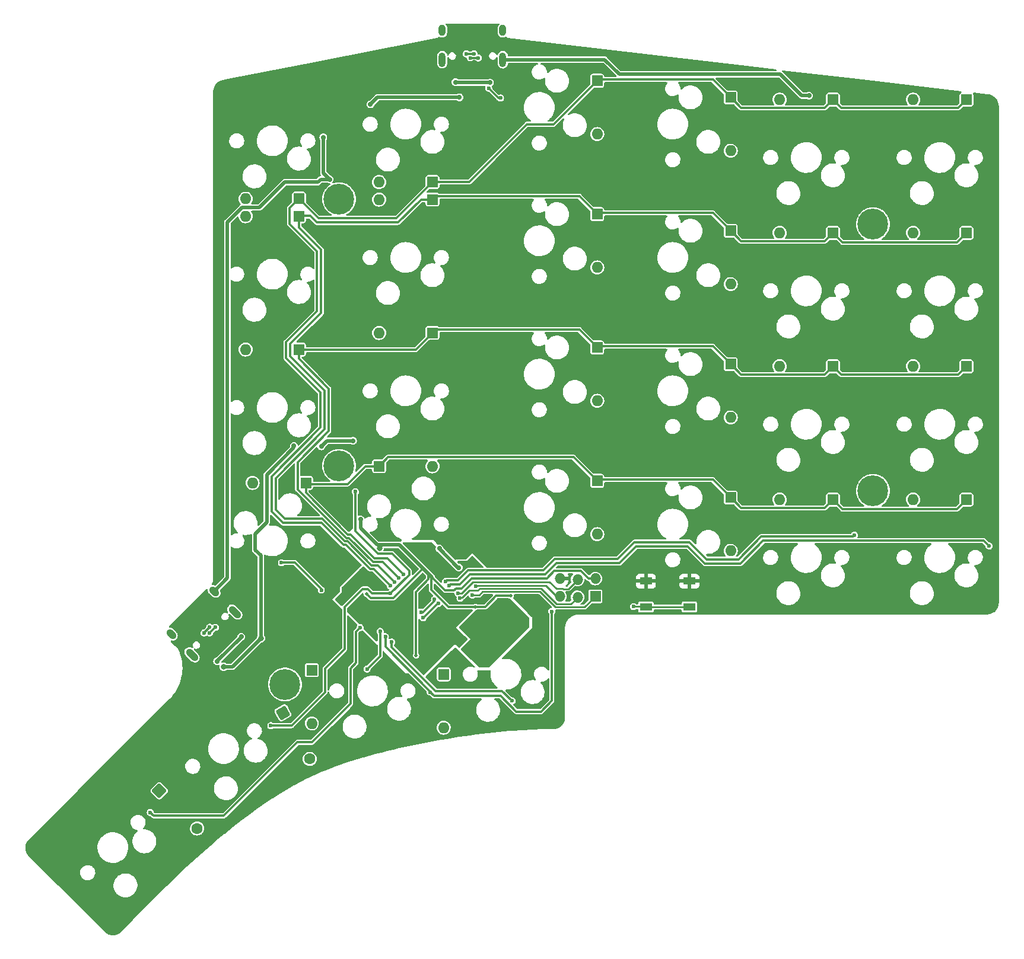
<source format=gbr>
%TF.GenerationSoftware,KiCad,Pcbnew,(6.0.7)*%
%TF.CreationDate,2022-09-06T15:05:25+03:00*%
%TF.ProjectId,retina-right,72657469-6e61-42d7-9269-6768742e6b69,1.0*%
%TF.SameCoordinates,Original*%
%TF.FileFunction,Copper,L1,Top*%
%TF.FilePolarity,Positive*%
%FSLAX46Y46*%
G04 Gerber Fmt 4.6, Leading zero omitted, Abs format (unit mm)*
G04 Created by KiCad (PCBNEW (6.0.7)) date 2022-09-06 15:05:25*
%MOMM*%
%LPD*%
G01*
G04 APERTURE LIST*
G04 Aperture macros list*
%AMRoundRect*
0 Rectangle with rounded corners*
0 $1 Rounding radius*
0 $2 $3 $4 $5 $6 $7 $8 $9 X,Y pos of 4 corners*
0 Add a 4 corners polygon primitive as box body*
4,1,4,$2,$3,$4,$5,$6,$7,$8,$9,$2,$3,0*
0 Add four circle primitives for the rounded corners*
1,1,$1+$1,$2,$3*
1,1,$1+$1,$4,$5*
1,1,$1+$1,$6,$7*
1,1,$1+$1,$8,$9*
0 Add four rect primitives between the rounded corners*
20,1,$1+$1,$2,$3,$4,$5,0*
20,1,$1+$1,$4,$5,$6,$7,0*
20,1,$1+$1,$6,$7,$8,$9,0*
20,1,$1+$1,$8,$9,$2,$3,0*%
%AMHorizOval*
0 Thick line with rounded ends*
0 $1 width*
0 $2 $3 position (X,Y) of the first rounded end (center of the circle)*
0 $4 $5 position (X,Y) of the second rounded end (center of the circle)*
0 Add line between two ends*
20,1,$1,$2,$3,$4,$5,0*
0 Add two circle primitives to create the rounded ends*
1,1,$1,$2,$3*
1,1,$1,$4,$5*%
G04 Aperture macros list end*
%TA.AperFunction,SMDPad,CuDef*%
%ADD10R,1.800000X1.100000*%
%TD*%
%TA.AperFunction,ComponentPad*%
%ADD11R,1.524000X1.524000*%
%TD*%
%TA.AperFunction,ComponentPad*%
%ADD12O,1.524000X1.524000*%
%TD*%
%TA.AperFunction,ComponentPad*%
%ADD13C,0.700000*%
%TD*%
%TA.AperFunction,ComponentPad*%
%ADD14C,4.400000*%
%TD*%
%TA.AperFunction,ComponentPad*%
%ADD15RoundRect,0.240000X-0.560000X0.560000X-0.560000X-0.560000X0.560000X-0.560000X0.560000X0.560000X0*%
%TD*%
%TA.AperFunction,ComponentPad*%
%ADD16O,1.600000X1.600000*%
%TD*%
%TA.AperFunction,ComponentPad*%
%ADD17RoundRect,0.240000X0.560000X0.560000X-0.560000X0.560000X-0.560000X-0.560000X0.560000X-0.560000X0*%
%TD*%
%TA.AperFunction,ComponentPad*%
%ADD18RoundRect,0.240000X-0.764974X0.204974X-0.204974X-0.764974X0.764974X-0.204974X0.204974X0.764974X0*%
%TD*%
%TA.AperFunction,ComponentPad*%
%ADD19HorizOval,1.600000X0.000000X0.000000X0.000000X0.000000X0*%
%TD*%
%TA.AperFunction,ComponentPad*%
%ADD20HorizOval,1.000000X-0.388909X0.388909X0.388909X-0.388909X0*%
%TD*%
%TA.AperFunction,ComponentPad*%
%ADD21HorizOval,1.000000X-0.212132X0.212132X0.212132X-0.212132X0*%
%TD*%
%TA.AperFunction,ComponentPad*%
%ADD22RoundRect,0.240000X-0.560000X-0.560000X0.560000X-0.560000X0.560000X0.560000X-0.560000X0.560000X0*%
%TD*%
%TA.AperFunction,ComponentPad*%
%ADD23O,1.000000X1.600000*%
%TD*%
%TA.AperFunction,ComponentPad*%
%ADD24O,1.000000X2.100000*%
%TD*%
%TA.AperFunction,ComponentPad*%
%ADD25RoundRect,0.240000X-0.791960X0.000000X0.000000X-0.791960X0.791960X0.000000X0.000000X0.791960X0*%
%TD*%
%TA.AperFunction,ComponentPad*%
%ADD26HorizOval,1.600000X0.000000X0.000000X0.000000X0.000000X0*%
%TD*%
%TA.AperFunction,ViaPad*%
%ADD27C,0.600000*%
%TD*%
%TA.AperFunction,ViaPad*%
%ADD28C,0.800000*%
%TD*%
%TA.AperFunction,ViaPad*%
%ADD29C,0.700000*%
%TD*%
%TA.AperFunction,ViaPad*%
%ADD30C,0.500000*%
%TD*%
%TA.AperFunction,Conductor*%
%ADD31C,0.500000*%
%TD*%
%TA.AperFunction,Conductor*%
%ADD32C,0.300000*%
%TD*%
%TA.AperFunction,Conductor*%
%ADD33C,0.249936*%
%TD*%
%TA.AperFunction,Conductor*%
%ADD34C,0.250000*%
%TD*%
G04 APERTURE END LIST*
D10*
%TO.P,SWP1,1,1*%
%TO.N,GND*%
X186828500Y-134814700D03*
X193028500Y-134814700D03*
%TO.P,SWP1,2,2*%
%TO.N,/SWRST*%
X193028500Y-138514700D03*
X186828500Y-138514700D03*
%TD*%
D11*
%TO.P,J1,1,MISO*%
%TO.N,MISO*%
X179609750Y-136994900D03*
D12*
%TO.P,J1,2,VCC*%
%TO.N,+5V*%
X179609750Y-134454900D03*
%TO.P,J1,3,SCK*%
%TO.N,SCK*%
X177069750Y-137121900D03*
%TO.P,J1,4,MOSI*%
%TO.N,MOSI*%
X177069750Y-134581900D03*
%TO.P,J1,5,~{RST}*%
%TO.N,RESET*%
X174529750Y-136994900D03*
%TO.P,J1,6,GND*%
%TO.N,GND*%
X174529750Y-134454900D03*
%TD*%
D13*
%TO.P,H5,1,1*%
%TO.N,GNDPWR*%
X134145760Y-148394824D03*
X136479212Y-150728276D03*
X133662486Y-149561550D03*
D14*
X135312486Y-149561550D03*
D13*
X136479212Y-148394824D03*
X135312486Y-151211550D03*
X134145760Y-150728276D03*
X135312486Y-147911550D03*
X136962486Y-149561550D03*
%TD*%
D15*
%TO.P,D16,1,K*%
%TO.N,ROW2*%
X179877406Y-101441199D03*
D16*
%TO.P,D16,2,A*%
%TO.N,Net-(D16-Pad2)*%
X179877406Y-109061199D03*
%TD*%
D17*
%TO.P,D8,1,K*%
%TO.N,ROW3*%
X213512736Y-123170000D03*
D16*
%TO.P,D8,2,A*%
%TO.N,Net-(D8-Pad2)*%
X205892736Y-123170000D03*
%TD*%
D15*
%TO.P,D17,1,K*%
%TO.N,ROW3*%
X179877406Y-120491199D03*
D16*
%TO.P,D17,2,A*%
%TO.N,Net-(D17-Pad2)*%
X179877406Y-128111199D03*
%TD*%
D13*
%TO.P,H3,1,1*%
%TO.N,Net-(H3-Pad1)*%
X143027745Y-119998136D03*
X143027745Y-116698136D03*
X144194471Y-117181410D03*
X144194471Y-119514862D03*
X141861019Y-119514862D03*
X141861019Y-117181410D03*
D14*
X143027745Y-118348136D03*
D13*
X144677745Y-118348136D03*
X141377745Y-118348136D03*
%TD*%
D15*
%TO.P,D14,1,K*%
%TO.N,ROW0*%
X179877406Y-63341250D03*
D16*
%TO.P,D14,2,A*%
%TO.N,Net-(D14-Pad2)*%
X179877406Y-70961250D03*
%TD*%
D17*
%TO.P,D5,1,K*%
%TO.N,ROW0*%
X213512736Y-66020000D03*
D16*
%TO.P,D5,2,A*%
%TO.N,Net-(D5-Pad2)*%
X205892736Y-66020000D03*
%TD*%
D17*
%TO.P,D26,1,K*%
%TO.N,ROW2*%
X137312446Y-101738699D03*
D16*
%TO.P,D26,2,A*%
%TO.N,Net-(D26-Pad2)*%
X129692446Y-101738699D03*
%TD*%
D18*
%TO.P,D23,1,K*%
%TO.N,ROW4*%
X135026400Y-153615293D03*
D19*
%TO.P,D23,2,A*%
%TO.N,Net-(D23-Pad2)*%
X138836400Y-160214407D03*
%TD*%
D17*
%TO.P,D6,1,K*%
%TO.N,ROW1*%
X213512736Y-85070000D03*
D16*
%TO.P,D6,2,A*%
%TO.N,Net-(D6-Pad2)*%
X205892736Y-85070000D03*
%TD*%
D15*
%TO.P,D15,1,K*%
%TO.N,ROW1*%
X179877406Y-82391225D03*
D16*
%TO.P,D15,2,A*%
%TO.N,Net-(D15-Pad2)*%
X179877406Y-90011225D03*
%TD*%
D17*
%TO.P,D3,1,K*%
%TO.N,ROW2*%
X232562736Y-104120000D03*
D16*
%TO.P,D3,2,A*%
%TO.N,Net-(D3-Pad2)*%
X224942736Y-104120000D03*
%TD*%
D13*
%TO.P,H1,1,1*%
%TO.N,GNDPWR*%
X220394471Y-82653283D03*
X218061019Y-82653283D03*
D14*
X219227745Y-83820009D03*
D13*
X217577745Y-83820009D03*
X220877745Y-83820009D03*
X218061019Y-84986735D03*
X219227745Y-85470009D03*
X219227745Y-82170009D03*
X220394471Y-84986735D03*
%TD*%
D15*
%TO.P,D9,1,K*%
%TO.N,ROW0*%
X198927736Y-65722500D03*
D16*
%TO.P,D9,2,A*%
%TO.N,Net-(D9-Pad2)*%
X198927736Y-73342500D03*
%TD*%
D20*
%TO.P,USB2,13,SHIELD*%
%TO.N,GNDPWR*%
X122042893Y-145335747D03*
D21*
X125196589Y-136270638D03*
X119087186Y-142380041D03*
D20*
X128152295Y-139226345D03*
%TD*%
D17*
%TO.P,D7,1,K*%
%TO.N,ROW2*%
X213512736Y-104120000D03*
D16*
%TO.P,D7,2,A*%
%TO.N,Net-(D7-Pad2)*%
X205892736Y-104120000D03*
%TD*%
D22*
%TO.P,D22,1,K*%
%TO.N,ROW3*%
X148742736Y-118407500D03*
D16*
%TO.P,D22,2,A*%
%TO.N,Net-(D22-Pad2)*%
X156362736Y-118407500D03*
%TD*%
D17*
%TO.P,D25,1,K*%
%TO.N,ROW1*%
X137312446Y-82688727D03*
D16*
%TO.P,D25,2,A*%
%TO.N,Net-(D25-Pad2)*%
X129692446Y-82688727D03*
%TD*%
D15*
%TO.P,D11,1,K*%
%TO.N,ROW2*%
X198927736Y-103822500D03*
D16*
%TO.P,D11,2,A*%
%TO.N,Net-(D11-Pad2)*%
X198927736Y-111442500D03*
%TD*%
D17*
%TO.P,D4,1,K*%
%TO.N,ROW3*%
X232562736Y-123170000D03*
D16*
%TO.P,D4,2,A*%
%TO.N,Net-(D4-Pad2)*%
X224942736Y-123170000D03*
%TD*%
D15*
%TO.P,D12,1,K*%
%TO.N,ROW3*%
X198927736Y-122872500D03*
D16*
%TO.P,D12,2,A*%
%TO.N,Net-(D12-Pad2)*%
X198927736Y-130492500D03*
%TD*%
D15*
%TO.P,D18,1,K*%
%TO.N,ROW4*%
X139141200Y-147523200D03*
D16*
%TO.P,D18,2,A*%
%TO.N,Net-(D18-Pad2)*%
X139141200Y-155143200D03*
%TD*%
D13*
%TO.P,H4,1,1*%
%TO.N,Net-(H4-Pad1)*%
X218061019Y-120753283D03*
X217577745Y-121920009D03*
X218061019Y-123086735D03*
X219227745Y-120270009D03*
X220877745Y-121920009D03*
X220394471Y-120753283D03*
X219227745Y-123570009D03*
X220394471Y-123086735D03*
D14*
X219227745Y-121920009D03*
%TD*%
D17*
%TO.P,D24,1,K*%
%TO.N,ROW0*%
X137312446Y-80188742D03*
D16*
%TO.P,D24,2,A*%
%TO.N,Net-(D24-Pad2)*%
X129692446Y-80188742D03*
%TD*%
D17*
%TO.P,D21,1,K*%
%TO.N,ROW2*%
X156362736Y-99357500D03*
D16*
%TO.P,D21,2,A*%
%TO.N,Net-(D21-Pad2)*%
X148742736Y-99357500D03*
%TD*%
D13*
%TO.P,H2,1,1*%
%TO.N,GNDPWR*%
X141861019Y-79081410D03*
X144677745Y-80248136D03*
X141377745Y-80248136D03*
X141861019Y-81414862D03*
D14*
X143027745Y-80248136D03*
D13*
X144194471Y-79081410D03*
X143027745Y-78598136D03*
X143027745Y-81898136D03*
X144194471Y-81414862D03*
%TD*%
D17*
%TO.P,D19,1,K*%
%TO.N,ROW0*%
X156362736Y-77807500D03*
D16*
%TO.P,D19,2,A*%
%TO.N,Net-(D19-Pad2)*%
X148742736Y-77807500D03*
%TD*%
D15*
%TO.P,D10,1,K*%
%TO.N,ROW1*%
X198927736Y-84772500D03*
D16*
%TO.P,D10,2,A*%
%TO.N,Net-(D10-Pad2)*%
X198927736Y-92392500D03*
%TD*%
D17*
%TO.P,D20,1,K*%
%TO.N,ROW1*%
X156362736Y-80307500D03*
D16*
%TO.P,D20,2,A*%
%TO.N,Net-(D20-Pad2)*%
X148742736Y-80307500D03*
%TD*%
D17*
%TO.P,D1,1,K*%
%TO.N,ROW0*%
X232562736Y-66020000D03*
D16*
%TO.P,D1,2,A*%
%TO.N,Net-(D1-Pad2)*%
X224942736Y-66020000D03*
%TD*%
D15*
%TO.P,D13,1,K*%
%TO.N,ROW4*%
X157965100Y-148132800D03*
D16*
%TO.P,D13,2,A*%
%TO.N,Net-(D13-Pad2)*%
X157965100Y-155752800D03*
%TD*%
D17*
%TO.P,D27,1,K*%
%TO.N,ROW3*%
X138312451Y-120788709D03*
D16*
%TO.P,D27,2,A*%
%TO.N,Net-(D27-Pad2)*%
X130692451Y-120788709D03*
%TD*%
D17*
%TO.P,D2,1,K*%
%TO.N,ROW1*%
X232562736Y-85070000D03*
D16*
%TO.P,D2,2,A*%
%TO.N,Net-(D2-Pad2)*%
X224942736Y-85070000D03*
%TD*%
D23*
%TO.P,USB1,13,SHIELD*%
%TO.N,GNDPWR*%
X166397762Y-56151813D03*
D24*
X157757762Y-60331813D03*
D23*
X157757762Y-56151813D03*
D24*
X166397762Y-60331813D03*
%TD*%
D25*
%TO.P,D28,1,K*%
%TO.N,ROW4*%
X117378073Y-164755423D03*
D26*
%TO.P,D28,2,A*%
%TO.N,Net-(D28-Pad2)*%
X122766227Y-170143577D03*
%TD*%
D27*
%TO.N,COL5*%
X134816850Y-132187950D03*
X140493750Y-136093200D03*
%TO.N,GND*%
X157105350Y-140265150D03*
X155257500Y-137007600D03*
%TO.N,COL1*%
X156656858Y-137437042D03*
X154724100Y-139236450D03*
%TO.N,COL0*%
X155028900Y-140055600D03*
X157222193Y-138002375D03*
%TO.N,GND*%
X143046450Y-100412550D03*
X150876000Y-84410550D03*
X147370800Y-84410550D03*
X163410900Y-137445750D03*
X127082550Y-136264650D03*
X142852826Y-158403873D03*
X128436421Y-155557617D03*
X129921000Y-139979400D03*
X124491750Y-147923250D03*
X125801019Y-118448139D03*
X125919232Y-130702876D03*
X137118712Y-136033331D03*
X142875000Y-132511800D03*
X139465050Y-142455900D03*
X121119900Y-163125150D03*
X115404900Y-175450500D03*
X109880400Y-166287450D03*
X103540475Y-172079315D03*
X114147600Y-161639250D03*
X120529350Y-154819350D03*
X134874000Y-163220400D03*
X130374801Y-161913007D03*
X148666200Y-155333700D03*
X154552650Y-130111500D03*
X167087550Y-137598150D03*
X169935916Y-141258940D03*
X167027428Y-144167428D03*
X164287200Y-146685000D03*
%TO.N,/CC2*%
X166077900Y-65798700D03*
X164380526Y-64416322D03*
%TO.N,GND*%
X147866100Y-141827250D03*
D28*
%TO.N,+5V*%
X126568200Y-147046950D03*
X131883150Y-142970250D03*
D27*
%TO.N,GND*%
X133692900Y-116719350D03*
X162096450Y-66903600D03*
X208292700Y-85191600D03*
X202615800Y-64522350D03*
X160098700Y-143046450D03*
X203454000Y-126549150D03*
X229323900Y-70104000D03*
X135978900Y-119500650D03*
X186480450Y-121234200D03*
X159317650Y-146551650D03*
X177584100Y-62369700D03*
X187794900Y-124853700D03*
X206574050Y-87610950D03*
X188194950Y-60960000D03*
X175469550Y-114280950D03*
X236734350Y-105632250D03*
X217798650Y-89858850D03*
X142551150Y-85553550D03*
X143008350Y-109823250D03*
X228503472Y-88604561D03*
X134207250Y-76561950D03*
X191827530Y-97229990D03*
X135255000Y-99098100D03*
X134406786Y-96459554D03*
X191452500Y-78352650D03*
X147368414Y-120811277D03*
X134321550Y-86829900D03*
X169945050Y-58902600D03*
X194932882Y-116749343D03*
X198043800Y-120910350D03*
X175698150Y-95135700D03*
X142151100Y-71418450D03*
X184689750Y-100545900D03*
X218465400Y-108051600D03*
X185108850Y-109594650D03*
X172993050Y-75914250D03*
X218160600Y-136188450D03*
X144208500Y-68408550D03*
X138893550Y-99574350D03*
X169049700Y-72066150D03*
X139217400Y-103593900D03*
X232219500Y-136683750D03*
X146532600Y-66351150D03*
X156533850Y-61607700D03*
X184937400Y-72256650D03*
X125901450Y-104717850D03*
X217417650Y-117595650D03*
X163334700Y-78390750D03*
X168154350Y-115919250D03*
X146211250Y-133311900D03*
X163849050Y-97650300D03*
X144208500Y-64865250D03*
X153771600Y-133045200D03*
X194862450Y-97288350D03*
X174767800Y-146551650D03*
X152116750Y-138893550D03*
X236772450Y-87058500D03*
X150303645Y-62499598D03*
X172859700Y-114319050D03*
X154952700Y-74695050D03*
X215245950Y-118681500D03*
X228752400Y-107556300D03*
X163753800Y-116033550D03*
X163715255Y-149185379D03*
X191757300Y-116757450D03*
X236753400Y-124929900D03*
X186594750Y-131006850D03*
X163868100Y-100031550D03*
X185108850Y-91459050D03*
X168821100Y-80752950D03*
X168249600Y-99974400D03*
X215379300Y-89820750D03*
X195052950Y-78352650D03*
X136340850Y-105937050D03*
X167449500Y-62007750D03*
X163544250Y-81000600D03*
X175260000Y-75895200D03*
X215036400Y-108204000D03*
X168154350Y-117902631D03*
X217665300Y-80581500D03*
X218751150Y-64979550D03*
X168725850Y-78638400D03*
X172974000Y-95097600D03*
X172062100Y-144456150D03*
X215379300Y-81724500D03*
X168211500Y-97726500D03*
X176326800Y-105556050D03*
X163677600Y-117902631D03*
X229019100Y-126606300D03*
X163048950Y-74676000D03*
X167582850Y-70485000D03*
X158988097Y-137442839D03*
D29*
%TO.N,+5V*%
X147504150Y-66694050D03*
D30*
X162496500Y-138493500D03*
D29*
X146110116Y-125992002D03*
D30*
X146970750Y-136645650D03*
D29*
X145019900Y-114757200D03*
X160210500Y-65703450D03*
D30*
X154021750Y-145408650D03*
D29*
X136593468Y-115505118D03*
X140507832Y-115571382D03*
D30*
X167544750Y-136915350D03*
D28*
X148837025Y-130124366D03*
D27*
%TO.N,ROW0*%
X150342600Y-135483600D03*
%TO.N,ROW1*%
X150929716Y-134939372D03*
%TO.N,ROW2*%
X151504650Y-134359650D03*
%TO.N,ROW3*%
X152186106Y-133860205D03*
%TO.N,ROW4*%
X147027900Y-147370800D03*
X148897300Y-141998700D03*
D29*
%TO.N,VBUS*%
X157355500Y-130149600D03*
X160134300Y-132892800D03*
%TO.N,GNDPWR*%
X141693900Y-77419200D03*
X210102450Y-65455800D03*
X140779500Y-71418450D03*
D27*
%TO.N,ESD+*%
X161751262Y-60061465D03*
X162904262Y-60083700D03*
%TO.N,ESD-*%
X162325050Y-59484965D03*
X161182050Y-59493150D03*
%TO.N,RESET*%
X162512175Y-135536600D03*
%TO.N,SCK*%
X160298402Y-137266610D03*
%TO.N,MISO*%
X162022750Y-136812950D03*
%TO.N,MOSI*%
X159984400Y-136531350D03*
%TO.N,COL0*%
X235800900Y-129787650D03*
X158724600Y-135483600D03*
%TO.N,COL1*%
X216598500Y-128246517D03*
X158206150Y-134874984D03*
%TO.N,COL2*%
X167719516Y-151920434D03*
X150554650Y-143503650D03*
%TO.N,COL3*%
X149640250Y-142741650D03*
X156047258Y-150657742D03*
X173393800Y-139149970D03*
%TO.N,COL4*%
X145370550Y-122034300D03*
X133292850Y-155467050D03*
X150380700Y-136588500D03*
%TO.N,COL5*%
X116090700Y-167849550D03*
X146028492Y-141457910D03*
%TO.N,SDA*%
X125402056Y-141422448D03*
X124571039Y-142222019D03*
%TO.N,SCL*%
X123766685Y-142222654D03*
X124569121Y-141408643D03*
D29*
%TO.N,/HOSTPWR*%
X164572950Y-63588900D03*
X159639000Y-63531750D03*
%TO.N,/SPLITPWR*%
X125634750Y-146265900D03*
X129063750Y-142760700D03*
D27*
%TO.N,/SWRST*%
X185051700Y-138455400D03*
%TD*%
D31*
%TO.N,GNDPWR*%
X140798550Y-76523850D02*
X140798550Y-71437500D01*
X140798550Y-71437500D02*
X140779500Y-71418450D01*
X141693900Y-77419200D02*
X140798550Y-76523850D01*
X127097925Y-134369302D02*
X125196589Y-136270638D01*
X127097925Y-83516172D02*
X127097925Y-134369302D01*
X129175844Y-81438253D02*
X127097925Y-83516172D01*
X131674097Y-81438253D02*
X129175844Y-81438253D01*
X139998450Y-77838300D02*
X135274050Y-77838300D01*
X140417550Y-77419200D02*
X139998450Y-77838300D01*
X141693900Y-77419200D02*
X140417550Y-77419200D01*
X135274050Y-77838300D02*
X131674097Y-81438253D01*
D32*
%TO.N,COL5*%
X140493750Y-135921750D02*
X140493750Y-136093200D01*
X134816850Y-132187950D02*
X134854950Y-132149850D01*
X134854950Y-132149850D02*
X136721850Y-132149850D01*
X136721850Y-132149850D02*
X140493750Y-135921750D01*
%TO.N,COL0*%
X157222193Y-138002375D02*
X157158325Y-138002375D01*
X157158325Y-138002375D02*
X155105100Y-140055600D01*
X155105100Y-140055600D02*
X155028900Y-140055600D01*
%TO.N,COL1*%
X156656858Y-137437042D02*
X156656858Y-137625285D01*
X156656858Y-137625285D02*
X155045694Y-139236450D01*
X155045694Y-139236450D02*
X154724100Y-139236450D01*
%TO.N,+5V*%
X146970750Y-136645650D02*
X147582650Y-137257550D01*
X147582650Y-137257550D02*
X150740350Y-137257550D01*
X150740350Y-137257550D02*
X154812325Y-133185575D01*
X154812325Y-133185575D02*
X154812325Y-132788025D01*
%TO.N,COL4*%
X150380700Y-136588500D02*
X153047700Y-133921500D01*
X153047700Y-133921500D02*
X153047700Y-133330950D01*
X148563598Y-130911600D02*
X145351500Y-127699502D01*
X153047700Y-133330950D02*
X150628350Y-130911600D01*
X150628350Y-130911600D02*
X148563598Y-130911600D01*
X145351500Y-127699502D02*
X145351500Y-122053350D01*
X145351500Y-122053350D02*
X145370550Y-122034300D01*
%TO.N,+5V*%
X162496500Y-138493500D02*
X158631850Y-138493500D01*
X165467800Y-136915350D02*
X167544750Y-136915350D01*
X162496500Y-138493500D02*
X163889650Y-138493500D01*
X158631850Y-138493500D02*
X156193450Y-136055100D01*
X163889650Y-138493500D02*
X165467800Y-136915350D01*
X156193450Y-136055100D02*
X156193450Y-134321550D01*
X156193450Y-134321550D02*
X156269650Y-134245350D01*
%TO.N,COL1*%
X195514766Y-131694792D02*
X200060958Y-131694792D01*
X193059692Y-129239718D02*
X195514766Y-131694792D01*
X185177548Y-129239718D02*
X193059692Y-129239718D01*
X203312034Y-128443716D02*
X216401301Y-128443716D01*
X182762716Y-131654550D02*
X185177548Y-129239718D01*
X173812200Y-131654550D02*
X182762716Y-131654550D01*
X172186553Y-133280197D02*
X173812200Y-131654550D01*
X200060958Y-131694792D02*
X203312034Y-128443716D01*
X161442045Y-133280197D02*
X172186553Y-133280197D01*
X160019692Y-134702550D02*
X161442045Y-133280197D01*
X158378584Y-134702550D02*
X160019692Y-134702550D01*
X158206150Y-134874984D02*
X158378584Y-134702550D01*
X216401301Y-128443716D02*
X216598500Y-128246517D01*
%TO.N,COL4*%
X150380700Y-136588500D02*
X147770850Y-136588500D01*
X147770850Y-136588500D02*
X147113700Y-135931350D01*
X146400871Y-135931350D02*
X143808450Y-138523771D01*
X147113700Y-135931350D02*
X146400871Y-135931350D01*
X141046200Y-150685500D02*
X136264650Y-155467050D01*
X143808450Y-138523771D02*
X143808450Y-144551400D01*
X143808450Y-144551400D02*
X141046200Y-147313650D01*
X141046200Y-147313650D02*
X141046200Y-150685500D01*
X136264650Y-155467050D02*
X133292850Y-155467050D01*
D33*
%TO.N,/CC2*%
X166077900Y-65798700D02*
X165762904Y-65798700D01*
X165762904Y-65798700D02*
X164380526Y-64416322D01*
D31*
%TO.N,VBUS*%
X160134300Y-132892800D02*
X160041550Y-132892800D01*
X160041550Y-132892800D02*
X157355500Y-130206750D01*
X157355500Y-130206750D02*
X157355500Y-130149600D01*
%TO.N,+5V*%
X131883150Y-142970250D02*
X131883150Y-131159250D01*
X131883150Y-131159250D02*
X131059036Y-130335136D01*
X132721350Y-119589343D02*
X136593468Y-115717225D01*
X131059036Y-130335136D02*
X131059036Y-128051600D01*
X131059036Y-128051600D02*
X132721350Y-126389286D01*
X132721350Y-126389286D02*
X132721350Y-119589343D01*
X136593468Y-115717225D02*
X136593468Y-115505118D01*
X131883150Y-142970250D02*
X127806450Y-147046950D01*
X127806450Y-147046950D02*
X126568200Y-147046950D01*
D32*
%TO.N,ROW4*%
X147027900Y-147370800D02*
X148897300Y-145501400D01*
X148897300Y-145501400D02*
X148897300Y-141998700D01*
%TO.N,COL3*%
X156047258Y-150657742D02*
X156589366Y-151199850D01*
X156047258Y-150577408D02*
X149640250Y-144170400D01*
X156589366Y-151199850D02*
X166080400Y-151199850D01*
X173393100Y-139150670D02*
X173393800Y-139149970D01*
X156047258Y-150657742D02*
X156047258Y-150577408D01*
X166080400Y-151199850D02*
X168330492Y-153449942D01*
X168330492Y-153449942D02*
X171847858Y-153449942D01*
X171847858Y-153449942D02*
X173393100Y-151904700D01*
X173393100Y-151904700D02*
X173393100Y-139150670D01*
X149640250Y-144170400D02*
X149640250Y-142741650D01*
%TO.N,COL2*%
X156822100Y-150514050D02*
X150554650Y-144246600D01*
X167719516Y-151920434D02*
X167696334Y-151920434D01*
X167696334Y-151920434D02*
X166289950Y-150514050D01*
X166289950Y-150514050D02*
X156822100Y-150514050D01*
X150554650Y-144246600D02*
X150554650Y-143503650D01*
D34*
%TO.N,RESET*%
X172550250Y-135440850D02*
X162607925Y-135440850D01*
X174104300Y-136994900D02*
X172550250Y-135440850D01*
X162607925Y-135440850D02*
X162512175Y-135536600D01*
D32*
%TO.N,ROW3*%
X152186106Y-133860205D02*
X152186106Y-133860006D01*
X138312451Y-122193895D02*
X138312451Y-120788709D01*
X152186106Y-133860006D02*
X149904450Y-131578350D01*
X149904450Y-131578350D02*
X148096956Y-131578350D01*
X148096956Y-131578350D02*
X144663256Y-128144650D01*
X144663256Y-128144650D02*
X144263206Y-128144650D01*
X144263206Y-128144650D02*
X138312451Y-122193895D01*
D31*
%TO.N,/SPLITPWR*%
X129063750Y-142817850D02*
X125634750Y-146246850D01*
X129063750Y-142760700D02*
X129063750Y-142817850D01*
X125634750Y-146246850D02*
X125634750Y-146265900D01*
D32*
%TO.N,+5V*%
X158157900Y-136133600D02*
X159448700Y-136133600D01*
D31*
X148474450Y-129634000D02*
X149636500Y-129634000D01*
D32*
X161921448Y-134437580D02*
X172665958Y-134437580D01*
D31*
X154812325Y-132788025D02*
X155802925Y-133778625D01*
X148494750Y-65703450D02*
X160210500Y-65703450D01*
D32*
X154021750Y-145408650D02*
X153983650Y-145370550D01*
D31*
X146110116Y-125992002D02*
X146110116Y-127269666D01*
D32*
X159448700Y-136133600D02*
X159717700Y-135864600D01*
D31*
X151658300Y-129634000D02*
X154812325Y-132788025D01*
D32*
X172665958Y-134437580D02*
X173760149Y-133343389D01*
X153983650Y-136359900D02*
X155802925Y-134540625D01*
X155802925Y-134540625D02*
X155802925Y-133778625D01*
D31*
X156269650Y-134245350D02*
X155802925Y-133778625D01*
D32*
X159717700Y-135864600D02*
X160494428Y-135864600D01*
D31*
X145019900Y-114757200D02*
X141322014Y-114757200D01*
D32*
X178669950Y-134454900D02*
X179609750Y-134454900D01*
X156269650Y-134245350D02*
X158157900Y-136133600D01*
X148837025Y-130124366D02*
X149327391Y-129634000D01*
D31*
X149636500Y-129634000D02*
X151658300Y-129634000D01*
X146110116Y-127269666D02*
X148474450Y-129634000D01*
D32*
X173760149Y-133343389D02*
X177558439Y-133343389D01*
D31*
X147504150Y-66694050D02*
X148494750Y-65703450D01*
D32*
X153983650Y-145370550D02*
X153983650Y-136359900D01*
D31*
X141322014Y-114757200D02*
X140507832Y-115571382D01*
D32*
X160494428Y-135864600D02*
X161921448Y-134437580D01*
X149327391Y-129634000D02*
X149636500Y-129634000D01*
X177558439Y-133343389D02*
X178669950Y-134454900D01*
%TO.N,ROW0*%
X144041938Y-129644650D02*
X143641888Y-129644650D01*
X143641888Y-129644650D02*
X140508288Y-126511050D01*
X139884150Y-96282929D02*
X139884150Y-87706200D01*
X147499638Y-133102350D02*
X144041938Y-129644650D01*
X156362736Y-77807500D02*
X161574800Y-77807500D01*
X151188436Y-82981800D02*
X156362736Y-77807500D01*
X161574800Y-77807500D02*
X169834848Y-69547452D01*
X196380434Y-63175198D02*
X180043458Y-63175198D01*
X213512736Y-66020000D02*
X214715028Y-67222292D01*
X140105504Y-82981800D02*
X151188436Y-82981800D01*
X147999450Y-133102350D02*
X147499638Y-133102350D01*
X231360444Y-67222292D02*
X232562736Y-66020000D01*
X137312446Y-80188742D02*
X140105504Y-82981800D01*
X150342600Y-135445500D02*
X147999450Y-133102350D01*
X139884150Y-87706200D02*
X135959850Y-83781900D01*
X135469068Y-102930134D02*
X135469068Y-100698012D01*
X140508288Y-126511050D02*
X135023830Y-126511050D01*
X135959850Y-83781900D02*
X135959850Y-81541338D01*
X150342600Y-135483600D02*
X150342600Y-135445500D01*
X133392618Y-124879838D02*
X133392618Y-119840567D01*
X198927736Y-65722500D02*
X196380434Y-63175198D01*
X133392618Y-119840567D02*
X140364918Y-112868266D01*
X140364918Y-107825984D02*
X135469068Y-102930134D01*
X173671204Y-69547452D02*
X179877406Y-63341250D01*
X212310444Y-67222292D02*
X213512736Y-66020000D01*
X169834848Y-69547452D02*
X173671204Y-69547452D01*
X135959850Y-81541338D02*
X137312446Y-80188742D01*
X198927736Y-65722500D02*
X200427528Y-67222292D01*
X200427528Y-67222292D02*
X212310444Y-67222292D01*
X135023830Y-126511050D02*
X133392618Y-124879838D01*
X140364918Y-112868266D02*
X140364918Y-107825984D01*
X135469068Y-100698012D02*
X139884150Y-96282929D01*
X214715028Y-67222292D02*
X231360444Y-67222292D01*
%TO.N,ROW1*%
X133997700Y-120091200D02*
X140970000Y-113118900D01*
X156826313Y-79843923D02*
X177330104Y-79843923D01*
X180043433Y-82225198D02*
X196380434Y-82225198D01*
X137312446Y-84278780D02*
X137312446Y-82688727D01*
X140605794Y-125901450D02*
X135269946Y-125901450D01*
X231210435Y-86422301D02*
X232562736Y-85070000D01*
X140970000Y-107575350D02*
X136074150Y-102679500D01*
X177330104Y-79843923D02*
X179877406Y-82391225D01*
X136074150Y-102679500D02*
X136074150Y-100948645D01*
X151439070Y-83586882D02*
X154718452Y-80307500D01*
X144249044Y-129144650D02*
X143848994Y-129144650D01*
X198927736Y-84772500D02*
X200427528Y-86272292D01*
X148580350Y-132578350D02*
X147682743Y-132578350D01*
X140489232Y-87455567D02*
X137312446Y-84278780D01*
X133997700Y-124629204D02*
X133997700Y-120091200D01*
X212310444Y-86272292D02*
X213512736Y-85070000D01*
X154718452Y-80307500D02*
X156362736Y-80307500D01*
X139854871Y-83586882D02*
X151439070Y-83586882D01*
X200427528Y-86272292D02*
X212310444Y-86272292D01*
X213512736Y-85070000D02*
X214865037Y-86422301D01*
X140489232Y-96533563D02*
X140489232Y-87455567D01*
X196380434Y-82225198D02*
X198927736Y-84772500D01*
X140970000Y-113118900D02*
X140970000Y-107575350D01*
X136074150Y-100948645D02*
X140489232Y-96533563D01*
X137343223Y-82657950D02*
X138925938Y-82657950D01*
X135269946Y-125901450D02*
X133997700Y-124629204D01*
X150929716Y-134927716D02*
X148580350Y-132578350D01*
X143848994Y-129144650D02*
X140605794Y-125901450D01*
X214865037Y-86422301D02*
X231210435Y-86422301D01*
X150929716Y-134939372D02*
X150929716Y-134927716D01*
X138925938Y-82657950D02*
X139854871Y-83586882D01*
X147682743Y-132578350D02*
X144249044Y-129144650D01*
%TO.N,ROW2*%
X213512736Y-104120000D02*
X212310444Y-105322292D01*
X141579600Y-113365016D02*
X141579600Y-107329234D01*
X198927736Y-103822500D02*
X196380434Y-101275198D01*
X196380434Y-101275198D02*
X180043407Y-101275198D01*
X177330104Y-98893897D02*
X179877406Y-101441199D01*
X137312446Y-101738699D02*
X153981537Y-101738699D01*
X231360444Y-105322292D02*
X214715028Y-105322292D01*
X153981537Y-101738699D02*
X156362736Y-99357500D01*
X156826339Y-98893897D02*
X177330104Y-98893897D01*
X141579600Y-107329234D02*
X137312446Y-103062080D01*
X214715028Y-105322292D02*
X213512736Y-104120000D01*
X137110150Y-117834466D02*
X141579600Y-113365016D01*
X151504650Y-134359650D02*
X151504650Y-134340600D01*
X137312446Y-103062080D02*
X137312446Y-101738699D01*
X137110150Y-121698700D02*
X137110150Y-117834466D01*
X144056100Y-128644650D02*
X137110150Y-121698700D01*
X212310444Y-105322292D02*
X200427528Y-105322292D01*
X144456150Y-128644650D02*
X144056100Y-128644650D01*
X147889850Y-132078350D02*
X144456150Y-128644650D01*
X151504650Y-134340600D02*
X149242400Y-132078350D01*
X232562736Y-104120000D02*
X231360444Y-105322292D01*
X149242400Y-132078350D02*
X147889850Y-132078350D01*
X200427528Y-105322292D02*
X198927736Y-103822500D01*
%TO.N,ROW3*%
X213512736Y-123170000D02*
X212310444Y-124372292D01*
X138474170Y-120950428D02*
X144225572Y-120950428D01*
X144225572Y-120950428D02*
X146768500Y-118407500D01*
X231210435Y-124522301D02*
X214865037Y-124522301D01*
X200427528Y-124372292D02*
X198927736Y-122872500D01*
X146768500Y-118407500D02*
X148742736Y-118407500D01*
X212310444Y-124372292D02*
X200427528Y-124372292D01*
X176486557Y-117100350D02*
X179877406Y-120491199D01*
X150049886Y-117100350D02*
X176486557Y-117100350D01*
X232562736Y-123170000D02*
X231210435Y-124522301D01*
X148742736Y-118407500D02*
X150049886Y-117100350D01*
X214865037Y-124522301D02*
X213512736Y-123170000D01*
X198927736Y-122872500D02*
X196380434Y-120325198D01*
X196380434Y-120325198D02*
X180043407Y-120325198D01*
D31*
%TO.N,GNDPWR*%
X180956413Y-60331813D02*
X166397762Y-60331813D01*
X209035650Y-65455800D02*
X206006700Y-62426850D01*
X183051450Y-62426850D02*
X180956413Y-60331813D01*
X210102450Y-65455800D02*
X209035650Y-65455800D01*
X206006700Y-62426850D02*
X183051450Y-62426850D01*
D32*
%TO.N,ESD+*%
X162904262Y-60083700D02*
X162882027Y-60061465D01*
X162882027Y-60061465D02*
X161751262Y-60061465D01*
%TO.N,ESD-*%
X161190235Y-59484965D02*
X162325050Y-59484965D01*
X161182050Y-59493150D02*
X161190235Y-59484965D01*
D34*
%TO.N,SCK*%
X160409151Y-137155861D02*
X160298402Y-137266610D01*
X174079701Y-138081411D02*
X171889140Y-135890850D01*
X176110239Y-138081411D02*
X174079701Y-138081411D01*
X160617189Y-137155861D02*
X160409151Y-137155861D01*
X161611939Y-136161111D02*
X160617189Y-137155861D01*
X177069750Y-137121900D02*
X176110239Y-138081411D01*
X163105182Y-135890850D02*
X162834921Y-136161111D01*
X162834921Y-136161111D02*
X161611939Y-136161111D01*
X171889140Y-135890850D02*
X163105182Y-135890850D01*
%TO.N,MISO*%
X163487100Y-136340850D02*
X171702744Y-136340850D01*
X163015000Y-136812950D02*
X163487100Y-136340850D01*
X178073719Y-138530931D02*
X179609750Y-136994900D01*
X171702744Y-136340850D02*
X173892825Y-138530931D01*
X162022750Y-136812950D02*
X163015000Y-136812950D01*
X173892825Y-138530931D02*
X178073719Y-138530931D01*
%TO.N,MOSI*%
X175729900Y-135921750D02*
X177069750Y-134581900D01*
X173082668Y-134912100D02*
X162118000Y-134912100D01*
X174993160Y-135921750D02*
X175729900Y-135921750D01*
X160498750Y-136531350D02*
X162118000Y-134912100D01*
X174078957Y-135908389D02*
X174979799Y-135908389D01*
X173082668Y-134912100D02*
X174078957Y-135908389D01*
X159984400Y-136531350D02*
X160498750Y-136531350D01*
X174979799Y-135908389D02*
X174993160Y-135921750D01*
D32*
%TO.N,COL0*%
X158900568Y-135307632D02*
X160270326Y-135307632D01*
X183013350Y-132259632D02*
X185428182Y-129844800D01*
X158724600Y-135483600D02*
X158900568Y-135307632D01*
X203562668Y-129048798D02*
X235062048Y-129048798D01*
X235062048Y-129048798D02*
X235800900Y-129787650D01*
X161692678Y-133885279D02*
X172437187Y-133885279D01*
X185428182Y-129844800D02*
X192809058Y-129844800D01*
X192809058Y-129844800D02*
X195264132Y-132299874D01*
X195264132Y-132299874D02*
X200311591Y-132299874D01*
X160270326Y-135307632D02*
X161692678Y-133885279D01*
X172437187Y-133885279D02*
X174062834Y-132259632D01*
X174062834Y-132259632D02*
X183013350Y-132259632D01*
X200311591Y-132299874D02*
X203562668Y-129048798D01*
%TO.N,COL5*%
X144665700Y-152342850D02*
X144665700Y-147275550D01*
X116090700Y-167849550D02*
X116586000Y-168344850D01*
X126606300Y-168344850D02*
X137102850Y-157848300D01*
X145448537Y-142037865D02*
X146028492Y-141457910D01*
X145448537Y-146492713D02*
X145448537Y-142037865D01*
X139160250Y-157848300D02*
X144665700Y-152342850D01*
X137102850Y-157848300D02*
X139160250Y-157848300D01*
X144665700Y-147275550D02*
X145448537Y-146492713D01*
X116586000Y-168344850D02*
X126606300Y-168344850D01*
%TO.N,SDA*%
X125402056Y-141422448D02*
X125370610Y-141422447D01*
X125370610Y-141422447D02*
X124571039Y-142222019D01*
%TO.N,SCL*%
X123766685Y-142222654D02*
X123766685Y-142211078D01*
X123766685Y-142211078D02*
X124569121Y-141408643D01*
D31*
%TO.N,/HOSTPWR*%
X164572950Y-63588900D02*
X159696150Y-63588900D01*
X159696150Y-63588900D02*
X159639000Y-63531750D01*
D34*
%TO.N,/SWRST*%
X186828500Y-138514700D02*
X193028500Y-138514700D01*
X185051700Y-138455400D02*
X186769200Y-138455400D01*
%TD*%
%TA.AperFunction,Conductor*%
%TO.N,GND*%
G36*
X189824950Y-63545700D02*
G01*
X189871443Y-63599356D01*
X189881547Y-63669630D01*
X189851994Y-63734279D01*
X189821066Y-63769920D01*
X189773172Y-63825113D01*
X189724613Y-63909051D01*
X189680836Y-63984724D01*
X189670405Y-64002754D01*
X189668436Y-64008423D01*
X189668435Y-64008426D01*
X189641596Y-64085715D01*
X189603082Y-64196622D01*
X189602221Y-64202560D01*
X189575027Y-64390118D01*
X189573634Y-64399723D01*
X189583122Y-64604729D01*
X189631205Y-64804241D01*
X189633683Y-64809691D01*
X189633684Y-64809694D01*
X189659087Y-64865564D01*
X189716148Y-64991062D01*
X189834885Y-65158450D01*
X189839208Y-65162588D01*
X189839212Y-65162593D01*
X189976304Y-65293830D01*
X189983132Y-65300366D01*
X190155540Y-65411689D01*
X190171619Y-65418169D01*
X190340319Y-65486157D01*
X190340322Y-65486158D01*
X190345888Y-65488401D01*
X190446658Y-65508080D01*
X190542862Y-65526868D01*
X190542865Y-65526868D01*
X190547308Y-65527736D01*
X190552706Y-65528000D01*
X190704009Y-65528000D01*
X190857033Y-65513400D01*
X190862789Y-65511711D01*
X190862791Y-65511711D01*
X191008026Y-65469104D01*
X191053959Y-65455629D01*
X191070135Y-65447298D01*
X191231076Y-65364408D01*
X191231079Y-65364406D01*
X191236407Y-65361662D01*
X191241120Y-65357960D01*
X191241123Y-65357958D01*
X191310301Y-65303617D01*
X191314894Y-65300009D01*
X191380820Y-65273658D01*
X191450526Y-65287132D01*
X191501882Y-65336154D01*
X191518582Y-65405158D01*
X191517693Y-65415211D01*
X191505028Y-65513400D01*
X191494977Y-65591320D01*
X191489569Y-65633241D01*
X191491930Y-65733425D01*
X191495461Y-65883219D01*
X191495665Y-65891890D01*
X191496499Y-65896595D01*
X191536264Y-66120966D01*
X191540814Y-66146642D01*
X191542351Y-66151169D01*
X191542351Y-66151170D01*
X191562331Y-66210029D01*
X191623977Y-66391633D01*
X191743241Y-66621225D01*
X191895861Y-66830136D01*
X191899235Y-66833528D01*
X191899237Y-66833530D01*
X191952622Y-66887195D01*
X192078325Y-67013558D01*
X192082171Y-67016399D01*
X192082176Y-67016403D01*
X192229748Y-67125401D01*
X192286434Y-67167270D01*
X192290664Y-67169496D01*
X192290668Y-67169498D01*
X192511162Y-67285505D01*
X192515399Y-67287734D01*
X192759951Y-67372179D01*
X192892600Y-67396405D01*
X192963223Y-67409303D01*
X193014462Y-67418661D01*
X193097255Y-67423000D01*
X193258518Y-67423000D01*
X193260897Y-67422819D01*
X193260898Y-67422819D01*
X193445945Y-67408743D01*
X193445950Y-67408742D01*
X193450712Y-67408380D01*
X193455366Y-67407301D01*
X193455368Y-67407301D01*
X193698087Y-67351042D01*
X193698086Y-67351042D01*
X193702751Y-67349961D01*
X193943054Y-67254090D01*
X194166090Y-67122973D01*
X194169801Y-67119952D01*
X194169805Y-67119949D01*
X194363015Y-66962651D01*
X194366727Y-66959629D01*
X194540349Y-66767815D01*
X194566745Y-66727860D01*
X194630155Y-66631875D01*
X194682958Y-66551947D01*
X194687217Y-66542710D01*
X194789268Y-66321343D01*
X194789269Y-66321340D01*
X194791274Y-66316991D01*
X194807489Y-66260630D01*
X194831937Y-66175648D01*
X194862804Y-66068355D01*
X194864969Y-66051575D01*
X194895292Y-65816496D01*
X194895903Y-65811759D01*
X194891696Y-65633241D01*
X194889920Y-65557890D01*
X194889920Y-65557886D01*
X194889807Y-65553110D01*
X194866087Y-65419272D01*
X194845492Y-65303062D01*
X194845491Y-65303058D01*
X194844658Y-65298358D01*
X194831170Y-65258622D01*
X194767049Y-65069729D01*
X194761495Y-65053367D01*
X194642231Y-64823775D01*
X194489611Y-64614864D01*
X194473163Y-64598329D01*
X194357023Y-64481580D01*
X194307147Y-64431442D01*
X194303301Y-64428601D01*
X194303296Y-64428597D01*
X194102890Y-64280575D01*
X194102889Y-64280574D01*
X194099038Y-64277730D01*
X194094808Y-64275504D01*
X194094804Y-64275502D01*
X193874310Y-64159495D01*
X193874308Y-64159494D01*
X193870073Y-64157266D01*
X193625521Y-64072821D01*
X193371010Y-64026339D01*
X193288217Y-64022000D01*
X193126954Y-64022000D01*
X193124575Y-64022181D01*
X193124574Y-64022181D01*
X192939527Y-64036257D01*
X192939522Y-64036258D01*
X192934760Y-64036620D01*
X192930106Y-64037699D01*
X192930104Y-64037699D01*
X192735486Y-64082809D01*
X192682721Y-64095039D01*
X192442418Y-64190910D01*
X192219382Y-64322027D01*
X192215671Y-64325048D01*
X192215667Y-64325051D01*
X192080819Y-64434835D01*
X192018745Y-64485371D01*
X191950062Y-64561250D01*
X191889522Y-64598329D01*
X191818542Y-64596792D01*
X191759661Y-64557124D01*
X191731573Y-64491920D01*
X191730785Y-64482518D01*
X191723357Y-64322027D01*
X191722350Y-64300271D01*
X191720798Y-64293828D01*
X191675671Y-64106585D01*
X191674267Y-64100759D01*
X191671667Y-64095039D01*
X191624804Y-63991971D01*
X191589324Y-63913938D01*
X191470587Y-63746550D01*
X191466260Y-63742408D01*
X191462337Y-63737863D01*
X191463311Y-63737023D01*
X191431206Y-63681160D01*
X191434725Y-63610251D01*
X191476022Y-63552501D01*
X191541985Y-63526245D01*
X191553713Y-63525698D01*
X196183062Y-63525698D01*
X196251183Y-63545700D01*
X196272157Y-63562603D01*
X197890331Y-65180777D01*
X197924357Y-65243089D01*
X197927236Y-65269872D01*
X197927236Y-66335138D01*
X197930151Y-66365974D01*
X197974040Y-66490952D01*
X198052737Y-66597499D01*
X198159284Y-66676196D01*
X198168171Y-66679317D01*
X198168173Y-66679318D01*
X198233441Y-66702238D01*
X198284262Y-66720085D01*
X198291908Y-66720808D01*
X198291909Y-66720808D01*
X198297139Y-66721302D01*
X198315098Y-66723000D01*
X199380364Y-66723000D01*
X199448485Y-66743002D01*
X199469459Y-66759905D01*
X200143745Y-67434191D01*
X200155823Y-67449145D01*
X200159055Y-67452697D01*
X200164703Y-67461444D01*
X200172880Y-67467890D01*
X200188614Y-67480294D01*
X200192549Y-67483791D01*
X200192637Y-67483687D01*
X200196596Y-67487042D01*
X200200274Y-67490720D01*
X200204499Y-67493739D01*
X200204507Y-67493746D01*
X200214608Y-67500964D01*
X200219355Y-67504528D01*
X200221296Y-67506058D01*
X200256339Y-67533684D01*
X200264315Y-67536485D01*
X200271197Y-67541403D01*
X200281175Y-67544387D01*
X200281177Y-67544388D01*
X200316337Y-67554903D01*
X200321985Y-67556738D01*
X200358951Y-67569720D01*
X200358957Y-67569721D01*
X200366434Y-67572347D01*
X200371572Y-67572792D01*
X200374277Y-67572792D01*
X200376473Y-67572887D01*
X200377008Y-67573047D01*
X200377007Y-67573074D01*
X200377123Y-67573081D01*
X200382991Y-67574836D01*
X200432547Y-67572889D01*
X200437494Y-67572792D01*
X212259620Y-67572792D01*
X212278719Y-67574825D01*
X212283527Y-67575052D01*
X212293705Y-67577243D01*
X212323935Y-67573665D01*
X212329190Y-67573355D01*
X212329179Y-67573220D01*
X212334358Y-67572792D01*
X212339559Y-67572792D01*
X212344687Y-67571938D01*
X212344693Y-67571938D01*
X212356917Y-67569903D01*
X212362793Y-67569066D01*
X212399243Y-67564752D01*
X212399245Y-67564752D01*
X212409582Y-67563528D01*
X212417202Y-67559869D01*
X212425547Y-67558480D01*
X212467028Y-67536098D01*
X212472314Y-67533405D01*
X212476673Y-67531312D01*
X212514770Y-67513018D01*
X212518718Y-67509700D01*
X212520651Y-67507767D01*
X212522248Y-67506302D01*
X212522738Y-67506038D01*
X212522757Y-67506058D01*
X212522846Y-67505979D01*
X212528238Y-67503070D01*
X212539654Y-67490721D01*
X212561899Y-67466656D01*
X212565328Y-67463090D01*
X212971013Y-67057405D01*
X213033325Y-67023379D01*
X213060108Y-67020500D01*
X213965364Y-67020500D01*
X214033485Y-67040502D01*
X214054459Y-67057405D01*
X214431245Y-67434191D01*
X214443323Y-67449145D01*
X214446555Y-67452697D01*
X214452203Y-67461444D01*
X214460380Y-67467890D01*
X214476114Y-67480294D01*
X214480050Y-67483792D01*
X214480138Y-67483688D01*
X214484097Y-67487043D01*
X214487775Y-67490721D01*
X214492000Y-67493740D01*
X214492008Y-67493747D01*
X214502104Y-67500961D01*
X214506854Y-67504528D01*
X214535659Y-67527236D01*
X214535662Y-67527237D01*
X214543839Y-67533684D01*
X214551817Y-67536486D01*
X214558698Y-67541403D01*
X214603871Y-67554913D01*
X214609468Y-67556732D01*
X214653934Y-67572347D01*
X214659072Y-67572792D01*
X214661777Y-67572792D01*
X214663974Y-67572887D01*
X214664508Y-67573047D01*
X214664507Y-67573074D01*
X214664625Y-67573081D01*
X214670492Y-67574836D01*
X214720047Y-67572889D01*
X214724994Y-67572792D01*
X231309620Y-67572792D01*
X231328719Y-67574825D01*
X231333527Y-67575052D01*
X231343705Y-67577243D01*
X231373935Y-67573665D01*
X231379190Y-67573355D01*
X231379179Y-67573220D01*
X231384358Y-67572792D01*
X231389559Y-67572792D01*
X231394687Y-67571938D01*
X231394693Y-67571938D01*
X231406917Y-67569903D01*
X231412793Y-67569066D01*
X231449243Y-67564752D01*
X231449245Y-67564752D01*
X231459582Y-67563528D01*
X231467202Y-67559869D01*
X231475547Y-67558480D01*
X231517028Y-67536098D01*
X231522314Y-67533405D01*
X231526673Y-67531312D01*
X231564770Y-67513018D01*
X231568718Y-67509700D01*
X231570651Y-67507767D01*
X231572248Y-67506302D01*
X231572738Y-67506038D01*
X231572757Y-67506058D01*
X231572846Y-67505979D01*
X231578238Y-67503070D01*
X231589654Y-67490721D01*
X231611899Y-67466656D01*
X231615328Y-67463090D01*
X232021013Y-67057405D01*
X232083325Y-67023379D01*
X232110108Y-67020500D01*
X233175374Y-67020500D01*
X233193333Y-67018802D01*
X233198563Y-67018308D01*
X233198564Y-67018308D01*
X233206210Y-67017585D01*
X233227339Y-67010165D01*
X233322299Y-66976818D01*
X233322301Y-66976817D01*
X233331188Y-66973696D01*
X233437735Y-66894999D01*
X233516432Y-66788452D01*
X233522432Y-66771368D01*
X233557776Y-66670721D01*
X233560321Y-66663474D01*
X233563236Y-66632638D01*
X233563236Y-65407362D01*
X233560321Y-65376526D01*
X233547177Y-65339098D01*
X233519554Y-65260437D01*
X233519553Y-65260435D01*
X233516432Y-65251548D01*
X233506385Y-65237946D01*
X233482003Y-65171270D01*
X233497539Y-65101994D01*
X233548063Y-65052115D01*
X233622428Y-65037947D01*
X235545468Y-65263705D01*
X235567116Y-65268200D01*
X235569819Y-65269014D01*
X235569822Y-65269014D01*
X235583406Y-65273106D01*
X235597420Y-65270902D01*
X235607967Y-65271623D01*
X235616733Y-65272531D01*
X235819446Y-65300776D01*
X235837121Y-65304550D01*
X236056620Y-65368193D01*
X236073587Y-65374465D01*
X236270877Y-65463988D01*
X236281691Y-65468895D01*
X236297593Y-65477538D01*
X236490024Y-65600812D01*
X236504518Y-65611641D01*
X236533690Y-65636894D01*
X236677298Y-65761210D01*
X236690096Y-65774008D01*
X236839665Y-65946790D01*
X236850497Y-65961290D01*
X236973765Y-66153714D01*
X236982408Y-66169614D01*
X237076838Y-66377722D01*
X237083110Y-66394686D01*
X237142498Y-66599511D01*
X237146749Y-66614174D01*
X237150527Y-66631871D01*
X237155495Y-66667528D01*
X237178876Y-66835340D01*
X237179817Y-66844568D01*
X237180376Y-66853177D01*
X237178122Y-66867187D01*
X237182167Y-66880789D01*
X237182583Y-66887195D01*
X237182847Y-66895354D01*
X237182857Y-100653476D01*
X237182867Y-136183887D01*
X237182867Y-137953234D01*
X237182573Y-137961831D01*
X237182282Y-137966088D01*
X237178190Y-137979673D01*
X237180394Y-137993688D01*
X237179673Y-138004234D01*
X237178762Y-138013022D01*
X237151958Y-138205431D01*
X237150527Y-138215700D01*
X237146749Y-138233397D01*
X237109881Y-138360558D01*
X237083113Y-138452882D01*
X237076838Y-138469857D01*
X237021699Y-138591379D01*
X236986501Y-138668953D01*
X236982412Y-138677964D01*
X236973773Y-138693860D01*
X236877415Y-138844281D01*
X236850500Y-138886297D01*
X236839667Y-138900797D01*
X236690106Y-139073573D01*
X236677308Y-139086371D01*
X236504528Y-139235943D01*
X236490029Y-139246776D01*
X236297603Y-139370049D01*
X236281712Y-139378687D01*
X236073598Y-139473124D01*
X236056631Y-139479395D01*
X235837137Y-139543039D01*
X235819440Y-139546817D01*
X235616088Y-139575153D01*
X235606865Y-139576093D01*
X235598140Y-139576659D01*
X235584131Y-139574406D01*
X235570531Y-139578451D01*
X235564152Y-139578865D01*
X235555993Y-139579130D01*
X177277358Y-139579020D01*
X177277358Y-139576655D01*
X177274856Y-139577085D01*
X177274892Y-139578517D01*
X177256172Y-139578981D01*
X177253050Y-139579020D01*
X177234483Y-139579020D01*
X177234483Y-139577361D01*
X177231963Y-139576919D01*
X177232029Y-139579580D01*
X177181603Y-139580829D01*
X177181271Y-139580827D01*
X177176367Y-139580077D01*
X177169257Y-139580606D01*
X177161687Y-139581169D01*
X177155468Y-139581477D01*
X177140963Y-139581837D01*
X177136156Y-139583059D01*
X177135846Y-139583092D01*
X177120282Y-139584250D01*
X177083667Y-139586974D01*
X177083378Y-139586986D01*
X177078459Y-139586481D01*
X177063854Y-139588296D01*
X177057670Y-139588910D01*
X177043151Y-139589990D01*
X177038428Y-139591444D01*
X177038105Y-139591494D01*
X176986550Y-139597898D01*
X176986257Y-139597925D01*
X176981336Y-139597663D01*
X176974316Y-139598888D01*
X176974314Y-139598888D01*
X176966809Y-139600197D01*
X176960692Y-139601110D01*
X176953235Y-139602037D01*
X176953231Y-139602038D01*
X176946212Y-139602910D01*
X176941583Y-139604589D01*
X176941272Y-139604653D01*
X176890359Y-139613537D01*
X176890078Y-139613577D01*
X176885162Y-139613556D01*
X176878214Y-139615123D01*
X176878211Y-139615123D01*
X176870749Y-139616806D01*
X176864725Y-139618011D01*
X176850312Y-139620526D01*
X176845776Y-139622427D01*
X176845477Y-139622505D01*
X176795291Y-139633822D01*
X176795010Y-139633876D01*
X176790104Y-139634096D01*
X176783238Y-139636001D01*
X176783234Y-139636002D01*
X176775825Y-139638058D01*
X176769858Y-139639557D01*
X176762511Y-139641214D01*
X176762506Y-139641216D01*
X176755614Y-139642770D01*
X176751192Y-139644885D01*
X176750912Y-139644972D01*
X176701479Y-139658691D01*
X176701204Y-139658758D01*
X176696326Y-139659215D01*
X176689557Y-139661455D01*
X176689555Y-139661455D01*
X176682264Y-139663867D01*
X176676380Y-139665656D01*
X176669100Y-139667676D01*
X176669095Y-139667678D01*
X176662285Y-139669568D01*
X176657974Y-139671895D01*
X176657703Y-139671995D01*
X176609065Y-139688087D01*
X176608842Y-139688153D01*
X176603987Y-139688849D01*
X176590171Y-139694181D01*
X176584400Y-139696248D01*
X176577209Y-139698627D01*
X176577201Y-139698631D01*
X176570484Y-139700853D01*
X176566293Y-139703388D01*
X176566033Y-139703498D01*
X176518307Y-139721917D01*
X176518060Y-139722003D01*
X176513251Y-139722933D01*
X176506732Y-139725821D01*
X176506727Y-139725823D01*
X176499683Y-139728944D01*
X176494045Y-139731280D01*
X176480370Y-139736558D01*
X176476315Y-139739288D01*
X176476058Y-139739412D01*
X176429291Y-139760135D01*
X176429045Y-139760235D01*
X176424285Y-139761399D01*
X176411044Y-139768057D01*
X176405488Y-139770682D01*
X176398577Y-139773744D01*
X176398572Y-139773747D01*
X176392108Y-139776611D01*
X176388185Y-139779540D01*
X176387943Y-139779671D01*
X176342176Y-139802682D01*
X176341948Y-139802788D01*
X176337246Y-139804185D01*
X176324348Y-139811480D01*
X176318940Y-139814365D01*
X176305859Y-139820943D01*
X176302080Y-139824063D01*
X176301828Y-139824216D01*
X176284547Y-139833990D01*
X176257182Y-139849466D01*
X176256929Y-139849598D01*
X176252296Y-139851225D01*
X176246273Y-139855031D01*
X176246268Y-139855034D01*
X176239784Y-139859132D01*
X176234512Y-139862287D01*
X176221782Y-139869487D01*
X176218157Y-139872790D01*
X176217904Y-139872961D01*
X176174399Y-139900458D01*
X176174160Y-139900598D01*
X176169605Y-139902453D01*
X176157524Y-139910945D01*
X176152400Y-139914362D01*
X176140037Y-139922176D01*
X176136570Y-139925660D01*
X176136322Y-139925847D01*
X176094050Y-139955559D01*
X176093805Y-139955720D01*
X176089332Y-139957803D01*
X176083709Y-139962183D01*
X176083705Y-139962186D01*
X176077686Y-139966875D01*
X176072708Y-139970560D01*
X176066580Y-139974867D01*
X176066576Y-139974871D01*
X176060792Y-139978936D01*
X176057488Y-139982599D01*
X176057267Y-139982783D01*
X176021274Y-140010823D01*
X176016273Y-140014719D01*
X176016025Y-140014900D01*
X176011648Y-140017207D01*
X176006251Y-140021857D01*
X176000483Y-140026826D01*
X175995677Y-140030764D01*
X175984204Y-140039702D01*
X175981079Y-140043530D01*
X175980847Y-140043743D01*
X175941228Y-140077875D01*
X175940984Y-140078072D01*
X175936713Y-140080601D01*
X175931555Y-140085510D01*
X175931552Y-140085512D01*
X175926064Y-140090735D01*
X175921445Y-140094918D01*
X175915806Y-140099776D01*
X175915803Y-140099779D01*
X175910443Y-140104397D01*
X175907499Y-140108390D01*
X175907277Y-140108615D01*
X175888888Y-140126115D01*
X175869085Y-140144960D01*
X175868863Y-140145158D01*
X175864722Y-140147896D01*
X175856782Y-140156240D01*
X175854598Y-140158535D01*
X175850188Y-140162944D01*
X175847533Y-140165471D01*
X175839666Y-140172958D01*
X175836922Y-140177093D01*
X175836689Y-140177354D01*
X175801672Y-140214151D01*
X175800387Y-140215501D01*
X175800157Y-140215728D01*
X175796157Y-140218667D01*
X175791508Y-140224064D01*
X175791500Y-140224071D01*
X175786554Y-140229813D01*
X175782373Y-140234430D01*
X175772368Y-140244944D01*
X175769833Y-140249209D01*
X175769627Y-140249463D01*
X175735505Y-140289073D01*
X175735292Y-140289305D01*
X175731454Y-140292427D01*
X175727073Y-140298051D01*
X175722396Y-140304055D01*
X175718475Y-140308840D01*
X175708969Y-140319875D01*
X175706657Y-140324244D01*
X175706468Y-140324503D01*
X175674537Y-140365492D01*
X175674354Y-140365712D01*
X175670686Y-140369009D01*
X175666590Y-140374836D01*
X175666585Y-140374842D01*
X175662201Y-140381080D01*
X175658535Y-140386034D01*
X175649559Y-140397557D01*
X175647473Y-140402017D01*
X175647294Y-140402289D01*
X175617585Y-140444560D01*
X175617413Y-140444788D01*
X175613919Y-140448253D01*
X175606016Y-140460758D01*
X175602611Y-140465865D01*
X175594205Y-140477824D01*
X175592344Y-140482373D01*
X175592187Y-140482640D01*
X175564694Y-140526143D01*
X175564542Y-140526367D01*
X175561227Y-140529992D01*
X175553931Y-140542894D01*
X175550782Y-140548157D01*
X175542972Y-140560514D01*
X175541339Y-140565141D01*
X175541204Y-140565399D01*
X175515946Y-140610060D01*
X175515805Y-140610291D01*
X175512677Y-140614067D01*
X175509475Y-140620436D01*
X175509473Y-140620439D01*
X175506025Y-140627296D01*
X175503128Y-140632725D01*
X175495927Y-140645458D01*
X175494524Y-140650154D01*
X175494403Y-140650415D01*
X175471403Y-140696161D01*
X175471277Y-140696393D01*
X175468337Y-140700316D01*
X175465451Y-140706830D01*
X175462332Y-140713869D01*
X175459709Y-140719418D01*
X175456316Y-140726167D01*
X175456314Y-140726174D01*
X175453136Y-140732494D01*
X175451965Y-140737247D01*
X175451859Y-140737509D01*
X175431128Y-140784300D01*
X175431023Y-140784518D01*
X175428280Y-140788576D01*
X175422944Y-140802405D01*
X175420600Y-140808062D01*
X175414663Y-140821462D01*
X175413725Y-140826268D01*
X175413630Y-140826539D01*
X175395216Y-140874253D01*
X175395113Y-140874496D01*
X175392571Y-140878685D01*
X175387910Y-140892773D01*
X175385843Y-140898542D01*
X175380575Y-140912193D01*
X175379872Y-140917041D01*
X175379794Y-140917304D01*
X175365540Y-140960390D01*
X175363707Y-140965929D01*
X175363617Y-140966175D01*
X175361280Y-140970486D01*
X175359374Y-140977354D01*
X175357325Y-140984739D01*
X175355536Y-140990624D01*
X175350936Y-141004529D01*
X175350470Y-141009406D01*
X175350402Y-141009686D01*
X175336684Y-141059124D01*
X175336602Y-141059387D01*
X175334475Y-141063814D01*
X175332908Y-141070764D01*
X175331218Y-141078257D01*
X175329721Y-141084213D01*
X175325811Y-141098306D01*
X175325584Y-141103203D01*
X175325526Y-141103502D01*
X175314208Y-141153698D01*
X175314134Y-141153983D01*
X175312226Y-141158512D01*
X175311002Y-141165527D01*
X175309689Y-141173052D01*
X175308481Y-141179097D01*
X175305265Y-141193363D01*
X175305278Y-141198278D01*
X175305232Y-141198600D01*
X175296354Y-141249488D01*
X175296294Y-141249775D01*
X175294605Y-141254409D01*
X175293727Y-141261481D01*
X175292787Y-141269048D01*
X175291873Y-141275172D01*
X175290583Y-141282567D01*
X175289367Y-141289538D01*
X175289621Y-141294462D01*
X175289595Y-141294748D01*
X175285321Y-141329156D01*
X175283189Y-141346319D01*
X175283141Y-141346625D01*
X175281678Y-141351350D01*
X175281150Y-141358450D01*
X175280585Y-141366045D01*
X175279971Y-141372228D01*
X175278179Y-141386657D01*
X175278677Y-141391580D01*
X175278664Y-141391881D01*
X175275573Y-141433438D01*
X175274784Y-141444042D01*
X175274751Y-141444350D01*
X175273519Y-141449160D01*
X175273343Y-141456287D01*
X175273342Y-141456292D01*
X175273155Y-141463856D01*
X175272847Y-141470078D01*
X175272294Y-141477511D01*
X175272294Y-141477518D01*
X175271770Y-141484566D01*
X175272511Y-141489464D01*
X175272513Y-141489802D01*
X175272231Y-141501180D01*
X175271264Y-141540225D01*
X175268947Y-141540168D01*
X175269303Y-141542675D01*
X175270701Y-141542675D01*
X175270701Y-141561431D01*
X175270662Y-141564550D01*
X175270203Y-141583089D01*
X175268544Y-141583048D01*
X175268041Y-141585552D01*
X175270701Y-141585552D01*
X175270701Y-154354548D01*
X175270478Y-154362037D01*
X175266290Y-154432379D01*
X175266073Y-154436015D01*
X175265559Y-154442127D01*
X175257454Y-154516654D01*
X175256642Y-154522739D01*
X175245626Y-154592304D01*
X175245029Y-154596071D01*
X175243928Y-154602076D01*
X175228900Y-154674122D01*
X175227522Y-154680013D01*
X175210006Y-154747483D01*
X175209170Y-154750704D01*
X175207505Y-154756535D01*
X175185901Y-154825849D01*
X175183969Y-154831564D01*
X175159223Y-154899351D01*
X175157042Y-154904912D01*
X175129194Y-154971212D01*
X175126767Y-154976625D01*
X175095945Y-155041249D01*
X175093264Y-155046545D01*
X175059522Y-155109479D01*
X175056628Y-155114588D01*
X175020023Y-155175784D01*
X175016910Y-155180721D01*
X174977641Y-155239911D01*
X174977605Y-155239966D01*
X174974253Y-155244772D01*
X174932297Y-155302041D01*
X174928734Y-155306675D01*
X174884188Y-155361911D01*
X174880422Y-155366365D01*
X174833410Y-155419432D01*
X174829451Y-155423699D01*
X174780063Y-155474513D01*
X174775911Y-155478592D01*
X174763859Y-155489897D01*
X174724192Y-155527105D01*
X174719907Y-155530942D01*
X174665964Y-155577045D01*
X174661489Y-155580693D01*
X174622193Y-155611249D01*
X174605467Y-155624255D01*
X174600782Y-155627727D01*
X174587282Y-155637254D01*
X174542752Y-155668678D01*
X174537884Y-155671946D01*
X174477964Y-155710183D01*
X174472951Y-155713220D01*
X174411157Y-155748709D01*
X174405984Y-155751520D01*
X174342453Y-155784143D01*
X174337112Y-155786729D01*
X174271954Y-155816398D01*
X174266464Y-155818742D01*
X174199723Y-155845392D01*
X174194116Y-155847477D01*
X174155533Y-155860791D01*
X174125865Y-155871028D01*
X174120122Y-155872857D01*
X174050425Y-155893230D01*
X174044631Y-155894773D01*
X173973612Y-155911870D01*
X173967673Y-155913148D01*
X173952448Y-155916043D01*
X173895373Y-155926895D01*
X173889380Y-155927885D01*
X173815833Y-155938197D01*
X173809771Y-155938897D01*
X173735071Y-155945681D01*
X173728933Y-155946087D01*
X173651125Y-155949335D01*
X173646548Y-155949443D01*
X173027766Y-155952774D01*
X173027751Y-155950048D01*
X173026689Y-155950226D01*
X173026726Y-155952553D01*
X173005602Y-155952886D01*
X173004299Y-155952900D01*
X172984175Y-155953009D01*
X172983438Y-155953013D01*
X172983424Y-155950424D01*
X172982360Y-155950244D01*
X172982408Y-155953253D01*
X172363961Y-155963023D01*
X172363919Y-155960357D01*
X172362913Y-155960530D01*
X172362972Y-155962822D01*
X172362970Y-155962822D01*
X172341798Y-155963367D01*
X172340627Y-155963391D01*
X172323020Y-155963670D01*
X172319591Y-155963724D01*
X172319550Y-155961103D01*
X172318531Y-155960941D01*
X172318609Y-155963965D01*
X171685505Y-155980274D01*
X171685430Y-155977346D01*
X171684460Y-155977542D01*
X171684550Y-155980090D01*
X171663352Y-155980839D01*
X171662147Y-155980876D01*
X171641104Y-155981418D01*
X171641036Y-155978783D01*
X171640056Y-155978637D01*
X171640163Y-155981658D01*
X170992957Y-156004524D01*
X170992855Y-156001628D01*
X170991924Y-156001821D01*
X170992037Y-156004355D01*
X170970759Y-156005303D01*
X170969599Y-156005349D01*
X170958532Y-156005740D01*
X170948536Y-156006093D01*
X170948442Y-156003434D01*
X170947496Y-156003302D01*
X170947631Y-156006333D01*
X170286898Y-156035766D01*
X170286771Y-156032922D01*
X170285874Y-156033114D01*
X170286007Y-156035611D01*
X170264712Y-156036749D01*
X170263598Y-156036804D01*
X170242458Y-156037746D01*
X170242339Y-156035067D01*
X170241427Y-156034949D01*
X170241589Y-156037985D01*
X169567886Y-156073998D01*
X169567736Y-156071199D01*
X169566872Y-156071387D01*
X169567025Y-156073856D01*
X169545702Y-156075180D01*
X169544619Y-156075242D01*
X169528101Y-156076125D01*
X169523443Y-156076374D01*
X169523299Y-156073677D01*
X169522408Y-156073569D01*
X169522597Y-156076615D01*
X168836509Y-156119217D01*
X168836338Y-156116464D01*
X168835498Y-156116651D01*
X168835670Y-156119085D01*
X168835669Y-156119085D01*
X168814248Y-156120596D01*
X168813267Y-156120660D01*
X168800288Y-156121466D01*
X168792058Y-156121977D01*
X168791889Y-156119258D01*
X168791029Y-156119162D01*
X168791244Y-156122217D01*
X168093328Y-156171421D01*
X168093136Y-156168695D01*
X168092322Y-156168881D01*
X168092512Y-156171299D01*
X168092510Y-156171299D01*
X168071055Y-156172987D01*
X168070177Y-156173052D01*
X168054659Y-156174147D01*
X168048881Y-156174554D01*
X168048689Y-156171827D01*
X168047848Y-156171740D01*
X168048088Y-156174795D01*
X167338919Y-156230605D01*
X167338710Y-156227954D01*
X167337917Y-156228138D01*
X167338121Y-156230493D01*
X167316824Y-156232340D01*
X167315821Y-156232423D01*
X167294484Y-156234102D01*
X167294269Y-156231375D01*
X167293444Y-156231296D01*
X167293708Y-156234344D01*
X166573861Y-156296768D01*
X166573602Y-156293779D01*
X166572828Y-156293985D01*
X166573081Y-156296664D01*
X166573078Y-156296664D01*
X166551630Y-156298693D01*
X166550880Y-156298760D01*
X166538525Y-156299832D01*
X166529436Y-156300620D01*
X166529198Y-156297877D01*
X166528391Y-156297807D01*
X166528680Y-156300863D01*
X165798723Y-156369908D01*
X165798441Y-156366928D01*
X165797681Y-156367136D01*
X165797955Y-156369811D01*
X165776574Y-156371999D01*
X165775628Y-156372092D01*
X165769945Y-156372630D01*
X165754317Y-156374108D01*
X165754057Y-156371358D01*
X165753263Y-156371295D01*
X165753576Y-156374353D01*
X165014087Y-156450023D01*
X165013787Y-156447092D01*
X165013039Y-156447299D01*
X165013329Y-156449934D01*
X165013326Y-156449934D01*
X164991808Y-156452300D01*
X164991111Y-156452374D01*
X164983382Y-156453165D01*
X164969697Y-156454565D01*
X164969415Y-156451810D01*
X164968637Y-156451754D01*
X164968973Y-156454811D01*
X164220522Y-156537111D01*
X164220204Y-156534220D01*
X164219463Y-156534428D01*
X164219768Y-156537028D01*
X164219767Y-156537028D01*
X164198222Y-156539559D01*
X164197364Y-156539657D01*
X164176157Y-156541989D01*
X164175853Y-156539226D01*
X164175086Y-156539177D01*
X164175446Y-156542236D01*
X163418598Y-156631170D01*
X163418266Y-156628342D01*
X163417536Y-156628551D01*
X163417854Y-156631094D01*
X163396483Y-156633765D01*
X163395593Y-156633873D01*
X163374266Y-156636379D01*
X163373941Y-156633613D01*
X163373179Y-156633570D01*
X163373561Y-156636630D01*
X162608899Y-156732198D01*
X162608550Y-156729407D01*
X162607829Y-156729616D01*
X162608162Y-156732128D01*
X162586795Y-156734957D01*
X162585886Y-156735074D01*
X162564602Y-156737734D01*
X162564258Y-156734980D01*
X162563499Y-156734942D01*
X162563902Y-156737988D01*
X161792002Y-156840194D01*
X161791635Y-156837424D01*
X161790922Y-156837636D01*
X161791270Y-156840129D01*
X161769905Y-156843116D01*
X161769025Y-156843236D01*
X161764187Y-156843877D01*
X161747736Y-156846055D01*
X161747370Y-156843289D01*
X161746621Y-156843257D01*
X161747048Y-156846312D01*
X160968477Y-156955158D01*
X160968095Y-156952429D01*
X160967384Y-156952644D01*
X160967745Y-156955099D01*
X160946381Y-156958243D01*
X160945488Y-156958371D01*
X160924255Y-156961340D01*
X160923868Y-156958575D01*
X160923120Y-156958549D01*
X160923569Y-156961601D01*
X160138903Y-157077085D01*
X160138510Y-157074414D01*
X160137800Y-157074631D01*
X160138171Y-157077032D01*
X160116860Y-157080325D01*
X160115969Y-157080460D01*
X160094727Y-157083587D01*
X160094320Y-157080825D01*
X160093572Y-157080804D01*
X160094043Y-157083852D01*
X159303856Y-157205978D01*
X159303397Y-157203007D01*
X159302695Y-157203244D01*
X159303130Y-157205930D01*
X159303127Y-157205930D01*
X159281574Y-157209420D01*
X159281184Y-157209482D01*
X159259728Y-157212798D01*
X159259725Y-157212799D01*
X159259296Y-157210023D01*
X159258550Y-157210009D01*
X159259046Y-157213069D01*
X158463915Y-157341833D01*
X158463442Y-157338912D01*
X158462732Y-157339154D01*
X158463178Y-157341790D01*
X158441866Y-157345399D01*
X158440973Y-157345547D01*
X158419838Y-157348970D01*
X158419391Y-157346210D01*
X158418642Y-157346201D01*
X158419158Y-157349246D01*
X157619650Y-157484650D01*
X157619164Y-157481781D01*
X157618457Y-157482025D01*
X157618914Y-157484612D01*
X157597666Y-157488369D01*
X157596767Y-157488525D01*
X157575629Y-157492105D01*
X157575164Y-157489359D01*
X157574411Y-157489354D01*
X157574947Y-157492386D01*
X156771644Y-157634427D01*
X156771135Y-157631550D01*
X156770430Y-157631801D01*
X156770908Y-157634394D01*
X156749649Y-157638313D01*
X156748777Y-157638470D01*
X156743710Y-157639366D01*
X156727678Y-157642201D01*
X156727191Y-157639448D01*
X156726438Y-157639449D01*
X156726998Y-157642489D01*
X155920471Y-157791165D01*
X155919951Y-157788341D01*
X155919237Y-157788598D01*
X155919724Y-157791138D01*
X155898469Y-157795217D01*
X155897569Y-157795387D01*
X155876571Y-157799258D01*
X155876065Y-157796516D01*
X155875306Y-157796523D01*
X155875887Y-157799552D01*
X155066706Y-157954862D01*
X155066174Y-157952088D01*
X155065457Y-157952349D01*
X155065954Y-157954840D01*
X155044766Y-157959069D01*
X155043864Y-157959246D01*
X155022873Y-157963275D01*
X155022350Y-157960551D01*
X155021581Y-157960563D01*
X155022183Y-157963577D01*
X154210928Y-158125516D01*
X154210401Y-158122876D01*
X154209677Y-158123138D01*
X154210167Y-158125500D01*
X154189045Y-158129881D01*
X154188116Y-158130070D01*
X154167166Y-158134252D01*
X154166625Y-158131542D01*
X154165849Y-158131560D01*
X154166472Y-158134562D01*
X153353711Y-158303128D01*
X153353096Y-158300160D01*
X153352367Y-158300451D01*
X153352941Y-158303118D01*
X153337973Y-158306340D01*
X153331960Y-158307635D01*
X153331030Y-158307831D01*
X153310028Y-158312187D01*
X153309467Y-158309483D01*
X153308678Y-158309507D01*
X153309324Y-158312508D01*
X152495637Y-158487696D01*
X152495011Y-158484790D01*
X152494276Y-158485086D01*
X152494858Y-158487691D01*
X152494857Y-158487691D01*
X152473789Y-158492396D01*
X152472939Y-158492583D01*
X152452027Y-158497085D01*
X152451443Y-158494372D01*
X152450650Y-158494403D01*
X152451323Y-158497414D01*
X151637281Y-158679221D01*
X151636645Y-158676374D01*
X151635895Y-158676680D01*
X151636484Y-158679222D01*
X151615432Y-158684097D01*
X151614543Y-158684299D01*
X151593756Y-158688942D01*
X151593154Y-158686247D01*
X151592349Y-158686284D01*
X151593043Y-158689280D01*
X150779208Y-158877702D01*
X150778566Y-158874929D01*
X150777812Y-158875240D01*
X150778404Y-158877710D01*
X150757502Y-158882723D01*
X150756567Y-158882944D01*
X150735778Y-158887758D01*
X150735157Y-158885077D01*
X150734334Y-158885122D01*
X150735051Y-158888110D01*
X149922008Y-159083139D01*
X149921373Y-159080492D01*
X149920606Y-159080807D01*
X149921189Y-159083153D01*
X149900378Y-159088323D01*
X149899388Y-159088565D01*
X149878673Y-159093534D01*
X149878034Y-159090871D01*
X149877198Y-159090923D01*
X149877937Y-159093898D01*
X149066256Y-159295531D01*
X149065613Y-159292942D01*
X149064834Y-159293265D01*
X149065422Y-159295552D01*
X149044694Y-159300882D01*
X149043693Y-159301135D01*
X149023020Y-159306271D01*
X149022358Y-159303607D01*
X149021508Y-159303667D01*
X149022275Y-159306648D01*
X148212489Y-159514887D01*
X148211781Y-159512133D01*
X148210954Y-159512499D01*
X148211599Y-159514918D01*
X148190989Y-159520410D01*
X148189958Y-159520681D01*
X148169398Y-159525969D01*
X148168727Y-159523362D01*
X148167819Y-159523433D01*
X148168604Y-159526377D01*
X147360690Y-159741698D01*
X147359970Y-159738995D01*
X147358960Y-159739454D01*
X147359598Y-159741747D01*
X147339376Y-159747370D01*
X147338072Y-159747725D01*
X147317895Y-159753103D01*
X147317234Y-159750622D01*
X147316118Y-159750719D01*
X147316923Y-159753615D01*
X146509212Y-159978232D01*
X146508469Y-159975559D01*
X146507251Y-159976134D01*
X146507886Y-159978309D01*
X146488093Y-159984092D01*
X146486519Y-159984541D01*
X146466762Y-159990036D01*
X146466115Y-159987710D01*
X146464769Y-159987842D01*
X146465595Y-159990667D01*
X145656144Y-160227199D01*
X145655399Y-160224651D01*
X145653996Y-160225331D01*
X145654608Y-160227312D01*
X145654607Y-160227312D01*
X145635206Y-160233303D01*
X145633437Y-160233834D01*
X145614059Y-160239496D01*
X145613420Y-160237309D01*
X145611858Y-160237483D01*
X145612712Y-160240248D01*
X144799643Y-160491302D01*
X144798906Y-160488914D01*
X144797331Y-160489695D01*
X144797909Y-160491459D01*
X144778888Y-160497691D01*
X144776832Y-160498345D01*
X144757935Y-160504180D01*
X144757298Y-160502119D01*
X144755544Y-160502341D01*
X144756432Y-160505050D01*
X143937853Y-160773252D01*
X143937095Y-160770940D01*
X143935378Y-160771825D01*
X143935948Y-160773461D01*
X143917369Y-160779939D01*
X143915115Y-160780701D01*
X143896539Y-160786787D01*
X143895903Y-160784846D01*
X143893974Y-160785124D01*
X143894898Y-160787774D01*
X143068936Y-161075751D01*
X143068123Y-161073419D01*
X143066295Y-161074421D01*
X143066888Y-161076018D01*
X143048609Y-161082811D01*
X143046215Y-161083673D01*
X143028028Y-161090014D01*
X143027387Y-161088175D01*
X143025313Y-161088514D01*
X143026278Y-161091110D01*
X142191060Y-161401497D01*
X142190191Y-161399159D01*
X142188281Y-161400272D01*
X142188897Y-161401827D01*
X142188896Y-161401827D01*
X142170956Y-161408937D01*
X142168461Y-161409895D01*
X142150561Y-161416547D01*
X142149910Y-161414796D01*
X142147725Y-161415199D01*
X142148734Y-161417745D01*
X141302383Y-161753189D01*
X141301496Y-161750950D01*
X141299527Y-161752143D01*
X141300136Y-161753583D01*
X141282531Y-161761023D01*
X141279939Y-161762085D01*
X141262310Y-161769072D01*
X141262309Y-161769072D01*
X141262308Y-161769073D01*
X141261642Y-161767391D01*
X141259370Y-161767861D01*
X141260428Y-161770364D01*
X140401079Y-162133521D01*
X140400128Y-162131271D01*
X140398127Y-162132558D01*
X140398769Y-162133983D01*
X140381442Y-162141782D01*
X140378778Y-162142944D01*
X140361437Y-162150273D01*
X140360750Y-162148649D01*
X140358419Y-162149186D01*
X140359527Y-162151648D01*
X139485308Y-162545179D01*
X139484365Y-162543084D01*
X139482355Y-162544411D01*
X139482973Y-162545701D01*
X139465887Y-162553882D01*
X139463196Y-162555133D01*
X139446098Y-162562829D01*
X139445385Y-162561246D01*
X139443031Y-162561845D01*
X139444192Y-162564270D01*
X138553233Y-162990849D01*
X138552229Y-162988751D01*
X138550241Y-162990141D01*
X138550897Y-162991431D01*
X138534043Y-162999998D01*
X138531366Y-163001319D01*
X138514464Y-163009411D01*
X138513719Y-163007854D01*
X138511363Y-163008514D01*
X138512579Y-163010907D01*
X137603013Y-163473212D01*
X137601905Y-163471033D01*
X137599967Y-163472487D01*
X137600699Y-163473846D01*
X137584026Y-163482823D01*
X137581381Y-163484207D01*
X137564684Y-163492693D01*
X137563900Y-163491151D01*
X137561573Y-163491863D01*
X137562845Y-163494226D01*
X136632787Y-163994950D01*
X136631611Y-163992766D01*
X136629735Y-163994252D01*
X136630519Y-163995630D01*
X136630518Y-163995630D01*
X136614018Y-164005017D01*
X136611568Y-164006374D01*
X136594914Y-164015340D01*
X136594086Y-164013803D01*
X136591794Y-164014564D01*
X136593125Y-164016903D01*
X135640717Y-164558735D01*
X135639502Y-164556600D01*
X135637688Y-164558095D01*
X135638503Y-164559454D01*
X135622200Y-164569229D01*
X135619718Y-164570679D01*
X135603292Y-164580025D01*
X135602412Y-164578478D01*
X135600179Y-164579278D01*
X135601572Y-164581601D01*
X134624935Y-165167244D01*
X134623650Y-165165102D01*
X134621920Y-165166603D01*
X134622796Y-165167992D01*
X134622792Y-165167994D01*
X134606525Y-165178248D01*
X134604234Y-165179657D01*
X134596418Y-165184345D01*
X134587947Y-165189424D01*
X134587014Y-165187869D01*
X134584868Y-165188692D01*
X134586316Y-165190989D01*
X133583563Y-165823159D01*
X133582204Y-165821004D01*
X133580562Y-165822501D01*
X133581506Y-165823929D01*
X133565400Y-165834576D01*
X133563209Y-165835991D01*
X133547026Y-165846194D01*
X133546034Y-165844621D01*
X133543966Y-165845468D01*
X133545474Y-165847749D01*
X132514733Y-166529154D01*
X132513327Y-166527028D01*
X132511776Y-166528498D01*
X132512770Y-166529935D01*
X132512767Y-166529937D01*
X132496801Y-166540977D01*
X132494713Y-166542389D01*
X132481046Y-166551424D01*
X132478632Y-166553020D01*
X132477577Y-166551424D01*
X132475607Y-166552282D01*
X132477174Y-166554548D01*
X131416559Y-167287911D01*
X131415164Y-167285894D01*
X131413694Y-167287316D01*
X131414691Y-167288697D01*
X131398864Y-167300115D01*
X131396835Y-167301549D01*
X131380897Y-167312569D01*
X131380896Y-167312570D01*
X131379777Y-167310952D01*
X131377901Y-167311816D01*
X131379525Y-167314067D01*
X130287165Y-168102104D01*
X130285625Y-168099969D01*
X130284258Y-168101380D01*
X130285393Y-168102891D01*
X130269642Y-168114718D01*
X130267773Y-168116094D01*
X130251927Y-168127525D01*
X130250741Y-168125882D01*
X130248967Y-168126742D01*
X130250647Y-168128980D01*
X129124655Y-168974421D01*
X129123054Y-168972288D01*
X129121775Y-168973661D01*
X129122978Y-168975204D01*
X129110078Y-168985261D01*
X129107328Y-168987405D01*
X129105564Y-168988755D01*
X129089835Y-169000565D01*
X129088586Y-168998901D01*
X129086911Y-168999753D01*
X129088642Y-169001973D01*
X127927132Y-169907549D01*
X127925547Y-169905515D01*
X127924350Y-169906823D01*
X127925557Y-169908317D01*
X127925556Y-169908317D01*
X127909962Y-169920914D01*
X127908340Y-169922201D01*
X127892718Y-169934380D01*
X127892717Y-169934381D01*
X127891398Y-169932689D01*
X127889826Y-169933525D01*
X127891612Y-169935736D01*
X126692703Y-170904171D01*
X126691045Y-170902119D01*
X126689934Y-170903380D01*
X126691223Y-170904923D01*
X126675803Y-170917799D01*
X126674224Y-170919096D01*
X126658689Y-170931646D01*
X126657302Y-170929930D01*
X126655821Y-170930751D01*
X126657660Y-170932953D01*
X125419476Y-171966973D01*
X125417746Y-171964901D01*
X125416719Y-171966113D01*
X125418090Y-171967704D01*
X125418088Y-171967705D01*
X125402642Y-171981015D01*
X125401315Y-171982140D01*
X125385840Y-171995063D01*
X125385838Y-171995065D01*
X125384388Y-171993328D01*
X125383008Y-171994122D01*
X125384892Y-171996308D01*
X124105539Y-173098652D01*
X124103822Y-173096660D01*
X124102863Y-173097807D01*
X124104242Y-173099361D01*
X124089019Y-173112868D01*
X124087644Y-173114071D01*
X124072280Y-173127310D01*
X124070769Y-173125557D01*
X124069470Y-173126331D01*
X124071398Y-173128504D01*
X122749009Y-174301892D01*
X122747220Y-174299876D01*
X122746335Y-174300975D01*
X122747795Y-174302576D01*
X122732624Y-174316413D01*
X122731346Y-174317563D01*
X122716100Y-174331092D01*
X122714525Y-174329317D01*
X122713316Y-174330061D01*
X122715290Y-174332225D01*
X121347971Y-175579392D01*
X121346074Y-175577312D01*
X121345259Y-175578366D01*
X121346836Y-175580051D01*
X121331721Y-175594200D01*
X121330586Y-175595249D01*
X121315407Y-175609094D01*
X121313773Y-175607303D01*
X121312645Y-175608019D01*
X121314659Y-175610171D01*
X119900530Y-176933843D01*
X119898654Y-176931838D01*
X119897895Y-176932831D01*
X119899472Y-176934475D01*
X119884456Y-176948876D01*
X119883347Y-176949927D01*
X119868293Y-176964018D01*
X119866603Y-176962212D01*
X119865553Y-176962898D01*
X119867604Y-176965037D01*
X118404782Y-178367944D01*
X118402797Y-178365874D01*
X118402104Y-178366820D01*
X118403799Y-178368547D01*
X118403797Y-178368548D01*
X118388775Y-178383286D01*
X118387949Y-178384088D01*
X118372861Y-178398558D01*
X118372859Y-178398560D01*
X118371117Y-178396744D01*
X118370139Y-178397400D01*
X118372224Y-178399525D01*
X116858830Y-179884387D01*
X116856857Y-179882376D01*
X116856211Y-179883267D01*
X116857911Y-179884963D01*
X116843071Y-179899838D01*
X116842124Y-179900778D01*
X116827210Y-179915411D01*
X116825410Y-179913577D01*
X116824497Y-179914205D01*
X116826623Y-179916326D01*
X115260772Y-181485869D01*
X115258811Y-181483913D01*
X115258210Y-181484752D01*
X115259915Y-181486419D01*
X115245097Y-181501573D01*
X115244291Y-181502389D01*
X115229438Y-181517276D01*
X115227588Y-181515430D01*
X115226736Y-181516030D01*
X115228896Y-181518142D01*
X113608705Y-183175089D01*
X113606759Y-183173187D01*
X113606200Y-183173975D01*
X113607906Y-183175612D01*
X113593250Y-183190886D01*
X113592422Y-183191740D01*
X113577645Y-183206852D01*
X113575756Y-183205005D01*
X113574960Y-183205576D01*
X113577143Y-183207671D01*
X111912972Y-184941990D01*
X111894646Y-184961088D01*
X111887373Y-184968084D01*
X111834450Y-185015058D01*
X111829747Y-185019031D01*
X111771336Y-185065982D01*
X111766461Y-185069709D01*
X111706409Y-185113342D01*
X111701373Y-185116818D01*
X111639808Y-185157132D01*
X111634666Y-185160324D01*
X111584986Y-185189525D01*
X111571691Y-185197339D01*
X111566393Y-185200284D01*
X111502129Y-185234007D01*
X111496738Y-185236674D01*
X111431282Y-185267121D01*
X111425794Y-185269515D01*
X111359271Y-185296686D01*
X111353692Y-185298812D01*
X111286182Y-185322721D01*
X111280548Y-185324568D01*
X111253406Y-185332764D01*
X111212189Y-185345208D01*
X111206496Y-185346782D01*
X111137432Y-185364148D01*
X111131692Y-185365450D01*
X111061996Y-185379551D01*
X111056226Y-185380579D01*
X110986056Y-185391407D01*
X110980263Y-185392164D01*
X110909701Y-185399723D01*
X110903935Y-185400207D01*
X110833141Y-185404492D01*
X110827355Y-185404707D01*
X110791282Y-185405220D01*
X110756489Y-185405715D01*
X110750670Y-185405664D01*
X110696593Y-185403934D01*
X110679815Y-185403398D01*
X110674011Y-185403077D01*
X110603313Y-185397538D01*
X110597544Y-185396951D01*
X110527138Y-185388141D01*
X110521374Y-185387284D01*
X110456936Y-185376165D01*
X110451396Y-185375209D01*
X110445647Y-185374079D01*
X110376212Y-185358743D01*
X110370518Y-185357345D01*
X110301727Y-185338744D01*
X110296075Y-185337073D01*
X110228070Y-185315214D01*
X110222526Y-185313286D01*
X110155430Y-185288174D01*
X110149903Y-185285955D01*
X110083866Y-185257606D01*
X110078410Y-185255108D01*
X110013506Y-185223505D01*
X110008178Y-185220752D01*
X109944485Y-185185872D01*
X109939263Y-185182846D01*
X109876972Y-185144728D01*
X109871852Y-185141422D01*
X109811040Y-185100039D01*
X109806067Y-185096476D01*
X109746790Y-185051779D01*
X109741979Y-185047963D01*
X109684402Y-184999974D01*
X109679771Y-184995919D01*
X109623066Y-184943758D01*
X109619273Y-184940119D01*
X102858112Y-178178958D01*
X110848075Y-178178958D01*
X110848188Y-178183735D01*
X110853251Y-178398560D01*
X110854171Y-178437607D01*
X110899320Y-178692359D01*
X110982483Y-178937350D01*
X111101747Y-179166942D01*
X111254367Y-179375853D01*
X111436831Y-179559275D01*
X111440677Y-179562116D01*
X111440682Y-179562120D01*
X111588254Y-179671118D01*
X111644940Y-179712987D01*
X111649170Y-179715213D01*
X111649174Y-179715215D01*
X111869668Y-179831222D01*
X111873905Y-179833451D01*
X112118457Y-179917896D01*
X112372968Y-179964378D01*
X112455761Y-179968717D01*
X112617024Y-179968717D01*
X112619403Y-179968536D01*
X112619404Y-179968536D01*
X112804451Y-179954460D01*
X112804456Y-179954459D01*
X112809218Y-179954097D01*
X112813872Y-179953018D01*
X112813874Y-179953018D01*
X113056593Y-179896759D01*
X113056592Y-179896759D01*
X113061257Y-179895678D01*
X113301560Y-179799807D01*
X113524596Y-179668690D01*
X113528307Y-179665669D01*
X113528311Y-179665666D01*
X113721521Y-179508368D01*
X113725233Y-179505346D01*
X113898855Y-179313532D01*
X114041464Y-179097664D01*
X114149780Y-178862708D01*
X114221310Y-178614072D01*
X114249110Y-178398560D01*
X114253798Y-178362213D01*
X114254409Y-178357476D01*
X114248313Y-178098827D01*
X114203164Y-177844075D01*
X114120001Y-177599084D01*
X114000737Y-177369492D01*
X113848117Y-177160581D01*
X113665653Y-176977159D01*
X113661807Y-176974318D01*
X113661802Y-176974314D01*
X113461396Y-176826292D01*
X113461395Y-176826291D01*
X113457544Y-176823447D01*
X113453314Y-176821221D01*
X113453310Y-176821219D01*
X113232816Y-176705212D01*
X113232814Y-176705211D01*
X113228579Y-176702983D01*
X112984027Y-176618538D01*
X112729516Y-176572056D01*
X112646723Y-176567717D01*
X112485460Y-176567717D01*
X112483081Y-176567898D01*
X112483080Y-176567898D01*
X112298033Y-176581974D01*
X112298028Y-176581975D01*
X112293266Y-176582337D01*
X112288612Y-176583416D01*
X112288610Y-176583416D01*
X112137083Y-176618538D01*
X112041227Y-176640756D01*
X111800924Y-176736627D01*
X111577888Y-176867744D01*
X111574177Y-176870765D01*
X111574173Y-176870768D01*
X111439325Y-176980552D01*
X111377251Y-177031088D01*
X111203629Y-177222902D01*
X111061020Y-177438770D01*
X111059019Y-177443110D01*
X111059017Y-177443114D01*
X110989069Y-177594843D01*
X110952704Y-177673726D01*
X110881174Y-177922362D01*
X110848075Y-178178958D01*
X102858112Y-178178958D01*
X101098542Y-176419388D01*
X106083987Y-176419388D01*
X106093475Y-176624394D01*
X106141558Y-176823906D01*
X106226501Y-177010727D01*
X106345238Y-177178115D01*
X106349561Y-177182253D01*
X106349565Y-177182258D01*
X106425087Y-177254554D01*
X106493485Y-177320031D01*
X106665893Y-177431354D01*
X106724175Y-177454842D01*
X106850672Y-177505822D01*
X106850675Y-177505823D01*
X106856241Y-177508066D01*
X106957011Y-177527745D01*
X107053215Y-177546533D01*
X107053218Y-177546533D01*
X107057661Y-177547401D01*
X107063059Y-177547665D01*
X107214362Y-177547665D01*
X107367386Y-177533065D01*
X107373142Y-177531376D01*
X107373144Y-177531376D01*
X107460250Y-177505822D01*
X107564312Y-177475294D01*
X107569640Y-177472550D01*
X107741429Y-177384073D01*
X107741432Y-177384071D01*
X107746760Y-177381327D01*
X107751470Y-177377627D01*
X107751475Y-177377624D01*
X107903430Y-177258260D01*
X107908148Y-177254554D01*
X107920353Y-177240489D01*
X108038722Y-177104083D01*
X108038726Y-177104078D01*
X108042653Y-177099552D01*
X108121709Y-176962898D01*
X108142413Y-176927109D01*
X108142413Y-176927108D01*
X108145420Y-176921911D01*
X108212743Y-176728043D01*
X108216053Y-176705212D01*
X108241330Y-176530882D01*
X108241330Y-176530879D01*
X108242191Y-176524942D01*
X108232703Y-176319936D01*
X108184620Y-176120424D01*
X108099677Y-175933603D01*
X107980940Y-175766215D01*
X107976617Y-175762077D01*
X107976613Y-175762072D01*
X107837023Y-175628444D01*
X107837022Y-175628444D01*
X107832693Y-175624299D01*
X107660285Y-175512976D01*
X107558064Y-175471780D01*
X107475506Y-175438508D01*
X107475503Y-175438507D01*
X107469937Y-175436264D01*
X107350575Y-175412954D01*
X107272963Y-175397797D01*
X107272960Y-175397797D01*
X107268517Y-175396929D01*
X107263119Y-175396665D01*
X107111816Y-175396665D01*
X106958792Y-175411265D01*
X106953036Y-175412954D01*
X106953034Y-175412954D01*
X106877497Y-175435114D01*
X106761866Y-175469036D01*
X106756539Y-175471780D01*
X106756538Y-175471780D01*
X106584749Y-175560257D01*
X106584746Y-175560259D01*
X106579418Y-175563003D01*
X106574708Y-175566703D01*
X106574703Y-175566706D01*
X106436116Y-175675569D01*
X106418030Y-175689776D01*
X106414099Y-175694306D01*
X106414098Y-175694307D01*
X106287456Y-175840247D01*
X106287452Y-175840252D01*
X106283525Y-175844778D01*
X106180758Y-176022419D01*
X106113435Y-176216287D01*
X106112574Y-176222225D01*
X106099252Y-176314109D01*
X106083987Y-176419388D01*
X101098542Y-176419388D01*
X98716160Y-174037006D01*
X98712522Y-174033214D01*
X98660391Y-173976542D01*
X98656335Y-173971911D01*
X98608314Y-173914296D01*
X98604519Y-173909510D01*
X98559830Y-173850245D01*
X98556275Y-173845283D01*
X98514875Y-173784446D01*
X98511570Y-173779327D01*
X98473453Y-173717039D01*
X98470411Y-173711790D01*
X98454293Y-173682356D01*
X98435557Y-173648142D01*
X98432795Y-173642796D01*
X98401191Y-173577893D01*
X98398692Y-173572435D01*
X98370345Y-173506402D01*
X98368121Y-173500864D01*
X98348791Y-173449216D01*
X98343016Y-173433785D01*
X98341073Y-173428197D01*
X98334585Y-173408010D01*
X98319222Y-173360214D01*
X98317548Y-173354554D01*
X98298959Y-173285807D01*
X98297557Y-173280095D01*
X98282220Y-173210662D01*
X98281089Y-173204910D01*
X98269014Y-173134932D01*
X98268154Y-173129150D01*
X98259350Y-173058783D01*
X98258760Y-173052985D01*
X98253220Y-172982296D01*
X98252899Y-172976477D01*
X98251289Y-172926122D01*
X108556362Y-172926122D01*
X108556725Y-172930270D01*
X108556725Y-172930274D01*
X108569689Y-173078454D01*
X108581769Y-173216526D01*
X108582679Y-173220598D01*
X108582680Y-173220603D01*
X108644449Y-173496941D01*
X108645361Y-173501020D01*
X108646805Y-173504943D01*
X108646805Y-173504945D01*
X108668065Y-173562728D01*
X108746020Y-173774603D01*
X108747967Y-173778296D01*
X108747968Y-173778298D01*
X108827401Y-173928954D01*
X108881979Y-174032471D01*
X108884399Y-174035876D01*
X109048423Y-174266682D01*
X109048428Y-174266688D01*
X109050847Y-174270092D01*
X109053691Y-174273141D01*
X109053696Y-174273148D01*
X109238820Y-174471668D01*
X109249659Y-174483292D01*
X109474922Y-174668324D01*
X109722677Y-174821939D01*
X109726485Y-174823650D01*
X109726488Y-174823652D01*
X109913118Y-174907527D01*
X109988573Y-174941438D01*
X110180578Y-174998677D01*
X110263938Y-175023528D01*
X110263940Y-175023528D01*
X110267937Y-175024720D01*
X110272057Y-175025373D01*
X110272059Y-175025373D01*
X110552381Y-175069772D01*
X110552387Y-175069773D01*
X110555862Y-175070323D01*
X110580097Y-175071423D01*
X110645617Y-175074399D01*
X110645638Y-175074399D01*
X110647037Y-175074463D01*
X110829129Y-175074463D01*
X111046064Y-175060054D01*
X111331827Y-175002434D01*
X111607458Y-174907527D01*
X111611201Y-174905653D01*
X111611205Y-174905651D01*
X111864379Y-174778871D01*
X111864381Y-174778870D01*
X111868117Y-174776999D01*
X112109222Y-174613144D01*
X112254454Y-174483292D01*
X112323422Y-174421627D01*
X112323423Y-174421626D01*
X112326539Y-174418840D01*
X112516248Y-174197502D01*
X112603820Y-174062653D01*
X112672739Y-173956528D01*
X112672742Y-173956523D01*
X112675018Y-173953018D01*
X112692823Y-173915522D01*
X112798264Y-173693463D01*
X112800059Y-173689683D01*
X112889173Y-173412124D01*
X112940796Y-173125218D01*
X112951897Y-172880762D01*
X112953831Y-172838174D01*
X112953831Y-172838169D01*
X112954020Y-172834004D01*
X112953584Y-172829013D01*
X112928977Y-172547761D01*
X112928613Y-172543600D01*
X112907648Y-172449805D01*
X112865933Y-172263185D01*
X112865932Y-172263182D01*
X112865021Y-172259106D01*
X112764362Y-171985523D01*
X112628403Y-171727655D01*
X112556180Y-171626027D01*
X112461959Y-171493444D01*
X112461954Y-171493438D01*
X112459535Y-171490034D01*
X112456691Y-171486985D01*
X112456686Y-171486978D01*
X112263569Y-171279886D01*
X112260723Y-171276834D01*
X112076443Y-171125466D01*
X112038685Y-171094451D01*
X112035460Y-171091802D01*
X111787705Y-170938187D01*
X111783897Y-170936476D01*
X111783894Y-170936474D01*
X111525621Y-170820401D01*
X111525619Y-170820400D01*
X111521809Y-170818688D01*
X111314431Y-170756866D01*
X111246444Y-170736598D01*
X111246442Y-170736598D01*
X111242445Y-170735406D01*
X111238325Y-170734753D01*
X111238323Y-170734753D01*
X110958001Y-170690354D01*
X110957995Y-170690353D01*
X110954520Y-170689803D01*
X110930285Y-170688703D01*
X110864765Y-170685727D01*
X110864744Y-170685727D01*
X110863345Y-170685663D01*
X110681253Y-170685663D01*
X110464318Y-170700072D01*
X110178555Y-170757692D01*
X110004874Y-170817495D01*
X109933863Y-170841946D01*
X109902924Y-170852599D01*
X109899181Y-170854473D01*
X109899177Y-170854475D01*
X109646003Y-170981255D01*
X109642265Y-170983127D01*
X109401160Y-171146982D01*
X109398046Y-171149766D01*
X109398045Y-171149767D01*
X109210522Y-171317432D01*
X109183843Y-171341286D01*
X108994134Y-171562624D01*
X108952960Y-171626027D01*
X108863615Y-171763606D01*
X108835364Y-171807108D01*
X108710323Y-172070443D01*
X108621209Y-172348002D01*
X108569586Y-172634908D01*
X108562617Y-172788378D01*
X108557293Y-172905628D01*
X108556362Y-172926122D01*
X98251289Y-172926122D01*
X98250634Y-172905628D01*
X98250583Y-172899813D01*
X98251094Y-172863860D01*
X98251590Y-172828956D01*
X98251805Y-172823177D01*
X98256090Y-172752372D01*
X98256576Y-172746573D01*
X98264132Y-172676042D01*
X98264889Y-172670247D01*
X98275719Y-172600070D01*
X98276747Y-172594300D01*
X98290852Y-172524585D01*
X98292154Y-172518847D01*
X98309514Y-172449805D01*
X98311089Y-172444108D01*
X98321175Y-172410707D01*
X98331735Y-172375734D01*
X98333584Y-172370094D01*
X98336485Y-172361904D01*
X98357476Y-172302632D01*
X98359598Y-172297063D01*
X98386788Y-172230487D01*
X98389174Y-172225020D01*
X98419623Y-172159559D01*
X98422289Y-172154170D01*
X98456010Y-172089910D01*
X98458955Y-172084611D01*
X98495962Y-172021649D01*
X98499178Y-172016469D01*
X98539495Y-171954902D01*
X98542948Y-171949897D01*
X98586599Y-171889819D01*
X98590310Y-171884966D01*
X98637276Y-171826539D01*
X98641248Y-171821837D01*
X98690455Y-171766400D01*
X98695593Y-171760948D01*
X101221357Y-169235184D01*
X113268191Y-169235184D01*
X113277679Y-169440190D01*
X113325762Y-169639702D01*
X113410705Y-169826523D01*
X113529442Y-169993911D01*
X113533765Y-169998049D01*
X113533769Y-169998054D01*
X113673359Y-170131682D01*
X113677689Y-170135827D01*
X113850097Y-170247150D01*
X113855663Y-170249393D01*
X114034876Y-170321618D01*
X114034879Y-170321619D01*
X114040445Y-170323862D01*
X114091959Y-170333922D01*
X114218734Y-170358680D01*
X114281758Y-170391368D01*
X114317105Y-170452940D01*
X114313552Y-170523848D01*
X114270799Y-170580132D01*
X114271965Y-170581564D01*
X114071328Y-170744908D01*
X113897706Y-170936722D01*
X113755097Y-171152590D01*
X113753096Y-171156930D01*
X113753094Y-171156934D01*
X113696413Y-171279886D01*
X113646781Y-171387546D01*
X113575251Y-171636182D01*
X113574640Y-171640920D01*
X113574639Y-171640924D01*
X113553203Y-171807108D01*
X113542152Y-171892778D01*
X113544338Y-171985523D01*
X113547883Y-172135925D01*
X113548248Y-172151427D01*
X113553001Y-172178243D01*
X113588002Y-172375736D01*
X113593397Y-172406179D01*
X113676560Y-172651170D01*
X113795824Y-172880762D01*
X113948444Y-173089673D01*
X113951818Y-173093065D01*
X113951820Y-173093067D01*
X114026869Y-173168510D01*
X114130908Y-173273095D01*
X114134754Y-173275936D01*
X114134759Y-173275940D01*
X114282331Y-173384938D01*
X114339017Y-173426807D01*
X114343247Y-173429033D01*
X114343251Y-173429035D01*
X114563745Y-173545042D01*
X114567982Y-173547271D01*
X114812534Y-173631716D01*
X115067045Y-173678198D01*
X115149838Y-173682537D01*
X115311101Y-173682537D01*
X115313480Y-173682356D01*
X115313481Y-173682356D01*
X115498528Y-173668280D01*
X115498533Y-173668279D01*
X115503295Y-173667917D01*
X115507949Y-173666838D01*
X115507951Y-173666838D01*
X115750670Y-173610579D01*
X115750669Y-173610579D01*
X115755334Y-173609498D01*
X115995637Y-173513627D01*
X116218673Y-173382510D01*
X116222384Y-173379489D01*
X116222388Y-173379486D01*
X116415598Y-173222188D01*
X116419310Y-173219166D01*
X116592932Y-173027352D01*
X116610029Y-173001473D01*
X116720906Y-172833637D01*
X116735541Y-172811484D01*
X116765466Y-172746573D01*
X116841851Y-172580880D01*
X116841852Y-172580877D01*
X116843857Y-172576528D01*
X116851752Y-172549087D01*
X116885141Y-172433026D01*
X116915387Y-172327892D01*
X116916085Y-172322487D01*
X116947875Y-172076033D01*
X116948486Y-172071296D01*
X116944268Y-171892344D01*
X116942503Y-171817427D01*
X116942503Y-171817423D01*
X116942390Y-171812647D01*
X116923514Y-171706140D01*
X116898075Y-171562599D01*
X116898074Y-171562595D01*
X116897241Y-171557895D01*
X116814078Y-171312904D01*
X116694814Y-171083312D01*
X116542194Y-170874401D01*
X116359730Y-170690979D01*
X116355884Y-170688138D01*
X116355879Y-170688134D01*
X116155473Y-170540112D01*
X116155472Y-170540111D01*
X116151621Y-170537267D01*
X116147391Y-170535041D01*
X116147387Y-170535039D01*
X115926893Y-170419032D01*
X115926891Y-170419031D01*
X115922656Y-170416803D01*
X115678104Y-170332358D01*
X115423593Y-170285876D01*
X115340800Y-170281537D01*
X115184780Y-170281537D01*
X115116659Y-170261535D01*
X115070166Y-170207879D01*
X115060062Y-170137605D01*
X115063745Y-170129540D01*
X121760984Y-170129540D01*
X121777402Y-170325060D01*
X121831485Y-170513668D01*
X121834303Y-170519151D01*
X121918350Y-170682690D01*
X121918353Y-170682694D01*
X121921171Y-170688178D01*
X122043045Y-170841946D01*
X122047738Y-170845940D01*
X122047739Y-170845941D01*
X122159106Y-170940721D01*
X122192465Y-170969112D01*
X122197843Y-170972118D01*
X122197845Y-170972119D01*
X122234159Y-170992414D01*
X122363740Y-171064834D01*
X122550345Y-171125466D01*
X122745173Y-171148698D01*
X122751308Y-171148226D01*
X122751310Y-171148226D01*
X122934661Y-171134118D01*
X122934665Y-171134117D01*
X122940803Y-171133645D01*
X123129783Y-171080880D01*
X123304916Y-170992414D01*
X123313797Y-170985476D01*
X123416900Y-170904923D01*
X123459530Y-170871617D01*
X123474327Y-170854475D01*
X123583712Y-170727750D01*
X123583712Y-170727749D01*
X123587736Y-170723088D01*
X123608997Y-170685663D01*
X123681605Y-170557849D01*
X123684652Y-170552486D01*
X123746585Y-170366309D01*
X123771176Y-170171648D01*
X123771568Y-170143577D01*
X123752421Y-169948305D01*
X123750640Y-169942406D01*
X123750639Y-169942401D01*
X123697492Y-169766370D01*
X123695711Y-169760471D01*
X123603597Y-169587230D01*
X123479588Y-169435179D01*
X123328407Y-169310112D01*
X123155812Y-169216790D01*
X123062096Y-169187780D01*
X122974266Y-169160592D01*
X122974263Y-169160591D01*
X122968379Y-169158770D01*
X122962254Y-169158126D01*
X122962253Y-169158126D01*
X122779374Y-169138904D01*
X122779373Y-169138904D01*
X122773246Y-169138260D01*
X122650610Y-169149421D01*
X122583986Y-169155484D01*
X122583985Y-169155484D01*
X122577845Y-169156043D01*
X122571931Y-169157784D01*
X122571929Y-169157784D01*
X122442961Y-169195742D01*
X122389620Y-169211441D01*
X122384155Y-169214298D01*
X122221199Y-169299489D01*
X122221195Y-169299492D01*
X122215739Y-169302344D01*
X122210939Y-169306204D01*
X122210938Y-169306204D01*
X122176553Y-169333850D01*
X122062827Y-169425288D01*
X121936707Y-169575593D01*
X121933743Y-169580985D01*
X121933740Y-169580989D01*
X121898465Y-169645155D01*
X121842183Y-169747531D01*
X121782855Y-169934555D01*
X121760984Y-170129540D01*
X115063745Y-170129540D01*
X115089556Y-170073025D01*
X115091379Y-170071114D01*
X115092352Y-170070350D01*
X115162923Y-169989025D01*
X115222926Y-169919879D01*
X115222930Y-169919874D01*
X115226857Y-169915348D01*
X115319603Y-169755029D01*
X115326617Y-169742905D01*
X115326617Y-169742904D01*
X115329624Y-169737707D01*
X115396947Y-169543839D01*
X115414136Y-169425288D01*
X115425534Y-169346678D01*
X115425534Y-169346675D01*
X115426395Y-169340738D01*
X115416907Y-169135732D01*
X115368824Y-168936220D01*
X115283881Y-168749399D01*
X115183190Y-168607451D01*
X115168610Y-168586897D01*
X115168609Y-168586896D01*
X115165144Y-168582011D01*
X115160821Y-168577873D01*
X115160817Y-168577868D01*
X115021227Y-168444240D01*
X115021226Y-168444240D01*
X115016897Y-168440095D01*
X114844489Y-168328772D01*
X114742268Y-168287576D01*
X114659710Y-168254304D01*
X114659707Y-168254303D01*
X114654141Y-168252060D01*
X114534779Y-168228750D01*
X114457167Y-168213593D01*
X114457164Y-168213593D01*
X114452721Y-168212725D01*
X114447323Y-168212461D01*
X114296020Y-168212461D01*
X114142996Y-168227061D01*
X114137240Y-168228750D01*
X114137238Y-168228750D01*
X114061701Y-168250910D01*
X113946070Y-168284832D01*
X113940743Y-168287576D01*
X113940742Y-168287576D01*
X113768953Y-168376053D01*
X113768950Y-168376055D01*
X113763622Y-168378799D01*
X113758912Y-168382499D01*
X113758907Y-168382502D01*
X113620320Y-168491365D01*
X113602234Y-168505572D01*
X113598303Y-168510102D01*
X113598302Y-168510103D01*
X113471660Y-168656043D01*
X113471656Y-168656048D01*
X113467729Y-168660574D01*
X113364962Y-168838215D01*
X113297639Y-169032083D01*
X113296778Y-169038021D01*
X113271634Y-169211441D01*
X113268191Y-169235184D01*
X101221357Y-169235184D01*
X105701118Y-164755423D01*
X116140638Y-164755423D01*
X116142038Y-164764736D01*
X116152440Y-164833926D01*
X116160330Y-164886410D01*
X116217669Y-165005817D01*
X116237412Y-165029683D01*
X117103813Y-165896084D01*
X117127679Y-165915827D01*
X117247086Y-165973166D01*
X117256399Y-165974566D01*
X117256402Y-165974567D01*
X117368760Y-165991458D01*
X117378073Y-165992858D01*
X117387386Y-165991458D01*
X117499744Y-165974567D01*
X117499747Y-165974566D01*
X117509060Y-165973166D01*
X117628467Y-165915827D01*
X117652333Y-165896084D01*
X118518734Y-165029683D01*
X118538477Y-165005817D01*
X118595816Y-164886410D01*
X118603707Y-164833926D01*
X118614108Y-164764736D01*
X118615508Y-164755423D01*
X118595816Y-164624436D01*
X118538477Y-164505029D01*
X118518734Y-164481163D01*
X118353568Y-164315997D01*
X125186319Y-164315997D01*
X125186432Y-164320774D01*
X125191990Y-164556600D01*
X125192415Y-164574646D01*
X125193249Y-164579351D01*
X125224454Y-164755423D01*
X125237564Y-164829398D01*
X125320727Y-165074389D01*
X125439991Y-165303981D01*
X125592611Y-165512892D01*
X125775075Y-165696314D01*
X125778921Y-165699155D01*
X125778926Y-165699159D01*
X125947853Y-165823930D01*
X125983184Y-165850026D01*
X125987414Y-165852252D01*
X125987418Y-165852254D01*
X126207912Y-165968261D01*
X126212149Y-165970490D01*
X126216677Y-165972053D01*
X126216678Y-165972054D01*
X126223956Y-165974567D01*
X126456701Y-166054935D01*
X126711212Y-166101417D01*
X126794005Y-166105756D01*
X126955268Y-166105756D01*
X126957647Y-166105575D01*
X126957648Y-166105575D01*
X127142695Y-166091499D01*
X127142700Y-166091498D01*
X127147462Y-166091136D01*
X127152116Y-166090057D01*
X127152118Y-166090057D01*
X127394837Y-166033798D01*
X127394836Y-166033798D01*
X127399501Y-166032717D01*
X127639804Y-165936846D01*
X127862840Y-165805729D01*
X127866551Y-165802708D01*
X127866555Y-165802705D01*
X128059765Y-165645407D01*
X128063477Y-165642385D01*
X128237099Y-165450571D01*
X128379708Y-165234703D01*
X128399861Y-165190989D01*
X128486018Y-165004099D01*
X128486019Y-165004096D01*
X128488024Y-164999747D01*
X128559554Y-164751111D01*
X128574693Y-164633752D01*
X128592042Y-164499252D01*
X128592653Y-164494515D01*
X128586557Y-164235866D01*
X128547474Y-164015340D01*
X128542242Y-163985818D01*
X128542241Y-163985814D01*
X128541408Y-163981114D01*
X128458245Y-163736123D01*
X128338981Y-163506531D01*
X128186361Y-163297620D01*
X128003897Y-163114198D01*
X128000051Y-163111357D01*
X128000046Y-163111353D01*
X127799640Y-162963331D01*
X127799639Y-162963330D01*
X127795788Y-162960486D01*
X127791558Y-162958260D01*
X127791554Y-162958258D01*
X127571060Y-162842251D01*
X127571058Y-162842250D01*
X127566823Y-162840022D01*
X127322271Y-162755577D01*
X127067760Y-162709095D01*
X126984967Y-162704756D01*
X126823704Y-162704756D01*
X126821325Y-162704937D01*
X126821324Y-162704937D01*
X126636277Y-162719013D01*
X126636272Y-162719014D01*
X126631510Y-162719376D01*
X126626856Y-162720455D01*
X126626854Y-162720455D01*
X126479037Y-162754717D01*
X126379471Y-162777795D01*
X126139168Y-162873666D01*
X125916132Y-163004783D01*
X125912421Y-163007804D01*
X125912417Y-163007807D01*
X125777569Y-163117591D01*
X125715495Y-163168127D01*
X125541873Y-163359941D01*
X125399264Y-163575809D01*
X125290948Y-163810765D01*
X125219418Y-164059401D01*
X125186319Y-164315997D01*
X118353568Y-164315997D01*
X117652333Y-163614762D01*
X117628467Y-163595019D01*
X117509060Y-163537680D01*
X117499747Y-163536280D01*
X117499744Y-163536279D01*
X117387386Y-163519388D01*
X117378073Y-163517988D01*
X117368760Y-163519388D01*
X117256402Y-163536279D01*
X117256399Y-163536280D01*
X117247086Y-163537680D01*
X117127679Y-163595019D01*
X117103813Y-163614762D01*
X116237412Y-164481163D01*
X116217669Y-164505029D01*
X116160330Y-164624436D01*
X116140638Y-164755423D01*
X105701118Y-164755423D01*
X109233471Y-161223070D01*
X121070680Y-161223070D01*
X121080168Y-161428076D01*
X121128251Y-161627588D01*
X121213194Y-161814409D01*
X121331931Y-161981797D01*
X121336254Y-161985935D01*
X121336258Y-161985940D01*
X121411780Y-162058236D01*
X121480178Y-162123713D01*
X121652586Y-162235036D01*
X121658152Y-162237279D01*
X121837365Y-162309504D01*
X121837368Y-162309505D01*
X121842934Y-162311748D01*
X121943704Y-162331427D01*
X122039908Y-162350215D01*
X122039911Y-162350215D01*
X122044354Y-162351083D01*
X122049752Y-162351347D01*
X122201055Y-162351347D01*
X122354079Y-162336747D01*
X122359835Y-162335058D01*
X122359837Y-162335058D01*
X122446943Y-162309504D01*
X122551005Y-162278976D01*
X122642636Y-162231783D01*
X122728122Y-162187755D01*
X122728125Y-162187753D01*
X122733453Y-162185009D01*
X122738163Y-162181309D01*
X122738168Y-162181306D01*
X122890123Y-162061942D01*
X122894841Y-162058236D01*
X122965412Y-161976911D01*
X123025415Y-161907765D01*
X123025419Y-161907760D01*
X123029346Y-161903234D01*
X123115921Y-161753583D01*
X123129106Y-161730791D01*
X123129106Y-161730790D01*
X123132113Y-161725593D01*
X123199436Y-161531725D01*
X123216390Y-161414796D01*
X123228023Y-161334564D01*
X123228023Y-161334561D01*
X123228884Y-161328624D01*
X123219396Y-161123618D01*
X123211562Y-161091110D01*
X123172793Y-160930247D01*
X123171313Y-160924106D01*
X123163966Y-160907946D01*
X123112120Y-160793918D01*
X123086370Y-160737285D01*
X122977990Y-160584498D01*
X122971099Y-160574783D01*
X122971098Y-160574782D01*
X122967633Y-160569897D01*
X122963310Y-160565759D01*
X122963306Y-160565754D01*
X122823716Y-160432126D01*
X122823715Y-160432126D01*
X122819386Y-160427981D01*
X122646978Y-160316658D01*
X122542678Y-160274624D01*
X122462199Y-160242190D01*
X122462196Y-160242189D01*
X122456630Y-160239946D01*
X122337268Y-160216636D01*
X122259656Y-160201479D01*
X122259653Y-160201479D01*
X122255210Y-160200611D01*
X122249812Y-160200347D01*
X122098509Y-160200347D01*
X121945485Y-160214947D01*
X121939729Y-160216636D01*
X121939727Y-160216636D01*
X121903721Y-160227199D01*
X121748559Y-160272718D01*
X121743232Y-160275462D01*
X121743231Y-160275462D01*
X121571442Y-160363939D01*
X121571439Y-160363941D01*
X121566111Y-160366685D01*
X121561401Y-160370385D01*
X121561396Y-160370388D01*
X121468970Y-160442991D01*
X121404723Y-160493458D01*
X121400792Y-160497988D01*
X121400791Y-160497989D01*
X121274149Y-160643929D01*
X121274145Y-160643934D01*
X121270218Y-160648460D01*
X121222489Y-160730964D01*
X121189624Y-160787774D01*
X121167451Y-160826101D01*
X121100128Y-161019969D01*
X121099267Y-161025907D01*
X121073308Y-161204948D01*
X121070680Y-161223070D01*
X109233471Y-161223070D01*
X111674635Y-158781906D01*
X124350362Y-158781906D01*
X124350725Y-158786054D01*
X124350725Y-158786058D01*
X124364724Y-158946070D01*
X124375769Y-159072310D01*
X124376679Y-159076382D01*
X124376680Y-159076387D01*
X124428150Y-159306648D01*
X124439361Y-159356804D01*
X124440805Y-159360727D01*
X124440805Y-159360729D01*
X124446804Y-159377034D01*
X124540020Y-159630387D01*
X124541967Y-159634080D01*
X124541968Y-159634082D01*
X124576557Y-159699685D01*
X124675979Y-159888255D01*
X124717038Y-159946031D01*
X124842423Y-160122466D01*
X124842428Y-160122472D01*
X124844847Y-160125876D01*
X124847691Y-160128925D01*
X124847696Y-160128932D01*
X125020662Y-160314415D01*
X125043659Y-160339076D01*
X125268922Y-160524108D01*
X125516677Y-160677723D01*
X125520485Y-160679434D01*
X125520488Y-160679436D01*
X125759354Y-160786787D01*
X125782573Y-160797222D01*
X125974578Y-160854461D01*
X126057938Y-160879312D01*
X126057940Y-160879312D01*
X126061937Y-160880504D01*
X126066057Y-160881157D01*
X126066059Y-160881157D01*
X126346381Y-160925556D01*
X126346387Y-160925557D01*
X126349862Y-160926107D01*
X126374097Y-160927207D01*
X126439617Y-160930183D01*
X126439638Y-160930183D01*
X126441037Y-160930247D01*
X126623129Y-160930247D01*
X126840064Y-160915838D01*
X127125827Y-160858218D01*
X127333276Y-160786788D01*
X127397494Y-160764676D01*
X127397495Y-160764675D01*
X127401458Y-160763311D01*
X127405201Y-160761437D01*
X127405205Y-160761435D01*
X127658379Y-160634655D01*
X127658381Y-160634654D01*
X127662117Y-160632783D01*
X127903222Y-160468928D01*
X127984911Y-160395890D01*
X128117422Y-160277411D01*
X128117423Y-160277410D01*
X128120539Y-160274624D01*
X128310248Y-160053286D01*
X128404289Y-159908476D01*
X128466739Y-159812312D01*
X128466742Y-159812307D01*
X128469018Y-159808802D01*
X128594059Y-159545467D01*
X128683173Y-159267908D01*
X128734796Y-158981002D01*
X128736599Y-158941293D01*
X129415581Y-158941293D01*
X129421677Y-159199942D01*
X129426819Y-159228956D01*
X129454452Y-159384872D01*
X129466826Y-159454694D01*
X129468363Y-159459221D01*
X129468363Y-159459222D01*
X129489181Y-159520550D01*
X129549989Y-159699685D01*
X129669253Y-159929277D01*
X129821873Y-160138188D01*
X129825247Y-160141580D01*
X129825249Y-160141582D01*
X129907884Y-160224651D01*
X130004337Y-160321610D01*
X130008183Y-160324451D01*
X130008188Y-160324455D01*
X130203789Y-160468928D01*
X130212446Y-160475322D01*
X130216676Y-160477548D01*
X130216680Y-160477550D01*
X130408700Y-160578576D01*
X130441411Y-160595786D01*
X130685963Y-160680231D01*
X130940474Y-160726713D01*
X131023267Y-160731052D01*
X131184530Y-160731052D01*
X131186909Y-160730871D01*
X131186910Y-160730871D01*
X131371957Y-160716795D01*
X131371962Y-160716794D01*
X131376724Y-160716432D01*
X131381378Y-160715353D01*
X131381380Y-160715353D01*
X131624099Y-160659094D01*
X131624098Y-160659094D01*
X131628763Y-160658013D01*
X131869066Y-160562142D01*
X132092102Y-160431025D01*
X132095813Y-160428004D01*
X132095817Y-160428001D01*
X132280788Y-160277411D01*
X132292739Y-160267681D01*
X132466361Y-160075867D01*
X132608970Y-159859999D01*
X132619481Y-159837200D01*
X132715280Y-159629395D01*
X132715281Y-159629392D01*
X132717286Y-159625043D01*
X132788816Y-159376407D01*
X132789602Y-159370319D01*
X132821304Y-159124548D01*
X132821915Y-159119811D01*
X132816151Y-158875240D01*
X132815932Y-158865942D01*
X132815932Y-158865938D01*
X132815819Y-158861162D01*
X132783730Y-158680102D01*
X132771504Y-158611114D01*
X132771503Y-158611110D01*
X132770670Y-158606410D01*
X132687507Y-158361419D01*
X132568243Y-158131827D01*
X132415623Y-157922916D01*
X132376485Y-157883572D01*
X132288760Y-157795387D01*
X132233159Y-157739494D01*
X132229313Y-157736653D01*
X132229308Y-157736649D01*
X132028902Y-157588627D01*
X132028901Y-157588626D01*
X132025050Y-157585782D01*
X132020820Y-157583556D01*
X132020816Y-157583554D01*
X131800322Y-157467547D01*
X131800320Y-157467546D01*
X131796085Y-157465318D01*
X131551533Y-157380873D01*
X131506004Y-157372558D01*
X131442585Y-157340643D01*
X131406488Y-157279507D01*
X131409174Y-157208561D01*
X131449790Y-157150330D01*
X131470949Y-157136592D01*
X131526940Y-157107755D01*
X131526943Y-157107753D01*
X131532271Y-157105009D01*
X131536981Y-157101309D01*
X131536986Y-157101306D01*
X131688941Y-156981942D01*
X131693659Y-156978236D01*
X131697591Y-156973705D01*
X131824233Y-156827765D01*
X131824237Y-156827760D01*
X131828164Y-156823234D01*
X131930931Y-156645593D01*
X131935092Y-156633613D01*
X131967097Y-156541447D01*
X131998254Y-156451725D01*
X132004540Y-156408370D01*
X132026841Y-156254564D01*
X132026841Y-156254561D01*
X132027702Y-156248624D01*
X132018214Y-156043618D01*
X132016567Y-156036781D01*
X131980817Y-155888447D01*
X131970131Y-155844106D01*
X131966782Y-155836739D01*
X131899063Y-155687801D01*
X131885188Y-155657285D01*
X131766451Y-155489897D01*
X131762128Y-155485759D01*
X131762124Y-155485754D01*
X131622534Y-155352126D01*
X131622533Y-155352126D01*
X131618204Y-155347981D01*
X131445796Y-155236658D01*
X131343575Y-155195462D01*
X131261017Y-155162190D01*
X131261014Y-155162189D01*
X131255448Y-155159946D01*
X131129281Y-155135307D01*
X131058474Y-155121479D01*
X131058471Y-155121479D01*
X131054028Y-155120611D01*
X131048630Y-155120347D01*
X130897327Y-155120347D01*
X130744303Y-155134947D01*
X130738547Y-155136636D01*
X130738545Y-155136636D01*
X130663993Y-155158507D01*
X130547377Y-155192718D01*
X130542050Y-155195462D01*
X130542049Y-155195462D01*
X130370260Y-155283939D01*
X130370257Y-155283941D01*
X130364929Y-155286685D01*
X130360219Y-155290385D01*
X130360214Y-155290388D01*
X130230652Y-155392162D01*
X130203541Y-155413458D01*
X130199610Y-155417988D01*
X130199609Y-155417989D01*
X130072967Y-155563929D01*
X130072963Y-155563934D01*
X130069036Y-155568460D01*
X130010081Y-155670369D01*
X129977879Y-155726033D01*
X129966269Y-155746101D01*
X129964300Y-155751770D01*
X129964299Y-155751773D01*
X129940751Y-155819583D01*
X129898946Y-155939969D01*
X129898085Y-155945907D01*
X129870851Y-156133741D01*
X129869498Y-156143070D01*
X129878986Y-156348076D01*
X129927069Y-156547588D01*
X129929547Y-156553038D01*
X129929548Y-156553041D01*
X129956651Y-156612650D01*
X130012012Y-156734409D01*
X130130749Y-156901797D01*
X130135072Y-156905935D01*
X130135076Y-156905940D01*
X130250940Y-157016855D01*
X130278996Y-157043713D01*
X130451404Y-157155036D01*
X130547532Y-157193777D01*
X130603235Y-157237790D01*
X130626302Y-157304935D01*
X130609405Y-157373891D01*
X130557910Y-157422767D01*
X130547122Y-157427671D01*
X130504256Y-157444773D01*
X130368430Y-157498962D01*
X130145394Y-157630079D01*
X130141683Y-157633100D01*
X130141679Y-157633103D01*
X130006831Y-157742887D01*
X129944757Y-157793423D01*
X129771135Y-157985237D01*
X129768494Y-157989235D01*
X129768493Y-157989236D01*
X129700165Y-158092664D01*
X129628526Y-158201105D01*
X129626525Y-158205445D01*
X129626523Y-158205449D01*
X129558642Y-158352695D01*
X129520210Y-158436061D01*
X129518886Y-158440662D01*
X129518886Y-158440663D01*
X129503949Y-158492583D01*
X129448680Y-158684697D01*
X129448069Y-158689435D01*
X129448068Y-158689439D01*
X129436141Y-158781906D01*
X129415581Y-158941293D01*
X128736599Y-158941293D01*
X128748020Y-158689788D01*
X128746847Y-158676374D01*
X128722977Y-158403545D01*
X128722613Y-158399384D01*
X128703123Y-158312188D01*
X128659933Y-158118969D01*
X128659932Y-158118966D01*
X128659021Y-158114890D01*
X128650844Y-158092664D01*
X128603349Y-157963577D01*
X128558362Y-157841307D01*
X128534062Y-157795217D01*
X128448588Y-157633103D01*
X128422403Y-157583439D01*
X128370261Y-157510068D01*
X128255959Y-157349228D01*
X128255954Y-157349222D01*
X128253535Y-157345818D01*
X128250691Y-157342769D01*
X128250686Y-157342762D01*
X128057569Y-157135670D01*
X128054723Y-157132618D01*
X127846522Y-156961601D01*
X127832685Y-156950235D01*
X127829460Y-156947586D01*
X127581705Y-156793971D01*
X127577897Y-156792260D01*
X127577894Y-156792258D01*
X127319621Y-156676185D01*
X127319619Y-156676184D01*
X127315809Y-156674472D01*
X127108431Y-156612650D01*
X127040444Y-156592382D01*
X127040442Y-156592382D01*
X127036445Y-156591190D01*
X127032325Y-156590537D01*
X127032323Y-156590537D01*
X126752001Y-156546138D01*
X126751995Y-156546137D01*
X126748520Y-156545587D01*
X126724285Y-156544487D01*
X126658765Y-156541511D01*
X126658744Y-156541511D01*
X126657345Y-156541447D01*
X126475253Y-156541447D01*
X126258318Y-156555856D01*
X125972555Y-156613476D01*
X125696924Y-156708383D01*
X125693181Y-156710257D01*
X125693177Y-156710259D01*
X125467571Y-156823234D01*
X125436265Y-156838911D01*
X125195160Y-157002766D01*
X125192046Y-157005550D01*
X125192045Y-157005551D01*
X125030119Y-157150330D01*
X124977843Y-157197070D01*
X124788134Y-157418408D01*
X124785860Y-157421910D01*
X124644589Y-157639448D01*
X124629364Y-157662892D01*
X124627570Y-157666671D01*
X124627569Y-157666672D01*
X124592991Y-157739494D01*
X124504323Y-157926227D01*
X124415209Y-158203786D01*
X124363586Y-158490692D01*
X124350362Y-158781906D01*
X111674635Y-158781906D01*
X117029899Y-153426642D01*
X133816249Y-153426642D01*
X133817989Y-153435894D01*
X133838343Y-153544132D01*
X133840729Y-153556821D01*
X133843926Y-153563803D01*
X133843927Y-153563807D01*
X133852384Y-153582277D01*
X133853623Y-153584983D01*
X133855112Y-153587562D01*
X134461844Y-154638452D01*
X134466261Y-154646103D01*
X134484203Y-154671350D01*
X134584701Y-154757640D01*
X134593332Y-154761402D01*
X134593334Y-154761403D01*
X134697496Y-154806802D01*
X134697498Y-154806802D01*
X134706128Y-154810564D01*
X134837749Y-154825444D01*
X134880062Y-154817487D01*
X134960379Y-154802384D01*
X134960382Y-154802383D01*
X134967928Y-154800964D01*
X134974910Y-154797767D01*
X134974914Y-154797766D01*
X134993384Y-154789309D01*
X134993385Y-154789309D01*
X134996090Y-154788070D01*
X135177999Y-154683045D01*
X136054623Y-154176926D01*
X136054629Y-154176922D01*
X136057210Y-154175432D01*
X136082457Y-154157490D01*
X136168747Y-154056992D01*
X136174698Y-154043340D01*
X136217909Y-153944197D01*
X136217909Y-153944195D01*
X136221671Y-153935565D01*
X136236551Y-153803944D01*
X136223343Y-153733708D01*
X136213491Y-153681314D01*
X136213490Y-153681311D01*
X136212071Y-153673765D01*
X136208874Y-153666783D01*
X136208873Y-153666779D01*
X136200416Y-153648309D01*
X136200416Y-153648308D01*
X136199177Y-153645603D01*
X136088767Y-153454368D01*
X135588033Y-152587070D01*
X135588029Y-152587064D01*
X135586539Y-152584483D01*
X135568597Y-152559236D01*
X135468099Y-152472946D01*
X135459468Y-152469184D01*
X135459466Y-152469183D01*
X135355304Y-152423784D01*
X135355302Y-152423784D01*
X135346672Y-152420022D01*
X135215051Y-152405142D01*
X135181629Y-152411427D01*
X135092421Y-152428202D01*
X135092418Y-152428203D01*
X135084872Y-152429622D01*
X135077890Y-152432819D01*
X135077886Y-152432820D01*
X135061246Y-152440439D01*
X135056710Y-152442516D01*
X135054131Y-152444005D01*
X133998177Y-153053660D01*
X133998171Y-153053664D01*
X133995590Y-153055154D01*
X133970343Y-153073096D01*
X133884053Y-153173594D01*
X133831129Y-153295021D01*
X133816249Y-153426642D01*
X117029899Y-153426642D01*
X118838289Y-151618252D01*
X118860685Y-151600449D01*
X118861818Y-151599742D01*
X118861821Y-151599740D01*
X118867858Y-151595973D01*
X118868367Y-151595466D01*
X118869518Y-151593633D01*
X118870347Y-151592976D01*
X118870084Y-151592733D01*
X119190192Y-151246899D01*
X119190197Y-151246894D01*
X119191842Y-151245116D01*
X119487930Y-150871364D01*
X119677434Y-150590257D01*
X119753114Y-150477995D01*
X119753117Y-150477990D01*
X119754464Y-150475992D01*
X119755649Y-150473905D01*
X119755655Y-150473895D01*
X119988676Y-150063435D01*
X119989870Y-150061332D01*
X120192762Y-149629830D01*
X120202256Y-149604814D01*
X120218674Y-149561550D01*
X132907240Y-149561550D01*
X132926206Y-149863007D01*
X132982805Y-150159710D01*
X133076145Y-150446980D01*
X133077832Y-150450566D01*
X133077834Y-150450570D01*
X133203065Y-150716700D01*
X133203069Y-150716707D01*
X133204753Y-150720286D01*
X133206877Y-150723632D01*
X133206877Y-150723633D01*
X133222136Y-150747678D01*
X133366601Y-150975318D01*
X133369120Y-150978364D01*
X133369123Y-150978367D01*
X133390438Y-151004132D01*
X133559137Y-151208054D01*
X133779324Y-151414824D01*
X133782526Y-151417151D01*
X133782528Y-151417152D01*
X133993909Y-151570728D01*
X134023691Y-151592366D01*
X134027160Y-151594273D01*
X134027163Y-151594275D01*
X134284913Y-151735975D01*
X134288382Y-151737882D01*
X134292051Y-151739335D01*
X134292056Y-151739337D01*
X134565554Y-151847622D01*
X134569224Y-151849075D01*
X134861788Y-151924192D01*
X135161459Y-151962050D01*
X135463513Y-151962050D01*
X135763184Y-151924192D01*
X136055748Y-151849075D01*
X136059418Y-151847622D01*
X136332916Y-151739337D01*
X136332921Y-151739335D01*
X136336590Y-151737882D01*
X136340059Y-151735975D01*
X136597809Y-151594275D01*
X136597812Y-151594273D01*
X136601281Y-151592366D01*
X136631063Y-151570728D01*
X136842444Y-151417152D01*
X136842446Y-151417151D01*
X136845648Y-151414824D01*
X137065835Y-151208054D01*
X137234534Y-151004132D01*
X137255849Y-150978367D01*
X137255852Y-150978364D01*
X137258371Y-150975318D01*
X137402836Y-150747678D01*
X137418095Y-150723633D01*
X137418095Y-150723632D01*
X137420219Y-150720286D01*
X137421903Y-150716707D01*
X137421907Y-150716700D01*
X137547138Y-150450570D01*
X137547140Y-150450566D01*
X137548827Y-150446980D01*
X137642167Y-150159710D01*
X137698766Y-149863007D01*
X137717732Y-149561550D01*
X137698766Y-149260093D01*
X137642167Y-148963390D01*
X137572308Y-148748386D01*
X137550053Y-148679893D01*
X137550053Y-148679892D01*
X137548827Y-148676120D01*
X137545548Y-148669151D01*
X137421907Y-148406400D01*
X137421903Y-148406393D01*
X137420219Y-148402814D01*
X137258371Y-148147782D01*
X137248490Y-148135838D01*
X138140700Y-148135838D01*
X138143615Y-148166674D01*
X138146160Y-148173921D01*
X138176433Y-148260125D01*
X138187504Y-148291652D01*
X138266201Y-148398199D01*
X138372748Y-148476896D01*
X138381635Y-148480017D01*
X138381637Y-148480018D01*
X138480192Y-148514628D01*
X138497726Y-148520785D01*
X138505372Y-148521508D01*
X138505373Y-148521508D01*
X138510603Y-148522002D01*
X138528562Y-148523700D01*
X139753838Y-148523700D01*
X139771797Y-148522002D01*
X139777027Y-148521508D01*
X139777028Y-148521508D01*
X139784674Y-148520785D01*
X139802208Y-148514628D01*
X139900763Y-148480018D01*
X139900765Y-148480017D01*
X139909652Y-148476896D01*
X140016199Y-148398199D01*
X140094896Y-148291652D01*
X140105968Y-148260125D01*
X140136240Y-148173921D01*
X140138785Y-148166674D01*
X140141700Y-148135838D01*
X140141700Y-146910562D01*
X140138785Y-146879726D01*
X140122395Y-146833055D01*
X140098018Y-146763637D01*
X140098017Y-146763635D01*
X140094896Y-146754748D01*
X140016199Y-146648201D01*
X139909652Y-146569504D01*
X139900765Y-146566383D01*
X139900763Y-146566382D01*
X139791921Y-146528160D01*
X139784674Y-146525615D01*
X139777028Y-146524892D01*
X139777027Y-146524892D01*
X139771797Y-146524398D01*
X139753838Y-146522700D01*
X138528562Y-146522700D01*
X138510603Y-146524398D01*
X138505373Y-146524892D01*
X138505372Y-146524892D01*
X138497726Y-146525615D01*
X138490479Y-146528160D01*
X138381637Y-146566382D01*
X138381635Y-146566383D01*
X138372748Y-146569504D01*
X138266201Y-146648201D01*
X138187504Y-146754748D01*
X138184383Y-146763635D01*
X138184382Y-146763637D01*
X138160005Y-146833055D01*
X138143615Y-146879726D01*
X138140700Y-146910562D01*
X138140700Y-148135838D01*
X137248490Y-148135838D01*
X137065835Y-147915046D01*
X136845648Y-147708276D01*
X136779487Y-147660207D01*
X136604484Y-147533061D01*
X136604483Y-147533060D01*
X136601281Y-147530734D01*
X136590002Y-147524533D01*
X136340059Y-147387125D01*
X136340058Y-147387124D01*
X136336590Y-147385218D01*
X136332921Y-147383765D01*
X136332916Y-147383763D01*
X136059418Y-147275478D01*
X136059417Y-147275478D01*
X136055748Y-147274025D01*
X135763184Y-147198908D01*
X135463513Y-147161050D01*
X135161459Y-147161050D01*
X134861788Y-147198908D01*
X134569224Y-147274025D01*
X134565555Y-147275478D01*
X134565554Y-147275478D01*
X134292056Y-147383763D01*
X134292051Y-147383765D01*
X134288382Y-147385218D01*
X134284914Y-147387124D01*
X134284913Y-147387125D01*
X134034971Y-147524533D01*
X134023691Y-147530734D01*
X134020489Y-147533060D01*
X134020488Y-147533061D01*
X133845486Y-147660207D01*
X133779324Y-147708276D01*
X133559137Y-147915046D01*
X133366601Y-148147782D01*
X133204753Y-148402814D01*
X133203069Y-148406393D01*
X133203065Y-148406400D01*
X133079424Y-148669151D01*
X133076145Y-148676120D01*
X133074919Y-148679892D01*
X133074919Y-148679893D01*
X133052664Y-148748386D01*
X132982805Y-148963390D01*
X132926206Y-149260093D01*
X132907240Y-149561550D01*
X120218674Y-149561550D01*
X120266426Y-149435719D01*
X120361941Y-149184031D01*
X120496411Y-148726563D01*
X120573563Y-148362943D01*
X120594878Y-148262487D01*
X120594879Y-148262483D01*
X120595379Y-148260125D01*
X120605553Y-148183656D01*
X120657943Y-147789850D01*
X120658260Y-147787468D01*
X120659354Y-147767767D01*
X120684549Y-147313812D01*
X120684549Y-147313811D01*
X120684684Y-147311379D01*
X120684078Y-147283038D01*
X120674547Y-146837090D01*
X120674547Y-146837085D01*
X120674495Y-146834666D01*
X120627753Y-146360141D01*
X120544734Y-145890602D01*
X120425927Y-145428818D01*
X120297363Y-145051796D01*
X120274166Y-144983768D01*
X120949306Y-144983768D01*
X120978457Y-145150792D01*
X121046605Y-145306040D01*
X121126006Y-145409516D01*
X121966537Y-146250048D01*
X122000764Y-146276885D01*
X122059857Y-146323220D01*
X122066259Y-146328240D01*
X122220786Y-146398011D01*
X122387494Y-146428908D01*
X122395074Y-146428471D01*
X122395075Y-146428471D01*
X122426301Y-146426671D01*
X122556761Y-146419149D01*
X122718813Y-146369295D01*
X122864297Y-146282225D01*
X122869690Y-146276888D01*
X122869694Y-146276885D01*
X122925716Y-146221446D01*
X122984812Y-146162966D01*
X123073400Y-146018402D01*
X123114933Y-145888263D01*
X123122638Y-145864120D01*
X123122638Y-145864118D01*
X123124948Y-145856881D01*
X123125472Y-145849200D01*
X123135964Y-145695302D01*
X123135964Y-145695298D01*
X123136480Y-145687726D01*
X123133354Y-145669811D01*
X123108635Y-145528180D01*
X123107330Y-145520703D01*
X123096654Y-145496381D01*
X123079677Y-145457707D01*
X123039181Y-145365454D01*
X122959780Y-145261978D01*
X122673090Y-144975288D01*
X122343525Y-144645722D01*
X122309500Y-144583410D01*
X122314565Y-144512594D01*
X122357112Y-144455759D01*
X122423632Y-144430948D01*
X122467772Y-144435630D01*
X122601801Y-144474569D01*
X122608616Y-144475069D01*
X122609693Y-144475149D01*
X122609706Y-144475149D01*
X122612001Y-144475318D01*
X122715359Y-144475318D01*
X122719604Y-144474736D01*
X122719611Y-144474736D01*
X122778520Y-144466666D01*
X122821935Y-144460719D01*
X122862597Y-144443123D01*
X122946191Y-144406949D01*
X122946194Y-144406947D01*
X122954072Y-144403538D01*
X123065964Y-144312930D01*
X123149368Y-144195569D01*
X123198139Y-144060103D01*
X123199766Y-144037954D01*
X123208054Y-143925074D01*
X123208683Y-143916511D01*
X123180225Y-143775374D01*
X123114860Y-143647088D01*
X123017405Y-143541106D01*
X122895039Y-143465236D01*
X122756777Y-143425067D01*
X122749962Y-143424567D01*
X122748885Y-143424487D01*
X122748872Y-143424487D01*
X122746577Y-143424318D01*
X122643219Y-143424318D01*
X122638974Y-143424900D01*
X122638967Y-143424900D01*
X122580058Y-143432970D01*
X122536643Y-143438917D01*
X122528759Y-143442329D01*
X122528758Y-143442329D01*
X122412387Y-143492687D01*
X122412384Y-143492689D01*
X122404506Y-143496098D01*
X122292614Y-143586706D01*
X122209210Y-143704067D01*
X122160439Y-143839533D01*
X122159811Y-143848091D01*
X122159810Y-143848094D01*
X122157126Y-143884650D01*
X122149895Y-143983125D01*
X122178353Y-144124262D01*
X122210751Y-144187846D01*
X122223855Y-144257622D01*
X122197155Y-144323407D01*
X122139128Y-144364314D01*
X122068196Y-144367355D01*
X122033017Y-144350199D01*
X122032002Y-144351876D01*
X122025505Y-144347942D01*
X122019527Y-144343254D01*
X121865000Y-144273483D01*
X121698292Y-144242586D01*
X121690712Y-144243023D01*
X121690711Y-144243023D01*
X121659485Y-144244823D01*
X121529025Y-144252345D01*
X121366973Y-144302199D01*
X121221489Y-144389269D01*
X121216096Y-144394606D01*
X121216092Y-144394609D01*
X121174640Y-144435630D01*
X121100974Y-144508528D01*
X121012386Y-144653092D01*
X120992752Y-144714613D01*
X120969849Y-144786379D01*
X120960838Y-144814613D01*
X120960321Y-144822193D01*
X120960321Y-144822194D01*
X120953460Y-144922840D01*
X120949306Y-144983768D01*
X120274166Y-144983768D01*
X120272817Y-144979812D01*
X120272814Y-144979803D01*
X120272033Y-144977514D01*
X120248566Y-144922840D01*
X120093084Y-144560606D01*
X120093578Y-144560394D01*
X120092255Y-144558381D01*
X120092148Y-144558427D01*
X120091891Y-144557828D01*
X120085524Y-144542994D01*
X120085890Y-144542837D01*
X120085271Y-144541839D01*
X120084810Y-144539741D01*
X120084502Y-144539092D01*
X120067177Y-144517140D01*
X120061692Y-144509355D01*
X120060440Y-144507782D01*
X120056657Y-144501740D01*
X120051615Y-144496698D01*
X120049225Y-144493696D01*
X120044335Y-144488197D01*
X120027831Y-144467285D01*
X120017304Y-144462147D01*
X120014938Y-144460021D01*
X119656335Y-144101418D01*
X119046441Y-143491522D01*
X119012416Y-143429211D01*
X119017481Y-143358395D01*
X119060028Y-143301560D01*
X119126548Y-143276749D01*
X119158498Y-143278538D01*
X119202354Y-143286666D01*
X119255010Y-143296425D01*
X119262590Y-143295988D01*
X119262591Y-143295988D01*
X119293817Y-143294188D01*
X119424277Y-143286666D01*
X119586329Y-143236812D01*
X119731813Y-143149742D01*
X119737206Y-143144405D01*
X119737210Y-143144402D01*
X119837781Y-143044878D01*
X119852328Y-143030483D01*
X119940916Y-142885919D01*
X119968447Y-142799652D01*
X119990154Y-142731637D01*
X119990154Y-142731635D01*
X119992464Y-142724398D01*
X119992981Y-142716817D01*
X120003480Y-142562819D01*
X120003480Y-142562815D01*
X120003996Y-142555243D01*
X119991150Y-142481637D01*
X119976150Y-142395696D01*
X119974845Y-142388219D01*
X119969373Y-142375752D01*
X119920740Y-142264963D01*
X119906697Y-142232971D01*
X119894041Y-142216477D01*
X123261076Y-142216477D01*
X123262240Y-142225379D01*
X123262240Y-142225382D01*
X123269391Y-142280062D01*
X123279665Y-142358633D01*
X123337405Y-142489857D01*
X123343182Y-142496730D01*
X123343183Y-142496731D01*
X123423875Y-142592726D01*
X123429655Y-142599602D01*
X123548998Y-142679044D01*
X123685842Y-142721796D01*
X123694814Y-142721960D01*
X123694817Y-142721961D01*
X123760148Y-142723158D01*
X123829184Y-142724424D01*
X123838218Y-142721961D01*
X123958843Y-142689075D01*
X123958845Y-142689074D01*
X123967502Y-142686714D01*
X124089676Y-142611699D01*
X124091800Y-142609353D01*
X124154303Y-142582387D01*
X124224348Y-142593971D01*
X124239417Y-142602567D01*
X124353352Y-142678409D01*
X124490196Y-142721161D01*
X124499168Y-142721325D01*
X124499171Y-142721326D01*
X124564502Y-142722523D01*
X124633538Y-142723789D01*
X124642572Y-142721326D01*
X124763197Y-142688440D01*
X124763199Y-142688439D01*
X124771856Y-142686079D01*
X124894030Y-142611064D01*
X124990239Y-142504773D01*
X125031043Y-142420554D01*
X125048834Y-142383833D01*
X125048834Y-142383832D01*
X125052749Y-142375752D01*
X125068614Y-142281454D01*
X125074338Y-142247434D01*
X125109497Y-142179244D01*
X125328458Y-141960283D01*
X125390770Y-141926257D01*
X125419862Y-141923399D01*
X125437765Y-141923727D01*
X125464555Y-141924218D01*
X125473219Y-141921856D01*
X125594214Y-141888869D01*
X125594216Y-141888868D01*
X125602873Y-141886508D01*
X125725047Y-141811493D01*
X125772909Y-141758616D01*
X125815234Y-141711855D01*
X125821256Y-141705202D01*
X125867943Y-141608840D01*
X125879851Y-141584262D01*
X125879851Y-141584261D01*
X125883766Y-141576181D01*
X125907552Y-141434802D01*
X125907703Y-141422448D01*
X125893730Y-141324878D01*
X125888652Y-141289416D01*
X125888651Y-141289413D01*
X125887379Y-141280530D01*
X125882159Y-141269048D01*
X125850128Y-141198600D01*
X125828040Y-141150020D01*
X125788716Y-141104382D01*
X125740316Y-141048211D01*
X125740313Y-141048208D01*
X125734456Y-141041411D01*
X125614151Y-140963433D01*
X125476795Y-140922355D01*
X125467819Y-140922300D01*
X125467818Y-140922300D01*
X125407611Y-140921932D01*
X125333432Y-140921479D01*
X125195585Y-140960876D01*
X125074336Y-141037378D01*
X125072411Y-141039557D01*
X125010361Y-141067232D01*
X124940179Y-141056504D01*
X124910709Y-141037310D01*
X124907381Y-141034407D01*
X124901521Y-141027606D01*
X124781216Y-140949628D01*
X124643860Y-140908550D01*
X124634884Y-140908495D01*
X124634883Y-140908495D01*
X124574676Y-140908127D01*
X124500497Y-140907674D01*
X124362650Y-140947071D01*
X124241401Y-141023573D01*
X124235459Y-141030301D01*
X124235458Y-141030302D01*
X124202843Y-141067232D01*
X124146498Y-141131031D01*
X124085568Y-141260806D01*
X124076976Y-141315992D01*
X124066869Y-141380905D01*
X124036625Y-141445138D01*
X124031465Y-141450616D01*
X123913070Y-141569012D01*
X123797243Y-141684839D01*
X123734930Y-141718864D01*
X123707376Y-141721742D01*
X123698061Y-141721685D01*
X123560214Y-141761082D01*
X123438965Y-141837584D01*
X123433023Y-141844312D01*
X123433022Y-141844313D01*
X123395757Y-141886508D01*
X123344062Y-141945042D01*
X123283132Y-142074817D01*
X123279881Y-142095698D01*
X123262793Y-142205450D01*
X123261076Y-142216477D01*
X119894041Y-142216477D01*
X119827296Y-142129495D01*
X119340319Y-141642517D01*
X119264528Y-141583089D01*
X119246575Y-141569012D01*
X119246573Y-141569011D01*
X119240597Y-141564325D01*
X119086070Y-141494554D01*
X118919362Y-141463657D01*
X118911782Y-141464094D01*
X118911781Y-141464094D01*
X118904698Y-141464502D01*
X118884450Y-141465670D01*
X118815292Y-141449622D01*
X118765787Y-141398732D01*
X118751655Y-141329156D01*
X118777382Y-141262985D01*
X118788099Y-141250787D01*
X120142722Y-139896048D01*
X126236972Y-139896048D01*
X126265430Y-140037185D01*
X126330795Y-140165471D01*
X126336608Y-140171793D01*
X126336609Y-140171794D01*
X126341722Y-140177354D01*
X126428250Y-140271453D01*
X126550616Y-140347323D01*
X126688878Y-140387492D01*
X126695693Y-140387992D01*
X126696770Y-140388072D01*
X126696783Y-140388072D01*
X126699078Y-140388241D01*
X126802436Y-140388241D01*
X126806681Y-140387659D01*
X126806688Y-140387659D01*
X126865597Y-140379589D01*
X126909012Y-140373642D01*
X126916897Y-140370230D01*
X127033268Y-140319872D01*
X127033271Y-140319870D01*
X127041149Y-140316461D01*
X127153041Y-140225853D01*
X127236445Y-140108492D01*
X127265149Y-140028764D01*
X127282308Y-139981104D01*
X127282308Y-139981102D01*
X127285216Y-139973026D01*
X127286489Y-139955697D01*
X127293347Y-139862295D01*
X127295760Y-139829434D01*
X127267302Y-139688297D01*
X127258997Y-139671997D01*
X127258339Y-139670705D01*
X127245235Y-139600929D01*
X127271935Y-139535144D01*
X127329963Y-139494238D01*
X127400894Y-139491198D01*
X127459701Y-139524408D01*
X128075939Y-140140646D01*
X128130480Y-140183412D01*
X128163539Y-140209333D01*
X128175661Y-140218838D01*
X128330188Y-140288609D01*
X128496896Y-140319506D01*
X128504476Y-140319069D01*
X128504477Y-140319069D01*
X128535703Y-140317269D01*
X128666163Y-140309747D01*
X128828215Y-140259893D01*
X128973699Y-140172823D01*
X128979092Y-140167486D01*
X128979096Y-140167483D01*
X129038576Y-140108622D01*
X129094214Y-140053564D01*
X129182802Y-139909000D01*
X129224074Y-139779677D01*
X129232040Y-139754718D01*
X129232040Y-139754716D01*
X129234350Y-139747479D01*
X129235160Y-139735600D01*
X129245366Y-139585900D01*
X129245366Y-139585896D01*
X129245882Y-139578324D01*
X129240384Y-139546818D01*
X129218037Y-139418778D01*
X129216732Y-139411301D01*
X129148583Y-139256052D01*
X129069182Y-139152576D01*
X128228651Y-138312044D01*
X128151577Y-138251610D01*
X128134907Y-138238539D01*
X128134905Y-138238538D01*
X128128929Y-138233852D01*
X127974402Y-138164081D01*
X127807694Y-138133184D01*
X127800114Y-138133621D01*
X127800113Y-138133621D01*
X127768887Y-138135421D01*
X127638427Y-138142943D01*
X127476375Y-138192797D01*
X127330891Y-138279867D01*
X127325498Y-138285204D01*
X127325494Y-138285207D01*
X127293938Y-138316435D01*
X127210376Y-138399126D01*
X127121788Y-138543690D01*
X127103945Y-138599599D01*
X127075606Y-138688398D01*
X127070240Y-138705211D01*
X127069723Y-138712791D01*
X127069723Y-138712792D01*
X127059304Y-138865629D01*
X127058708Y-138874366D01*
X127060013Y-138881843D01*
X127060013Y-138881844D01*
X127065707Y-138914469D01*
X127087859Y-139041390D01*
X127156007Y-139196638D01*
X127160630Y-139202663D01*
X127164498Y-139209203D01*
X127162959Y-139210113D01*
X127185120Y-139267437D01*
X127170855Y-139336986D01*
X127121253Y-139387782D01*
X127052063Y-139403697D01*
X126993162Y-139385007D01*
X126989419Y-139382686D01*
X126989413Y-139382683D01*
X126982116Y-139378159D01*
X126843854Y-139337990D01*
X126837039Y-139337490D01*
X126835962Y-139337410D01*
X126835949Y-139337410D01*
X126833654Y-139337241D01*
X126730296Y-139337241D01*
X126726051Y-139337823D01*
X126726044Y-139337823D01*
X126667135Y-139345893D01*
X126623720Y-139351840D01*
X126615836Y-139355252D01*
X126615835Y-139355252D01*
X126499464Y-139405610D01*
X126499461Y-139405612D01*
X126491583Y-139409021D01*
X126379691Y-139499629D01*
X126296287Y-139616990D01*
X126269156Y-139692349D01*
X126252445Y-139738766D01*
X126247516Y-139752456D01*
X126246888Y-139761014D01*
X126246887Y-139761017D01*
X126243579Y-139806075D01*
X126236972Y-139896048D01*
X120142722Y-139896048D01*
X124066751Y-135971684D01*
X124129062Y-135937657D01*
X124199877Y-135942718D01*
X124256715Y-135985263D01*
X124281529Y-136051782D01*
X124281558Y-136069341D01*
X124279779Y-136095436D01*
X124281084Y-136102913D01*
X124281084Y-136102914D01*
X124303673Y-136232338D01*
X124308930Y-136262460D01*
X124311981Y-136269409D01*
X124311981Y-136269411D01*
X124337312Y-136327117D01*
X124377078Y-136417708D01*
X124381700Y-136423732D01*
X124381701Y-136423733D01*
X124394581Y-136440518D01*
X124456479Y-136521184D01*
X124943456Y-137008162D01*
X124965452Y-137025409D01*
X125035270Y-137080153D01*
X125043178Y-137086354D01*
X125197705Y-137156125D01*
X125364413Y-137187022D01*
X125371993Y-137186585D01*
X125371994Y-137186585D01*
X125403220Y-137184785D01*
X125533680Y-137177263D01*
X125695732Y-137127409D01*
X125841216Y-137040339D01*
X125846609Y-137035002D01*
X125846613Y-137034999D01*
X125906768Y-136975470D01*
X125961731Y-136921080D01*
X126050319Y-136776516D01*
X126101867Y-136614995D01*
X126103232Y-136594970D01*
X126112883Y-136453416D01*
X126112883Y-136453412D01*
X126113399Y-136445840D01*
X126111637Y-136435741D01*
X126085553Y-136286293D01*
X126084248Y-136278816D01*
X126081197Y-136271866D01*
X126081196Y-136271862D01*
X126039932Y-136177858D01*
X126030867Y-136107443D01*
X126066211Y-136038119D01*
X127392275Y-134712055D01*
X127403364Y-134702201D01*
X127422634Y-134687009D01*
X127422636Y-134687007D01*
X127430035Y-134681174D01*
X127463387Y-134632917D01*
X127465682Y-134629705D01*
X127494965Y-134590060D01*
X127494966Y-134590059D01*
X127500559Y-134582486D01*
X127502952Y-134575670D01*
X127507056Y-134569733D01*
X127510442Y-134559029D01*
X127522072Y-134522253D01*
X127524751Y-134513783D01*
X127525996Y-134510052D01*
X127542321Y-134463565D01*
X127542321Y-134463563D01*
X127545444Y-134454671D01*
X127545726Y-134447483D01*
X127545737Y-134447424D01*
X127547905Y-134440572D01*
X127548425Y-134433965D01*
X127548425Y-134381286D01*
X127548522Y-134376339D01*
X127549112Y-134361313D01*
X127550763Y-134319308D01*
X127548879Y-134312202D01*
X127548425Y-134303958D01*
X127548425Y-130009456D01*
X127568427Y-129941335D01*
X127622083Y-129894842D01*
X127692357Y-129884738D01*
X127751251Y-129910031D01*
X127752853Y-129911565D01*
X127757884Y-129914814D01*
X127757886Y-129914815D01*
X127771537Y-129923629D01*
X127925261Y-130022888D01*
X127930827Y-130025131D01*
X128110040Y-130097356D01*
X128110043Y-130097357D01*
X128115609Y-130099600D01*
X128195967Y-130115293D01*
X128312583Y-130138067D01*
X128312586Y-130138067D01*
X128317029Y-130138935D01*
X128322427Y-130139199D01*
X128473730Y-130139199D01*
X128626754Y-130124599D01*
X128632510Y-130122910D01*
X128632512Y-130122910D01*
X128722693Y-130096454D01*
X128823680Y-130066828D01*
X128840081Y-130058381D01*
X129000797Y-129975607D01*
X129000800Y-129975605D01*
X129006128Y-129972861D01*
X129010838Y-129969161D01*
X129010843Y-129969158D01*
X129162798Y-129849794D01*
X129167516Y-129846088D01*
X129184893Y-129826063D01*
X129298090Y-129695617D01*
X129298094Y-129695612D01*
X129302021Y-129691086D01*
X129404788Y-129513445D01*
X129406786Y-129507693D01*
X129466957Y-129334419D01*
X129472111Y-129319577D01*
X129474271Y-129304682D01*
X129500698Y-129122416D01*
X129500698Y-129122413D01*
X129501559Y-129116476D01*
X129492071Y-128911470D01*
X129490579Y-128905277D01*
X129450112Y-128737370D01*
X129443988Y-128711958D01*
X129439842Y-128702838D01*
X129390857Y-128595104D01*
X129359045Y-128525137D01*
X129266260Y-128394334D01*
X129243162Y-128327201D01*
X129260026Y-128258236D01*
X129311498Y-128209337D01*
X129381236Y-128196028D01*
X129391667Y-128197485D01*
X129510212Y-128219135D01*
X129510216Y-128219135D01*
X129514183Y-128219860D01*
X129596976Y-128224199D01*
X129758239Y-128224199D01*
X129760618Y-128224018D01*
X129760619Y-128224018D01*
X129945666Y-128209942D01*
X129945671Y-128209941D01*
X129950433Y-128209579D01*
X129955087Y-128208500D01*
X129955089Y-128208500D01*
X130171922Y-128158241D01*
X130202472Y-128151160D01*
X130435847Y-128058053D01*
X130506529Y-128051388D01*
X130569594Y-128083996D01*
X130605019Y-128145523D01*
X130608536Y-128175083D01*
X130608536Y-130300916D01*
X130607663Y-130315725D01*
X130603672Y-130349446D01*
X130605364Y-130358710D01*
X130605364Y-130358711D01*
X130614208Y-130407137D01*
X130614858Y-130411040D01*
X130621553Y-130455567D01*
X130623587Y-130469098D01*
X130626715Y-130475611D01*
X130628011Y-130482709D01*
X130655061Y-130534783D01*
X130656804Y-130538273D01*
X130682227Y-130591215D01*
X130687113Y-130596501D01*
X130687146Y-130596549D01*
X130690457Y-130602924D01*
X130694761Y-130607964D01*
X130731988Y-130645191D01*
X130735417Y-130648756D01*
X130774182Y-130690692D01*
X130780541Y-130694385D01*
X130786699Y-130699902D01*
X131395745Y-131308948D01*
X131429771Y-131371260D01*
X131432650Y-131398043D01*
X131432650Y-142528151D01*
X131412648Y-142596272D01*
X131406613Y-142604855D01*
X131397758Y-142616395D01*
X131358614Y-142667409D01*
X131298106Y-142813488D01*
X131288571Y-142885919D01*
X131287815Y-142891659D01*
X131259093Y-142956587D01*
X131251988Y-142964309D01*
X127656752Y-146559545D01*
X127594440Y-146593571D01*
X127567657Y-146596450D01*
X127010299Y-146596450D01*
X126942178Y-146576448D01*
X126933595Y-146570413D01*
X126899282Y-146544084D01*
X126871041Y-146522414D01*
X126724962Y-146461906D01*
X126568200Y-146441268D01*
X126411438Y-146461906D01*
X126391252Y-146470267D01*
X126320664Y-146477856D01*
X126257177Y-146446077D01*
X126220949Y-146385019D01*
X126223483Y-146314068D01*
X126253940Y-146264763D01*
X129214001Y-143304702D01*
X129254879Y-143277388D01*
X129333744Y-143244722D01*
X129333745Y-143244721D01*
X129341375Y-143241561D01*
X129456371Y-143153321D01*
X129544611Y-143038325D01*
X129600080Y-142904409D01*
X129619000Y-142760700D01*
X129600080Y-142616991D01*
X129544611Y-142483075D01*
X129456371Y-142368079D01*
X129341375Y-142279839D01*
X129207459Y-142224370D01*
X129063750Y-142205450D01*
X128920041Y-142224370D01*
X128786125Y-142279839D01*
X128671129Y-142368079D01*
X128582889Y-142483075D01*
X128527420Y-142616991D01*
X128518241Y-142686714D01*
X128517828Y-142689848D01*
X128489105Y-142754775D01*
X128482001Y-142762496D01*
X125546019Y-145698478D01*
X125492497Y-145729378D01*
X125491041Y-145729570D01*
X125483415Y-145732729D01*
X125483414Y-145732729D01*
X125420402Y-145758829D01*
X125357125Y-145785039D01*
X125242129Y-145873279D01*
X125153889Y-145988275D01*
X125098420Y-146122191D01*
X125079500Y-146265900D01*
X125098420Y-146409609D01*
X125153889Y-146543525D01*
X125242129Y-146658521D01*
X125357125Y-146746761D01*
X125491041Y-146802230D01*
X125634750Y-146821150D01*
X125778459Y-146802230D01*
X125805583Y-146790995D01*
X125876172Y-146783405D01*
X125939659Y-146815183D01*
X125975888Y-146876241D01*
X125978724Y-146923849D01*
X125963635Y-147038467D01*
X125962518Y-147046950D01*
X125983156Y-147203712D01*
X126043664Y-147349791D01*
X126139918Y-147475232D01*
X126146464Y-147480255D01*
X126168873Y-147497450D01*
X126265359Y-147571486D01*
X126411438Y-147631994D01*
X126568200Y-147652632D01*
X126576388Y-147651554D01*
X126716774Y-147633072D01*
X126724962Y-147631994D01*
X126871041Y-147571486D01*
X126933595Y-147523487D01*
X126999816Y-147497887D01*
X127010299Y-147497450D01*
X127772230Y-147497450D01*
X127787039Y-147498323D01*
X127820760Y-147502314D01*
X127830024Y-147500622D01*
X127830025Y-147500622D01*
X127878451Y-147491778D01*
X127882354Y-147491128D01*
X127931095Y-147483800D01*
X127931096Y-147483800D01*
X127940412Y-147482399D01*
X127946925Y-147479271D01*
X127954023Y-147477975D01*
X128006097Y-147450925D01*
X128009587Y-147449182D01*
X128062529Y-147423759D01*
X128067815Y-147418873D01*
X128067863Y-147418840D01*
X128074238Y-147415529D01*
X128079278Y-147411225D01*
X128116505Y-147373998D01*
X128120071Y-147370568D01*
X128155091Y-147338196D01*
X128162006Y-147331804D01*
X128165699Y-147325445D01*
X128171216Y-147319287D01*
X131889091Y-143601412D01*
X131951403Y-143567386D01*
X131961735Y-143565586D01*
X132039912Y-143555294D01*
X132185991Y-143494786D01*
X132311432Y-143398532D01*
X132407686Y-143273091D01*
X132468194Y-143127012D01*
X132488832Y-142970250D01*
X132468194Y-142813488D01*
X132407686Y-142667409D01*
X132368542Y-142616395D01*
X132359687Y-142604855D01*
X132334087Y-142538634D01*
X132333650Y-142528151D01*
X132333650Y-132181773D01*
X134311241Y-132181773D01*
X134312405Y-132190675D01*
X134312405Y-132190678D01*
X134320223Y-132250463D01*
X134329830Y-132323929D01*
X134387570Y-132455153D01*
X134393347Y-132462026D01*
X134393348Y-132462027D01*
X134463001Y-132544889D01*
X134479820Y-132564898D01*
X134513447Y-132587282D01*
X134581345Y-132632479D01*
X134599163Y-132644340D01*
X134607738Y-132647019D01*
X134617053Y-132649929D01*
X134736007Y-132687092D01*
X134744979Y-132687256D01*
X134744982Y-132687257D01*
X134810313Y-132688454D01*
X134879349Y-132689720D01*
X134888383Y-132687257D01*
X135009008Y-132654371D01*
X135009010Y-132654370D01*
X135017667Y-132652010D01*
X135139841Y-132576995D01*
X135147710Y-132568302D01*
X135171702Y-132541795D01*
X135232245Y-132504714D01*
X135265118Y-132500350D01*
X136524478Y-132500350D01*
X136592599Y-132520352D01*
X136613573Y-132537255D01*
X139966495Y-135890177D01*
X140000521Y-135952489D01*
X140001900Y-135998653D01*
X139994108Y-136048700D01*
X139990193Y-136073846D01*
X139988141Y-136087023D01*
X139989305Y-136095925D01*
X139989305Y-136095928D01*
X139994107Y-136132646D01*
X140006730Y-136229179D01*
X140064470Y-136360403D01*
X140070247Y-136367276D01*
X140070248Y-136367277D01*
X140136287Y-136445840D01*
X140156720Y-136470148D01*
X140276063Y-136549590D01*
X140412907Y-136592342D01*
X140421879Y-136592506D01*
X140421882Y-136592507D01*
X140487213Y-136593704D01*
X140556249Y-136594970D01*
X140565283Y-136592507D01*
X140685908Y-136559621D01*
X140685910Y-136559620D01*
X140694567Y-136557260D01*
X140816741Y-136482245D01*
X140842836Y-136453416D01*
X140906928Y-136382607D01*
X140912950Y-136375954D01*
X140967044Y-136264303D01*
X140971545Y-136255014D01*
X140971545Y-136255013D01*
X140975460Y-136246933D01*
X140999246Y-136105554D01*
X140999397Y-136093200D01*
X140983955Y-135985370D01*
X140980346Y-135960168D01*
X140980345Y-135960165D01*
X140979073Y-135951282D01*
X140974510Y-135941245D01*
X140943344Y-135872700D01*
X140919734Y-135820772D01*
X140852362Y-135742583D01*
X140832010Y-135718963D01*
X140832007Y-135718960D01*
X140826150Y-135712163D01*
X140705845Y-135634185D01*
X140706847Y-135632639D01*
X140685185Y-135617503D01*
X137005633Y-131937951D01*
X136993555Y-131922997D01*
X136990323Y-131919445D01*
X136984675Y-131910698D01*
X136960764Y-131891848D01*
X136956829Y-131888351D01*
X136956741Y-131888455D01*
X136952782Y-131885100D01*
X136949104Y-131881422D01*
X136944879Y-131878403D01*
X136944871Y-131878396D01*
X136934770Y-131871178D01*
X136930023Y-131867614D01*
X136919568Y-131859372D01*
X136893039Y-131838458D01*
X136885063Y-131835657D01*
X136878181Y-131830739D01*
X136833014Y-131817231D01*
X136827408Y-131815409D01*
X136790427Y-131802422D01*
X136790421Y-131802421D01*
X136782944Y-131799795D01*
X136777806Y-131799350D01*
X136775087Y-131799350D01*
X136772905Y-131799255D01*
X136772370Y-131799095D01*
X136772371Y-131799068D01*
X136772253Y-131799061D01*
X136766386Y-131797306D01*
X136716831Y-131799253D01*
X136711884Y-131799350D01*
X135174844Y-131799350D01*
X135106312Y-131779082D01*
X135102202Y-131776418D01*
X135028945Y-131728935D01*
X134891589Y-131687857D01*
X134882613Y-131687802D01*
X134882612Y-131687802D01*
X134822405Y-131687434D01*
X134748226Y-131686981D01*
X134610379Y-131726378D01*
X134489130Y-131802880D01*
X134483188Y-131809608D01*
X134483187Y-131809609D01*
X134458784Y-131837240D01*
X134394227Y-131910338D01*
X134333297Y-132040113D01*
X134329273Y-132065957D01*
X134316801Y-132146064D01*
X134311241Y-132181773D01*
X132333650Y-132181773D01*
X132333650Y-131193469D01*
X132334523Y-131178660D01*
X132337407Y-131154289D01*
X132338514Y-131144939D01*
X132337891Y-131141529D01*
X132354956Y-131075852D01*
X132407126Y-131027698D01*
X132477048Y-131015393D01*
X132514687Y-131025684D01*
X132735839Y-131125074D01*
X132833839Y-131154289D01*
X133011204Y-131207164D01*
X133011206Y-131207164D01*
X133015203Y-131208356D01*
X133019323Y-131209009D01*
X133019325Y-131209009D01*
X133299647Y-131253408D01*
X133299653Y-131253409D01*
X133303128Y-131253959D01*
X133327363Y-131255059D01*
X133392883Y-131258035D01*
X133392904Y-131258035D01*
X133394303Y-131258099D01*
X133576395Y-131258099D01*
X133793330Y-131243690D01*
X134079093Y-131186070D01*
X134354724Y-131091163D01*
X134358467Y-131089289D01*
X134358471Y-131089287D01*
X134611645Y-130962507D01*
X134611647Y-130962506D01*
X134615383Y-130960635D01*
X134856488Y-130796780D01*
X134921056Y-130739050D01*
X135070688Y-130605263D01*
X135070689Y-130605262D01*
X135073805Y-130602476D01*
X135263514Y-130381138D01*
X135339704Y-130263816D01*
X135420005Y-130140164D01*
X135420008Y-130140159D01*
X135422284Y-130136654D01*
X135427738Y-130125169D01*
X135515006Y-129941383D01*
X135547325Y-129873319D01*
X135636439Y-129595760D01*
X135688062Y-129308854D01*
X135697860Y-129093088D01*
X135701097Y-129021810D01*
X135701097Y-129021805D01*
X135701286Y-129017640D01*
X135700699Y-129010922D01*
X137503355Y-129010922D01*
X137512843Y-129215928D01*
X137560926Y-129415440D01*
X137563404Y-129420890D01*
X137563405Y-129420893D01*
X137574065Y-129444337D01*
X137645869Y-129602261D01*
X137690784Y-129665579D01*
X137755619Y-129756979D01*
X137764606Y-129769649D01*
X137768929Y-129773787D01*
X137768933Y-129773792D01*
X137865292Y-129866035D01*
X137912853Y-129911565D01*
X138085261Y-130022888D01*
X138090827Y-130025131D01*
X138270040Y-130097356D01*
X138270043Y-130097357D01*
X138275609Y-130099600D01*
X138355967Y-130115293D01*
X138472583Y-130138067D01*
X138472586Y-130138067D01*
X138477029Y-130138935D01*
X138482427Y-130139199D01*
X138633730Y-130139199D01*
X138786754Y-130124599D01*
X138792510Y-130122910D01*
X138792512Y-130122910D01*
X138882693Y-130096454D01*
X138983680Y-130066828D01*
X139000081Y-130058381D01*
X139160797Y-129975607D01*
X139160800Y-129975605D01*
X139166128Y-129972861D01*
X139170838Y-129969161D01*
X139170843Y-129969158D01*
X139322798Y-129849794D01*
X139327516Y-129846088D01*
X139344893Y-129826063D01*
X139458090Y-129695617D01*
X139458094Y-129695612D01*
X139462021Y-129691086D01*
X139564788Y-129513445D01*
X139566786Y-129507693D01*
X139626957Y-129334419D01*
X139632111Y-129319577D01*
X139634271Y-129304682D01*
X139660698Y-129122416D01*
X139660698Y-129122413D01*
X139661559Y-129116476D01*
X139652071Y-128911470D01*
X139650579Y-128905277D01*
X139610112Y-128737370D01*
X139603988Y-128711958D01*
X139599842Y-128702838D01*
X139550857Y-128595104D01*
X139519045Y-128525137D01*
X139400308Y-128357749D01*
X139395985Y-128353611D01*
X139395981Y-128353606D01*
X139256391Y-128219978D01*
X139256390Y-128219978D01*
X139252061Y-128215833D01*
X139079653Y-128104510D01*
X139014687Y-128078328D01*
X138894874Y-128030042D01*
X138894871Y-128030041D01*
X138889305Y-128027798D01*
X138762892Y-128003111D01*
X138692331Y-127989331D01*
X138692328Y-127989331D01*
X138687885Y-127988463D01*
X138682487Y-127988199D01*
X138531184Y-127988199D01*
X138378160Y-128002799D01*
X138372404Y-128004488D01*
X138372402Y-128004488D01*
X138296865Y-128026648D01*
X138181234Y-128060570D01*
X138175907Y-128063314D01*
X138175906Y-128063314D01*
X138004117Y-128151791D01*
X138004114Y-128151793D01*
X137998786Y-128154537D01*
X137994076Y-128158237D01*
X137994071Y-128158240D01*
X137887859Y-128241672D01*
X137837398Y-128281310D01*
X137833467Y-128285840D01*
X137833466Y-128285841D01*
X137706824Y-128431781D01*
X137706820Y-128431786D01*
X137702893Y-128436312D01*
X137600126Y-128613953D01*
X137598157Y-128619622D01*
X137598156Y-128619625D01*
X137576945Y-128680706D01*
X137532803Y-128807821D01*
X137531942Y-128813759D01*
X137504857Y-129000566D01*
X137503355Y-129010922D01*
X135700699Y-129010922D01*
X135676243Y-128731397D01*
X135675879Y-128727236D01*
X135673767Y-128717784D01*
X135613199Y-128446821D01*
X135613198Y-128446818D01*
X135612287Y-128442742D01*
X135511628Y-128169159D01*
X135506837Y-128160071D01*
X135377616Y-127914984D01*
X135375669Y-127911291D01*
X135301028Y-127806260D01*
X135209225Y-127677080D01*
X135209220Y-127677074D01*
X135206801Y-127673670D01*
X135203957Y-127670621D01*
X135203952Y-127670614D01*
X135010835Y-127463522D01*
X135007989Y-127460470D01*
X134824665Y-127309887D01*
X134785951Y-127278087D01*
X134782726Y-127275438D01*
X134534971Y-127121823D01*
X134531163Y-127120112D01*
X134531160Y-127120110D01*
X134272887Y-127004037D01*
X134272885Y-127004036D01*
X134269075Y-127002324D01*
X134032376Y-126931761D01*
X133993710Y-126920234D01*
X133993708Y-126920234D01*
X133989711Y-126919042D01*
X133985591Y-126918389D01*
X133985589Y-126918389D01*
X133705267Y-126873990D01*
X133705261Y-126873989D01*
X133701786Y-126873439D01*
X133677551Y-126872339D01*
X133612031Y-126869363D01*
X133612010Y-126869363D01*
X133610611Y-126869299D01*
X133428519Y-126869299D01*
X133211584Y-126883708D01*
X133207486Y-126884534D01*
X133207481Y-126884535D01*
X133187350Y-126888594D01*
X133116619Y-126882451D01*
X133060439Y-126839043D01*
X133036645Y-126772152D01*
X133052792Y-126703016D01*
X133058784Y-126693454D01*
X133086841Y-126652859D01*
X133089107Y-126649689D01*
X133118390Y-126610044D01*
X133118391Y-126610043D01*
X133123984Y-126602470D01*
X133126377Y-126595654D01*
X133130481Y-126589717D01*
X133148176Y-126533767D01*
X133149421Y-126530036D01*
X133165746Y-126483549D01*
X133165746Y-126483547D01*
X133168869Y-126474655D01*
X133169151Y-126467467D01*
X133169162Y-126467408D01*
X133171330Y-126460556D01*
X133171850Y-126453949D01*
X133171850Y-126401270D01*
X133171947Y-126396323D01*
X133173818Y-126348701D01*
X133174188Y-126339292D01*
X133172304Y-126332186D01*
X133171850Y-126323939D01*
X133171850Y-125458942D01*
X133191852Y-125390821D01*
X133245508Y-125344328D01*
X133315782Y-125334224D01*
X133380362Y-125363718D01*
X133386945Y-125369847D01*
X134740047Y-126722949D01*
X134752125Y-126737903D01*
X134755357Y-126741455D01*
X134761005Y-126750202D01*
X134783846Y-126768209D01*
X134784916Y-126769052D01*
X134788851Y-126772549D01*
X134788939Y-126772445D01*
X134792898Y-126775800D01*
X134796576Y-126779478D01*
X134800801Y-126782497D01*
X134800809Y-126782504D01*
X134810910Y-126789722D01*
X134815657Y-126793286D01*
X134852641Y-126822442D01*
X134860617Y-126825243D01*
X134867499Y-126830161D01*
X134877477Y-126833145D01*
X134877479Y-126833146D01*
X134912639Y-126843661D01*
X134918287Y-126845496D01*
X134955253Y-126858478D01*
X134955259Y-126858479D01*
X134962736Y-126861105D01*
X134967874Y-126861550D01*
X134970579Y-126861550D01*
X134972775Y-126861645D01*
X134973310Y-126861805D01*
X134973309Y-126861832D01*
X134973425Y-126861839D01*
X134979293Y-126863594D01*
X135028849Y-126861647D01*
X135033796Y-126861550D01*
X140310916Y-126861550D01*
X140379037Y-126881552D01*
X140400011Y-126898455D01*
X143358105Y-129856549D01*
X143370183Y-129871503D01*
X143373415Y-129875055D01*
X143379063Y-129883802D01*
X143387240Y-129890248D01*
X143402974Y-129902652D01*
X143406910Y-129906150D01*
X143406998Y-129906046D01*
X143410956Y-129909400D01*
X143414635Y-129913079D01*
X143418860Y-129916098D01*
X143418868Y-129916105D01*
X143428964Y-129923319D01*
X143433714Y-129926886D01*
X143462519Y-129949594D01*
X143462522Y-129949595D01*
X143470699Y-129956042D01*
X143478677Y-129958844D01*
X143485558Y-129963761D01*
X143530731Y-129977271D01*
X143536328Y-129979090D01*
X143580794Y-129994705D01*
X143585932Y-129995150D01*
X143588637Y-129995150D01*
X143590834Y-129995245D01*
X143591368Y-129995405D01*
X143591367Y-129995432D01*
X143591485Y-129995439D01*
X143597352Y-129997194D01*
X143627814Y-129995997D01*
X143696666Y-130013309D01*
X143719865Y-130030858D01*
X146222454Y-132425310D01*
X146257846Y-132486856D01*
X146254346Y-132557766D01*
X146223670Y-132606211D01*
X144643701Y-134159095D01*
X143194022Y-135583922D01*
X143179800Y-135597900D01*
X143192027Y-136270384D01*
X143173267Y-136338856D01*
X143151259Y-136365490D01*
X142036800Y-137388600D01*
X142189200Y-137560050D01*
X143421045Y-138791895D01*
X143455071Y-138854207D01*
X143457950Y-138880990D01*
X143457950Y-144354028D01*
X143437948Y-144422149D01*
X143421045Y-144443123D01*
X140834301Y-147029867D01*
X140819347Y-147041945D01*
X140815795Y-147045177D01*
X140807048Y-147050825D01*
X140789041Y-147073666D01*
X140788198Y-147074736D01*
X140784701Y-147078671D01*
X140784805Y-147078759D01*
X140781450Y-147082718D01*
X140777772Y-147086396D01*
X140774753Y-147090621D01*
X140774746Y-147090629D01*
X140767528Y-147100730D01*
X140763964Y-147105477D01*
X140758556Y-147112337D01*
X140734808Y-147142461D01*
X140732007Y-147150437D01*
X140727089Y-147157319D01*
X140713581Y-147202486D01*
X140711759Y-147208092D01*
X140698772Y-147245073D01*
X140698771Y-147245079D01*
X140696145Y-147252556D01*
X140695700Y-147257694D01*
X140695700Y-147260413D01*
X140695605Y-147262595D01*
X140695445Y-147263130D01*
X140695418Y-147263129D01*
X140695411Y-147263247D01*
X140693656Y-147269114D01*
X140694065Y-147279522D01*
X140695603Y-147318669D01*
X140695700Y-147323616D01*
X140695700Y-150488128D01*
X140675698Y-150556249D01*
X140658795Y-150577223D01*
X136156373Y-155079645D01*
X136094061Y-155113671D01*
X136067278Y-155116550D01*
X133705554Y-155116550D01*
X133637433Y-155096548D01*
X133628629Y-155089934D01*
X133625250Y-155086013D01*
X133504945Y-155008035D01*
X133367589Y-154966957D01*
X133358613Y-154966902D01*
X133358612Y-154966902D01*
X133298405Y-154966534D01*
X133224226Y-154966081D01*
X133086379Y-155005478D01*
X132965130Y-155081980D01*
X132959188Y-155088708D01*
X132959187Y-155088709D01*
X132930994Y-155120632D01*
X132870227Y-155189438D01*
X132809297Y-155319213D01*
X132800060Y-155378540D01*
X132793355Y-155421607D01*
X132787241Y-155460873D01*
X132788405Y-155469775D01*
X132788405Y-155469778D01*
X132791036Y-155489897D01*
X132805830Y-155603029D01*
X132809447Y-155611249D01*
X132851952Y-155707848D01*
X132863570Y-155734253D01*
X132869347Y-155741126D01*
X132869348Y-155741127D01*
X132934590Y-155818742D01*
X132955820Y-155843998D01*
X132999175Y-155872858D01*
X133032107Y-155894779D01*
X133075163Y-155923440D01*
X133083738Y-155926119D01*
X133090220Y-155928144D01*
X133212007Y-155966192D01*
X133220979Y-155966356D01*
X133220982Y-155966357D01*
X133286313Y-155967554D01*
X133355349Y-155968820D01*
X133364383Y-155966357D01*
X133485008Y-155933471D01*
X133485010Y-155933470D01*
X133493667Y-155931110D01*
X133615841Y-155856095D01*
X133621865Y-155849440D01*
X133625277Y-155846607D01*
X133690465Y-155818482D01*
X133705763Y-155817550D01*
X136213826Y-155817550D01*
X136232925Y-155819583D01*
X136237733Y-155819810D01*
X136247911Y-155822001D01*
X136278141Y-155818423D01*
X136283396Y-155818113D01*
X136283385Y-155817978D01*
X136288564Y-155817550D01*
X136293765Y-155817550D01*
X136298893Y-155816696D01*
X136298899Y-155816696D01*
X136311123Y-155814661D01*
X136316999Y-155813824D01*
X136353449Y-155809510D01*
X136353451Y-155809510D01*
X136363788Y-155808286D01*
X136371408Y-155804627D01*
X136379753Y-155803238D01*
X136421234Y-155780856D01*
X136426520Y-155778163D01*
X136468976Y-155757776D01*
X136472924Y-155754458D01*
X136474857Y-155752525D01*
X136476454Y-155751060D01*
X136476944Y-155750796D01*
X136476963Y-155750816D01*
X136477052Y-155750737D01*
X136482444Y-155747828D01*
X136490106Y-155739540D01*
X136516105Y-155711414D01*
X136519534Y-155707848D01*
X137098219Y-155129163D01*
X138135957Y-155129163D01*
X138152375Y-155324683D01*
X138206458Y-155513291D01*
X138209276Y-155518774D01*
X138293323Y-155682313D01*
X138293326Y-155682317D01*
X138296144Y-155687801D01*
X138418018Y-155841569D01*
X138422711Y-155845563D01*
X138422712Y-155845564D01*
X138549247Y-155953253D01*
X138567438Y-155968735D01*
X138572816Y-155971741D01*
X138572818Y-155971742D01*
X138634712Y-156006333D01*
X138738713Y-156064457D01*
X138925318Y-156125089D01*
X139120146Y-156148321D01*
X139126281Y-156147849D01*
X139126283Y-156147849D01*
X139309634Y-156133741D01*
X139309638Y-156133740D01*
X139315776Y-156133268D01*
X139504756Y-156080503D01*
X139679889Y-155992037D01*
X139693525Y-155981384D01*
X139781590Y-155912580D01*
X139834503Y-155871240D01*
X139843523Y-155860791D01*
X139958685Y-155727373D01*
X139958685Y-155727372D01*
X139962709Y-155722711D01*
X139971153Y-155707848D01*
X140016663Y-155627735D01*
X140059625Y-155552109D01*
X140121558Y-155365932D01*
X140146149Y-155171271D01*
X140146541Y-155143200D01*
X140127394Y-154947928D01*
X140125613Y-154942029D01*
X140125612Y-154942024D01*
X140072465Y-154765993D01*
X140070684Y-154760094D01*
X139978570Y-154586853D01*
X139854561Y-154434802D01*
X139703380Y-154309735D01*
X139530785Y-154216413D01*
X139403223Y-154176926D01*
X139349239Y-154160215D01*
X139349236Y-154160214D01*
X139343352Y-154158393D01*
X139337227Y-154157749D01*
X139337226Y-154157749D01*
X139154347Y-154138527D01*
X139154346Y-154138527D01*
X139148219Y-154137883D01*
X139025583Y-154149044D01*
X138958959Y-154155107D01*
X138958958Y-154155107D01*
X138952818Y-154155666D01*
X138946904Y-154157407D01*
X138946902Y-154157407D01*
X138888972Y-154174457D01*
X138764593Y-154211064D01*
X138759128Y-154213921D01*
X138596172Y-154299112D01*
X138596168Y-154299115D01*
X138590712Y-154301967D01*
X138585912Y-154305827D01*
X138585911Y-154305827D01*
X138565056Y-154322595D01*
X138437800Y-154424911D01*
X138311680Y-154575216D01*
X138308716Y-154580608D01*
X138308713Y-154580612D01*
X138251068Y-154685469D01*
X138217156Y-154747154D01*
X138215295Y-154753021D01*
X138215294Y-154753023D01*
X138203413Y-154790476D01*
X138157828Y-154934178D01*
X138135957Y-155129163D01*
X137098219Y-155129163D01*
X141258096Y-150969285D01*
X141273055Y-150957203D01*
X141276604Y-150953973D01*
X141285352Y-150948325D01*
X141304205Y-150924410D01*
X141307698Y-150920480D01*
X141307594Y-150920392D01*
X141310953Y-150916428D01*
X141314628Y-150912753D01*
X141324856Y-150898441D01*
X141328419Y-150893695D01*
X141351147Y-150864864D01*
X141357592Y-150856689D01*
X141360393Y-150848713D01*
X141365311Y-150841831D01*
X141378819Y-150796664D01*
X141380641Y-150791058D01*
X141393628Y-150754077D01*
X141393629Y-150754071D01*
X141396255Y-150746594D01*
X141396700Y-150741456D01*
X141396700Y-150738737D01*
X141396795Y-150736555D01*
X141396955Y-150736020D01*
X141396982Y-150736021D01*
X141396989Y-150735903D01*
X141398744Y-150730036D01*
X141397312Y-150693595D01*
X141414624Y-150624742D01*
X141466413Y-150576178D01*
X141536236Y-150563323D01*
X141601925Y-150590257D01*
X141642624Y-150648430D01*
X141645708Y-150659127D01*
X141669170Y-150756477D01*
X141690907Y-150846671D01*
X141693385Y-150852121D01*
X141693386Y-150852124D01*
X141719031Y-150908526D01*
X141775850Y-151033492D01*
X141894587Y-151200880D01*
X141898910Y-151205018D01*
X141898914Y-151205023D01*
X142023380Y-151324173D01*
X142042834Y-151342796D01*
X142215242Y-151454119D01*
X142232924Y-151461245D01*
X142400021Y-151528587D01*
X142400024Y-151528588D01*
X142405590Y-151530831D01*
X142484274Y-151546197D01*
X142602564Y-151569298D01*
X142602567Y-151569298D01*
X142607010Y-151570166D01*
X142612408Y-151570430D01*
X142763711Y-151570430D01*
X142916735Y-151555830D01*
X142922491Y-151554141D01*
X142922493Y-151554141D01*
X143032240Y-151521945D01*
X143113661Y-151498059D01*
X143118989Y-151495315D01*
X143290778Y-151406838D01*
X143290781Y-151406836D01*
X143296109Y-151404092D01*
X143300819Y-151400392D01*
X143300824Y-151400389D01*
X143452779Y-151281025D01*
X143457497Y-151277319D01*
X143461429Y-151272788D01*
X143588071Y-151126848D01*
X143588075Y-151126843D01*
X143592002Y-151122317D01*
X143678977Y-150971974D01*
X143691762Y-150949874D01*
X143691762Y-150949873D01*
X143694769Y-150944676D01*
X143703172Y-150920480D01*
X143734108Y-150831393D01*
X143762092Y-150750808D01*
X143766032Y-150723633D01*
X143790679Y-150553647D01*
X143790679Y-150553644D01*
X143791540Y-150547707D01*
X143782052Y-150342701D01*
X143773648Y-150307827D01*
X143735373Y-150149015D01*
X143733969Y-150143189D01*
X143695754Y-150059139D01*
X143651505Y-149961821D01*
X143649026Y-149956368D01*
X143530289Y-149788980D01*
X143525966Y-149784842D01*
X143525962Y-149784837D01*
X143386372Y-149651209D01*
X143386371Y-149651209D01*
X143382042Y-149647064D01*
X143209634Y-149535741D01*
X143107413Y-149494545D01*
X143024855Y-149461273D01*
X143024852Y-149461272D01*
X143019286Y-149459029D01*
X142892622Y-149434293D01*
X142822312Y-149420562D01*
X142822309Y-149420562D01*
X142817866Y-149419694D01*
X142812468Y-149419430D01*
X142661165Y-149419430D01*
X142508141Y-149434030D01*
X142502385Y-149435719D01*
X142502383Y-149435719D01*
X142426846Y-149457879D01*
X142311215Y-149491801D01*
X142305888Y-149494545D01*
X142305887Y-149494545D01*
X142134098Y-149583022D01*
X142134095Y-149583024D01*
X142128767Y-149585768D01*
X142124057Y-149589468D01*
X142124052Y-149589471D01*
X142043866Y-149652459D01*
X141967379Y-149712541D01*
X141963448Y-149717071D01*
X141963447Y-149717072D01*
X141836805Y-149863012D01*
X141836801Y-149863017D01*
X141832874Y-149867543D01*
X141730107Y-150045184D01*
X141728138Y-150050853D01*
X141728137Y-150050856D01*
X141725261Y-150059139D01*
X141662784Y-150239052D01*
X141661923Y-150244990D01*
X141647396Y-150345182D01*
X141617826Y-150409728D01*
X141558055Y-150448040D01*
X141487058Y-150447956D01*
X141427378Y-150409501D01*
X141397961Y-150344885D01*
X141396700Y-150327102D01*
X141396700Y-147511022D01*
X141416702Y-147442901D01*
X141433605Y-147421927D01*
X144020349Y-144835183D01*
X144035303Y-144823105D01*
X144038855Y-144819873D01*
X144047602Y-144814225D01*
X144066452Y-144790314D01*
X144069949Y-144786379D01*
X144069845Y-144786291D01*
X144073200Y-144782332D01*
X144076878Y-144778654D01*
X144079897Y-144774429D01*
X144079904Y-144774421D01*
X144087122Y-144764320D01*
X144090686Y-144759573D01*
X144113396Y-144730765D01*
X144119842Y-144722589D01*
X144122643Y-144714613D01*
X144127561Y-144707731D01*
X144141055Y-144662609D01*
X144142889Y-144656963D01*
X144155879Y-144619973D01*
X144155880Y-144619970D01*
X144158505Y-144612494D01*
X144158950Y-144607356D01*
X144158950Y-144604651D01*
X144159045Y-144602452D01*
X144159204Y-144601920D01*
X144159231Y-144601921D01*
X144159238Y-144601805D01*
X144160993Y-144595937D01*
X144159047Y-144546396D01*
X144158950Y-144541450D01*
X144158950Y-139833990D01*
X144178952Y-139765869D01*
X144232608Y-139719376D01*
X144302882Y-139709272D01*
X144367462Y-139738766D01*
X144374045Y-139744895D01*
X145617604Y-140988454D01*
X145651630Y-141050766D01*
X145646565Y-141121581D01*
X145622951Y-141160956D01*
X145605869Y-141180298D01*
X145544939Y-141310073D01*
X145527443Y-141422448D01*
X145526240Y-141430174D01*
X145495996Y-141494407D01*
X145490835Y-141499885D01*
X145236638Y-141754082D01*
X145221684Y-141766160D01*
X145218132Y-141769392D01*
X145209385Y-141775040D01*
X145202939Y-141783217D01*
X145190535Y-141798951D01*
X145187038Y-141802886D01*
X145187142Y-141802974D01*
X145183787Y-141806933D01*
X145180109Y-141810611D01*
X145177090Y-141814836D01*
X145177083Y-141814844D01*
X145169865Y-141824945D01*
X145166301Y-141829692D01*
X145160080Y-141837584D01*
X145137145Y-141866676D01*
X145134344Y-141874652D01*
X145129426Y-141881534D01*
X145115918Y-141926701D01*
X145114096Y-141932307D01*
X145101109Y-141969288D01*
X145101108Y-141969294D01*
X145098482Y-141976771D01*
X145098037Y-141981909D01*
X145098037Y-141984628D01*
X145097942Y-141986810D01*
X145097782Y-141987345D01*
X145097755Y-141987344D01*
X145097748Y-141987462D01*
X145095993Y-141993329D01*
X145096402Y-142003737D01*
X145097940Y-142042884D01*
X145098037Y-142047831D01*
X145098037Y-146295341D01*
X145078035Y-146363462D01*
X145061132Y-146384436D01*
X144453801Y-146991767D01*
X144438847Y-147003845D01*
X144435295Y-147007077D01*
X144426548Y-147012725D01*
X144420102Y-147020902D01*
X144407698Y-147036636D01*
X144404201Y-147040571D01*
X144404305Y-147040659D01*
X144400950Y-147044618D01*
X144397272Y-147048296D01*
X144394253Y-147052521D01*
X144394246Y-147052529D01*
X144387028Y-147062630D01*
X144383464Y-147067377D01*
X144354308Y-147104361D01*
X144351507Y-147112337D01*
X144346589Y-147119219D01*
X144333081Y-147164386D01*
X144331259Y-147169992D01*
X144318272Y-147206973D01*
X144318271Y-147206979D01*
X144315645Y-147214456D01*
X144315200Y-147219594D01*
X144315200Y-147222313D01*
X144315105Y-147224495D01*
X144314945Y-147225030D01*
X144314918Y-147225029D01*
X144314911Y-147225147D01*
X144313156Y-147231014D01*
X144313565Y-147241422D01*
X144315103Y-147280569D01*
X144315200Y-147285516D01*
X144315200Y-152145478D01*
X144295198Y-152213599D01*
X144278295Y-152234573D01*
X139051973Y-157460895D01*
X138989661Y-157494921D01*
X138962878Y-157497800D01*
X137153674Y-157497800D01*
X137134575Y-157495767D01*
X137129767Y-157495540D01*
X137119589Y-157493349D01*
X137089359Y-157496927D01*
X137084104Y-157497237D01*
X137084115Y-157497372D01*
X137078937Y-157497800D01*
X137073735Y-157497800D01*
X137056365Y-157500691D01*
X137050494Y-157501527D01*
X137014050Y-157505840D01*
X137014048Y-157505841D01*
X137003711Y-157507064D01*
X136996090Y-157510723D01*
X136987747Y-157512112D01*
X136978583Y-157517057D01*
X136978582Y-157517057D01*
X136946278Y-157534487D01*
X136940988Y-157537182D01*
X136905670Y-157554141D01*
X136905663Y-157554145D01*
X136898523Y-157557574D01*
X136894576Y-157560892D01*
X136892641Y-157562827D01*
X136891046Y-157564290D01*
X136890556Y-157564554D01*
X136890537Y-157564534D01*
X136890448Y-157564613D01*
X136885056Y-157567522D01*
X136877986Y-157575170D01*
X136877985Y-157575171D01*
X136851395Y-157603936D01*
X136847966Y-157607502D01*
X126498023Y-167957445D01*
X126435711Y-167991471D01*
X126408928Y-167994350D01*
X116783372Y-167994350D01*
X116715251Y-167974348D01*
X116694277Y-167957445D01*
X116627694Y-167890862D01*
X116593668Y-167828550D01*
X116592062Y-167819629D01*
X116577296Y-167716518D01*
X116577295Y-167716515D01*
X116576023Y-167707632D01*
X116516684Y-167577122D01*
X116498298Y-167555784D01*
X116428960Y-167475313D01*
X116428957Y-167475310D01*
X116423100Y-167468513D01*
X116302795Y-167390535D01*
X116165439Y-167349457D01*
X116156463Y-167349402D01*
X116156462Y-167349402D01*
X116096255Y-167349034D01*
X116022076Y-167348581D01*
X115884229Y-167387978D01*
X115762980Y-167464480D01*
X115668077Y-167571938D01*
X115607147Y-167701713D01*
X115605766Y-167710585D01*
X115587399Y-167828550D01*
X115585091Y-167843373D01*
X115603680Y-167985529D01*
X115607297Y-167993749D01*
X115655321Y-168102891D01*
X115661420Y-168116753D01*
X115667197Y-168123626D01*
X115667198Y-168123627D01*
X115742110Y-168212746D01*
X115753670Y-168226498D01*
X115873013Y-168305940D01*
X116009857Y-168348692D01*
X116044900Y-168349334D01*
X116112642Y-168370581D01*
X116131687Y-168386218D01*
X116302220Y-168556752D01*
X116314299Y-168571708D01*
X116317527Y-168575255D01*
X116323175Y-168584002D01*
X116347090Y-168602855D01*
X116351020Y-168606348D01*
X116351108Y-168606244D01*
X116355072Y-168609603D01*
X116358747Y-168613278D01*
X116362972Y-168616298D01*
X116362974Y-168616299D01*
X116373059Y-168623506D01*
X116377805Y-168627069D01*
X116380274Y-168629015D01*
X116414811Y-168656242D01*
X116422787Y-168659043D01*
X116429669Y-168663961D01*
X116474836Y-168677469D01*
X116480442Y-168679291D01*
X116517423Y-168692278D01*
X116517429Y-168692279D01*
X116524906Y-168694905D01*
X116530044Y-168695350D01*
X116532763Y-168695350D01*
X116534945Y-168695445D01*
X116535480Y-168695605D01*
X116535479Y-168695632D01*
X116535597Y-168695639D01*
X116541464Y-168697394D01*
X116591019Y-168695447D01*
X116595966Y-168695350D01*
X126555476Y-168695350D01*
X126574575Y-168697383D01*
X126579383Y-168697610D01*
X126589561Y-168699801D01*
X126619791Y-168696223D01*
X126625046Y-168695913D01*
X126625035Y-168695778D01*
X126630214Y-168695350D01*
X126635415Y-168695350D01*
X126640543Y-168694496D01*
X126640549Y-168694496D01*
X126652773Y-168692461D01*
X126658649Y-168691624D01*
X126695099Y-168687310D01*
X126695101Y-168687310D01*
X126705438Y-168686086D01*
X126713058Y-168682427D01*
X126721403Y-168681038D01*
X126762884Y-168658656D01*
X126768170Y-168655963D01*
X126810626Y-168635576D01*
X126814574Y-168632258D01*
X126816507Y-168630325D01*
X126818104Y-168628860D01*
X126818594Y-168628596D01*
X126818613Y-168628616D01*
X126818702Y-168628537D01*
X126824094Y-168625628D01*
X126835511Y-168613278D01*
X126857755Y-168589214D01*
X126861184Y-168585648D01*
X135246462Y-160200370D01*
X137831157Y-160200370D01*
X137847575Y-160395890D01*
X137901658Y-160584498D01*
X137904476Y-160589981D01*
X137988523Y-160753520D01*
X137988526Y-160753524D01*
X137991344Y-160759008D01*
X138113218Y-160912776D01*
X138117911Y-160916770D01*
X138117912Y-160916771D01*
X138232509Y-161014300D01*
X138262638Y-161039942D01*
X138268016Y-161042948D01*
X138268018Y-161042949D01*
X138304332Y-161063244D01*
X138433913Y-161135664D01*
X138620518Y-161196296D01*
X138815346Y-161219528D01*
X138821481Y-161219056D01*
X138821483Y-161219056D01*
X139004834Y-161204948D01*
X139004838Y-161204947D01*
X139010976Y-161204475D01*
X139199956Y-161151710D01*
X139375089Y-161063244D01*
X139404915Y-161039942D01*
X139524853Y-160946236D01*
X139529703Y-160942447D01*
X139543808Y-160926107D01*
X139653885Y-160798580D01*
X139653885Y-160798579D01*
X139657909Y-160793918D01*
X139661400Y-160787774D01*
X139722004Y-160681091D01*
X139754825Y-160623316D01*
X139816758Y-160437139D01*
X139841349Y-160242478D01*
X139841741Y-160214407D01*
X139822594Y-160019135D01*
X139820813Y-160013236D01*
X139820812Y-160013231D01*
X139767665Y-159837200D01*
X139765884Y-159831301D01*
X139673770Y-159658060D01*
X139549761Y-159506009D01*
X139398580Y-159380942D01*
X139225985Y-159287620D01*
X139132268Y-159258610D01*
X139044439Y-159231422D01*
X139044436Y-159231421D01*
X139038552Y-159229600D01*
X139032427Y-159228956D01*
X139032426Y-159228956D01*
X138849547Y-159209734D01*
X138849546Y-159209734D01*
X138843419Y-159209090D01*
X138720783Y-159220251D01*
X138654159Y-159226314D01*
X138654158Y-159226314D01*
X138648018Y-159226873D01*
X138642104Y-159228614D01*
X138642102Y-159228614D01*
X138522572Y-159263794D01*
X138459793Y-159282271D01*
X138454328Y-159285128D01*
X138291372Y-159370319D01*
X138291368Y-159370322D01*
X138285912Y-159373174D01*
X138281112Y-159377034D01*
X138281111Y-159377034D01*
X138246726Y-159404680D01*
X138133000Y-159496118D01*
X138006880Y-159646423D01*
X138003916Y-159651815D01*
X138003913Y-159651819D01*
X137925213Y-159794974D01*
X137912356Y-159818361D01*
X137910495Y-159824228D01*
X137910494Y-159824230D01*
X137897881Y-159863992D01*
X137853028Y-160005385D01*
X137831157Y-160200370D01*
X135246462Y-160200370D01*
X137211127Y-158235705D01*
X137273439Y-158201679D01*
X137300222Y-158198800D01*
X139109426Y-158198800D01*
X139128525Y-158200833D01*
X139133333Y-158201060D01*
X139143511Y-158203251D01*
X139173741Y-158199673D01*
X139178996Y-158199363D01*
X139178985Y-158199228D01*
X139184164Y-158198800D01*
X139189365Y-158198800D01*
X139194493Y-158197946D01*
X139194499Y-158197946D01*
X139206723Y-158195911D01*
X139212599Y-158195074D01*
X139249049Y-158190760D01*
X139249051Y-158190760D01*
X139259388Y-158189536D01*
X139267008Y-158185877D01*
X139275353Y-158184488D01*
X139316834Y-158162106D01*
X139322120Y-158159413D01*
X139364576Y-158139026D01*
X139368524Y-158135708D01*
X139370457Y-158133775D01*
X139372054Y-158132310D01*
X139372544Y-158132046D01*
X139372563Y-158132066D01*
X139372652Y-158131987D01*
X139378044Y-158129078D01*
X139391160Y-158114890D01*
X139411705Y-158092664D01*
X139415134Y-158089098D01*
X142018561Y-155485671D01*
X143549271Y-155485671D01*
X143551222Y-155568460D01*
X143555130Y-155734253D01*
X143555367Y-155744320D01*
X143565419Y-155801039D01*
X143598598Y-155988248D01*
X143600516Y-155999072D01*
X143683679Y-156244063D01*
X143802943Y-156473655D01*
X143955563Y-156682566D01*
X143958937Y-156685958D01*
X143958939Y-156685960D01*
X144045964Y-156773442D01*
X144138027Y-156865988D01*
X144141873Y-156868829D01*
X144141878Y-156868833D01*
X144289450Y-156977831D01*
X144346136Y-157019700D01*
X144350366Y-157021926D01*
X144350370Y-157021928D01*
X144570864Y-157137935D01*
X144575101Y-157140164D01*
X144579629Y-157141727D01*
X144579630Y-157141728D01*
X144618170Y-157155036D01*
X144819653Y-157224609D01*
X145074164Y-157271091D01*
X145156957Y-157275430D01*
X145318220Y-157275430D01*
X145320599Y-157275249D01*
X145320600Y-157275249D01*
X145505647Y-157261173D01*
X145505652Y-157261172D01*
X145510414Y-157260810D01*
X145515068Y-157259731D01*
X145515070Y-157259731D01*
X145732283Y-157209384D01*
X145762453Y-157202391D01*
X146002756Y-157106520D01*
X146225792Y-156975403D01*
X146229503Y-156972382D01*
X146229507Y-156972379D01*
X146422717Y-156815081D01*
X146426429Y-156812059D01*
X146600051Y-156620245D01*
X146605069Y-156612650D01*
X146740022Y-156408370D01*
X146742660Y-156404377D01*
X146756502Y-156374353D01*
X146848970Y-156173773D01*
X146848971Y-156173770D01*
X146850976Y-156169421D01*
X146922506Y-155920785D01*
X146923565Y-155912580D01*
X146945986Y-155738763D01*
X156959857Y-155738763D01*
X156976275Y-155934283D01*
X157030358Y-156122891D01*
X157033176Y-156128374D01*
X157117223Y-156291913D01*
X157117226Y-156291917D01*
X157120044Y-156297401D01*
X157241918Y-156451169D01*
X157246611Y-156455163D01*
X157246612Y-156455164D01*
X157364600Y-156555579D01*
X157391338Y-156578335D01*
X157396716Y-156581341D01*
X157396718Y-156581342D01*
X157433032Y-156601637D01*
X157562613Y-156674057D01*
X157749218Y-156734689D01*
X157944046Y-156757921D01*
X157950181Y-156757449D01*
X157950183Y-156757449D01*
X158133534Y-156743341D01*
X158133538Y-156743340D01*
X158139676Y-156742868D01*
X158328656Y-156690103D01*
X158503789Y-156601637D01*
X158517997Y-156590537D01*
X158653553Y-156484629D01*
X158658403Y-156480840D01*
X158668267Y-156469413D01*
X158782585Y-156336973D01*
X158782585Y-156336972D01*
X158786609Y-156332311D01*
X158789976Y-156326385D01*
X158842400Y-156234102D01*
X158883525Y-156161709D01*
X158945458Y-155975532D01*
X158970049Y-155780871D01*
X158970441Y-155752800D01*
X158951294Y-155557528D01*
X158949513Y-155551629D01*
X158949512Y-155551624D01*
X158896365Y-155375593D01*
X158894584Y-155369694D01*
X158802470Y-155196453D01*
X158678461Y-155044402D01*
X158527280Y-154919335D01*
X158354685Y-154826013D01*
X158232111Y-154788070D01*
X158173139Y-154769815D01*
X158173136Y-154769814D01*
X158167252Y-154767993D01*
X158161127Y-154767349D01*
X158161126Y-154767349D01*
X157978247Y-154748127D01*
X157978246Y-154748127D01*
X157972119Y-154747483D01*
X157872655Y-154756535D01*
X157782859Y-154764707D01*
X157782858Y-154764707D01*
X157776718Y-154765266D01*
X157770804Y-154767007D01*
X157770802Y-154767007D01*
X157706209Y-154786018D01*
X157588493Y-154820664D01*
X157583028Y-154823521D01*
X157420072Y-154908712D01*
X157420068Y-154908715D01*
X157414612Y-154911567D01*
X157409812Y-154915427D01*
X157409811Y-154915427D01*
X157393789Y-154928309D01*
X157261700Y-155034511D01*
X157135580Y-155184816D01*
X157132616Y-155190208D01*
X157132613Y-155190212D01*
X157079577Y-155286685D01*
X157041056Y-155356754D01*
X157039195Y-155362621D01*
X157039194Y-155362623D01*
X157025580Y-155405540D01*
X156981728Y-155543778D01*
X156959857Y-155738763D01*
X146945986Y-155738763D01*
X146954994Y-155668926D01*
X146955605Y-155664189D01*
X146950813Y-155460873D01*
X146949622Y-155410320D01*
X146949622Y-155410316D01*
X146949509Y-155405540D01*
X146917420Y-155224480D01*
X146905194Y-155155492D01*
X146905193Y-155155488D01*
X146904360Y-155150788D01*
X146821197Y-154905797D01*
X146701933Y-154676205D01*
X146549313Y-154467294D01*
X146532290Y-154450181D01*
X146370224Y-154287265D01*
X146366849Y-154283872D01*
X146363003Y-154281031D01*
X146362998Y-154281027D01*
X146162592Y-154133005D01*
X146162591Y-154133004D01*
X146158740Y-154130160D01*
X146154510Y-154127934D01*
X146154506Y-154127932D01*
X145934012Y-154011925D01*
X145934010Y-154011924D01*
X145929775Y-154009696D01*
X145685223Y-153925251D01*
X145430712Y-153878769D01*
X145347919Y-153874430D01*
X145186656Y-153874430D01*
X145184277Y-153874611D01*
X145184276Y-153874611D01*
X144999229Y-153888687D01*
X144999224Y-153888688D01*
X144994462Y-153889050D01*
X144989808Y-153890129D01*
X144989806Y-153890129D01*
X144802021Y-153933655D01*
X144742423Y-153947469D01*
X144502120Y-154043340D01*
X144279084Y-154174457D01*
X144275373Y-154177478D01*
X144275369Y-154177481D01*
X144117721Y-154305827D01*
X144078447Y-154337801D01*
X143904825Y-154529615D01*
X143902184Y-154533613D01*
X143902183Y-154533614D01*
X143871135Y-154580612D01*
X143762216Y-154745483D01*
X143760215Y-154749823D01*
X143760213Y-154749827D01*
X143660115Y-154966957D01*
X143653900Y-154980439D01*
X143652576Y-154985040D01*
X143652576Y-154985041D01*
X143634882Y-155046545D01*
X143582370Y-155229075D01*
X143581759Y-155233813D01*
X143581758Y-155233817D01*
X143563832Y-155372789D01*
X143549271Y-155485671D01*
X142018561Y-155485671D01*
X144558561Y-152945671D01*
X149899271Y-152945671D01*
X149905367Y-153204320D01*
X149906201Y-153209025D01*
X149944769Y-153426642D01*
X149950516Y-153459072D01*
X150033679Y-153704063D01*
X150152943Y-153933655D01*
X150305563Y-154142566D01*
X150308937Y-154145958D01*
X150308939Y-154145960D01*
X150371970Y-154209322D01*
X150488027Y-154325988D01*
X150491873Y-154328829D01*
X150491878Y-154328833D01*
X150684568Y-154471156D01*
X150696136Y-154479700D01*
X150700366Y-154481926D01*
X150700370Y-154481928D01*
X150920864Y-154597935D01*
X150925101Y-154600164D01*
X150929629Y-154601727D01*
X150929630Y-154601728D01*
X150976502Y-154617913D01*
X151169653Y-154684609D01*
X151424164Y-154731091D01*
X151506957Y-154735430D01*
X151668220Y-154735430D01*
X151670599Y-154735249D01*
X151670600Y-154735249D01*
X151855647Y-154721173D01*
X151855652Y-154721172D01*
X151860414Y-154720810D01*
X151865068Y-154719731D01*
X151865070Y-154719731D01*
X152061932Y-154674101D01*
X152112453Y-154662391D01*
X152352756Y-154566520D01*
X152575792Y-154435403D01*
X152579503Y-154432382D01*
X152579507Y-154432379D01*
X152761919Y-154283872D01*
X152776429Y-154272059D01*
X152950051Y-154080245D01*
X153092660Y-153864377D01*
X153116207Y-153813301D01*
X153198970Y-153633773D01*
X153198971Y-153633770D01*
X153200976Y-153629421D01*
X153272506Y-153380785D01*
X153275408Y-153358292D01*
X153304994Y-153128926D01*
X153305605Y-153124189D01*
X153299509Y-152865540D01*
X153268280Y-152689330D01*
X153255194Y-152615492D01*
X153255193Y-152615488D01*
X153254360Y-152610788D01*
X153171197Y-152365797D01*
X153051933Y-152136205D01*
X152899313Y-151927294D01*
X152758051Y-151785291D01*
X152724191Y-151722891D01*
X152729441Y-151652088D01*
X152772136Y-151595364D01*
X152838722Y-151570728D01*
X152847381Y-151570430D01*
X152923711Y-151570430D01*
X153076735Y-151555830D01*
X153082491Y-151554141D01*
X153082493Y-151554141D01*
X153192240Y-151521945D01*
X153273661Y-151498059D01*
X153278989Y-151495315D01*
X153450778Y-151406838D01*
X153450781Y-151406836D01*
X153456109Y-151404092D01*
X153460819Y-151400392D01*
X153460824Y-151400389D01*
X153612779Y-151281025D01*
X153617497Y-151277319D01*
X153621429Y-151272788D01*
X153748071Y-151126848D01*
X153748075Y-151126843D01*
X153752002Y-151122317D01*
X153838977Y-150971974D01*
X153851762Y-150949874D01*
X153851762Y-150949873D01*
X153854769Y-150944676D01*
X153863172Y-150920480D01*
X153894108Y-150831393D01*
X153922092Y-150750808D01*
X153926032Y-150723633D01*
X153950679Y-150553647D01*
X153950679Y-150553644D01*
X153951540Y-150547707D01*
X153942052Y-150342701D01*
X153933648Y-150307827D01*
X153895373Y-150149015D01*
X153893969Y-150143189D01*
X153855754Y-150059139D01*
X153811505Y-149961821D01*
X153809026Y-149956368D01*
X153690289Y-149788980D01*
X153685966Y-149784842D01*
X153685962Y-149784837D01*
X153546372Y-149651209D01*
X153546371Y-149651209D01*
X153542042Y-149647064D01*
X153369634Y-149535741D01*
X153267413Y-149494545D01*
X153184855Y-149461273D01*
X153184852Y-149461272D01*
X153179286Y-149459029D01*
X153052622Y-149434293D01*
X152982312Y-149420562D01*
X152982309Y-149420562D01*
X152977866Y-149419694D01*
X152972468Y-149419430D01*
X152821165Y-149419430D01*
X152668141Y-149434030D01*
X152662385Y-149435719D01*
X152662383Y-149435719D01*
X152586846Y-149457879D01*
X152471215Y-149491801D01*
X152465888Y-149494545D01*
X152465887Y-149494545D01*
X152294098Y-149583022D01*
X152294095Y-149583024D01*
X152288767Y-149585768D01*
X152284057Y-149589468D01*
X152284052Y-149589471D01*
X152203866Y-149652459D01*
X152127379Y-149712541D01*
X152123448Y-149717071D01*
X152123447Y-149717072D01*
X151996805Y-149863012D01*
X151996801Y-149863017D01*
X151992874Y-149867543D01*
X151890107Y-150045184D01*
X151888138Y-150050853D01*
X151888137Y-150050856D01*
X151885261Y-150059139D01*
X151822784Y-150239052D01*
X151821923Y-150244990D01*
X151800891Y-150390050D01*
X151793336Y-150442153D01*
X151802824Y-150647159D01*
X151850907Y-150846671D01*
X151853385Y-150852121D01*
X151853386Y-150852124D01*
X151879031Y-150908526D01*
X151935850Y-151033492D01*
X152023495Y-151157048D01*
X152028635Y-151164294D01*
X152051733Y-151231428D01*
X152034869Y-151300393D01*
X151983397Y-151349292D01*
X151913659Y-151362601D01*
X151903228Y-151361144D01*
X151784683Y-151339494D01*
X151784679Y-151339494D01*
X151780712Y-151338769D01*
X151697919Y-151334430D01*
X151536656Y-151334430D01*
X151534277Y-151334611D01*
X151534276Y-151334611D01*
X151349229Y-151348687D01*
X151349224Y-151348688D01*
X151344462Y-151349050D01*
X151339808Y-151350129D01*
X151339806Y-151350129D01*
X151292284Y-151361144D01*
X151092423Y-151407469D01*
X150852120Y-151503340D01*
X150629084Y-151634457D01*
X150625373Y-151637478D01*
X150625369Y-151637481D01*
X150462169Y-151770347D01*
X150428447Y-151797801D01*
X150254825Y-151989615D01*
X150252184Y-151993613D01*
X150252183Y-151993614D01*
X150173397Y-152112873D01*
X150112216Y-152205483D01*
X150110215Y-152209823D01*
X150110213Y-152209827D01*
X150007412Y-152432820D01*
X150003900Y-152440439D01*
X150002576Y-152445040D01*
X150002576Y-152445041D01*
X149987969Y-152495816D01*
X149932370Y-152689075D01*
X149931759Y-152693813D01*
X149931758Y-152693817D01*
X149921384Y-152774244D01*
X149899271Y-152945671D01*
X144558561Y-152945671D01*
X144877599Y-152626633D01*
X144892553Y-152614555D01*
X144896105Y-152611323D01*
X144904852Y-152605675D01*
X144923702Y-152581764D01*
X144927199Y-152577829D01*
X144927095Y-152577741D01*
X144930450Y-152573782D01*
X144934128Y-152570104D01*
X144937147Y-152565879D01*
X144937154Y-152565871D01*
X144944372Y-152555770D01*
X144947936Y-152551023D01*
X144970646Y-152522215D01*
X144977092Y-152514039D01*
X144979893Y-152506063D01*
X144984811Y-152499181D01*
X144998319Y-152454014D01*
X145000141Y-152448408D01*
X145013128Y-152411427D01*
X145013129Y-152411421D01*
X145015755Y-152403944D01*
X145016200Y-152398806D01*
X145016200Y-152396087D01*
X145016295Y-152393905D01*
X145016455Y-152393370D01*
X145016482Y-152393371D01*
X145016489Y-152393253D01*
X145018244Y-152387386D01*
X145016297Y-152337831D01*
X145016200Y-152332884D01*
X145016200Y-150540989D01*
X145593609Y-150540989D01*
X145593972Y-150545137D01*
X145593972Y-150545141D01*
X145611027Y-150740075D01*
X145619016Y-150831393D01*
X145619926Y-150835465D01*
X145619927Y-150835470D01*
X145664458Y-151034690D01*
X145682608Y-151115887D01*
X145783267Y-151389470D01*
X145785214Y-151393163D01*
X145785215Y-151393165D01*
X145826413Y-151471304D01*
X145919226Y-151647338D01*
X145921646Y-151650743D01*
X146085670Y-151881549D01*
X146085675Y-151881555D01*
X146088094Y-151884959D01*
X146090938Y-151888008D01*
X146090943Y-151888015D01*
X146273763Y-152084065D01*
X146286906Y-152098159D01*
X146512169Y-152283191D01*
X146759924Y-152436806D01*
X146763732Y-152438517D01*
X146763735Y-152438519D01*
X147021205Y-152554231D01*
X147025820Y-152556305D01*
X147193391Y-152606260D01*
X147301185Y-152638395D01*
X147301187Y-152638395D01*
X147305184Y-152639587D01*
X147309304Y-152640240D01*
X147309306Y-152640240D01*
X147589628Y-152684639D01*
X147589634Y-152684640D01*
X147593109Y-152685190D01*
X147617344Y-152686290D01*
X147682864Y-152689266D01*
X147682885Y-152689266D01*
X147684284Y-152689330D01*
X147866376Y-152689330D01*
X148083311Y-152674921D01*
X148369074Y-152617301D01*
X148625296Y-152529077D01*
X148640741Y-152523759D01*
X148640742Y-152523758D01*
X148644705Y-152522394D01*
X148648448Y-152520520D01*
X148648452Y-152520518D01*
X148901626Y-152393738D01*
X148901628Y-152393737D01*
X148905364Y-152391866D01*
X149146469Y-152228011D01*
X149196986Y-152182844D01*
X149360669Y-152036494D01*
X149360670Y-152036493D01*
X149363786Y-152033707D01*
X149553495Y-151812369D01*
X149651086Y-151662092D01*
X149709986Y-151571395D01*
X149709989Y-151571390D01*
X149712265Y-151567885D01*
X149717719Y-151556400D01*
X149820713Y-151339494D01*
X149837306Y-151304550D01*
X149926420Y-151026991D01*
X149978043Y-150740085D01*
X149987084Y-150540989D01*
X149991078Y-150453041D01*
X149991078Y-150453036D01*
X149991267Y-150448871D01*
X149990772Y-150443207D01*
X149966224Y-150162628D01*
X149965860Y-150158467D01*
X149963748Y-150149015D01*
X149903180Y-149878052D01*
X149903179Y-149878049D01*
X149902268Y-149873973D01*
X149801609Y-149600390D01*
X149769239Y-149538994D01*
X149667597Y-149346215D01*
X149665650Y-149342522D01*
X149556889Y-149189480D01*
X149499206Y-149108311D01*
X149499201Y-149108305D01*
X149496782Y-149104901D01*
X149493938Y-149101852D01*
X149493933Y-149101845D01*
X149300816Y-148894753D01*
X149297970Y-148891701D01*
X149116298Y-148742475D01*
X149075932Y-148709318D01*
X149072707Y-148706669D01*
X148824952Y-148553054D01*
X148821144Y-148551343D01*
X148821141Y-148551341D01*
X148562868Y-148435268D01*
X148562866Y-148435267D01*
X148559056Y-148433555D01*
X148344389Y-148369560D01*
X148283691Y-148351465D01*
X148283689Y-148351465D01*
X148279692Y-148350273D01*
X148275572Y-148349620D01*
X148275570Y-148349620D01*
X147995248Y-148305221D01*
X147995242Y-148305220D01*
X147991767Y-148304670D01*
X147967532Y-148303570D01*
X147902012Y-148300594D01*
X147901991Y-148300594D01*
X147900592Y-148300530D01*
X147718500Y-148300530D01*
X147501565Y-148314939D01*
X147215802Y-148372559D01*
X147127935Y-148402814D01*
X146978635Y-148454222D01*
X146940171Y-148467466D01*
X146936428Y-148469340D01*
X146936424Y-148469342D01*
X146683250Y-148596122D01*
X146679512Y-148597994D01*
X146438407Y-148761849D01*
X146435293Y-148764633D01*
X146435292Y-148764634D01*
X146292435Y-148892363D01*
X146221090Y-148956153D01*
X146031381Y-149177491D01*
X145983786Y-149250781D01*
X145878095Y-149413531D01*
X145872611Y-149421975D01*
X145870817Y-149425754D01*
X145870816Y-149425755D01*
X145866887Y-149434030D01*
X145747570Y-149685310D01*
X145658456Y-149962869D01*
X145606833Y-150249775D01*
X145604171Y-150308403D01*
X145595967Y-150489072D01*
X145593609Y-150540989D01*
X145016200Y-150540989D01*
X145016200Y-147472922D01*
X145036202Y-147404801D01*
X145053105Y-147383827D01*
X145660436Y-146776496D01*
X145675390Y-146764418D01*
X145678942Y-146761186D01*
X145687689Y-146755538D01*
X145706539Y-146731627D01*
X145710037Y-146727691D01*
X145709933Y-146727603D01*
X145713288Y-146723644D01*
X145716966Y-146719966D01*
X145719985Y-146715741D01*
X145719992Y-146715733D01*
X145727206Y-146705637D01*
X145730773Y-146700887D01*
X145753481Y-146672082D01*
X145753482Y-146672079D01*
X145759929Y-146663902D01*
X145762731Y-146655924D01*
X145767648Y-146649043D01*
X145781158Y-146603870D01*
X145782979Y-146598266D01*
X145792760Y-146570413D01*
X145798592Y-146553807D01*
X145799037Y-146548669D01*
X145799037Y-146545964D01*
X145799132Y-146543767D01*
X145799292Y-146543233D01*
X145799319Y-146543234D01*
X145799326Y-146543116D01*
X145801081Y-146537249D01*
X145799134Y-146487694D01*
X145799037Y-146482747D01*
X145799037Y-142235237D01*
X145819039Y-142167116D01*
X145835942Y-142146142D01*
X145985773Y-141996311D01*
X146048085Y-141962285D01*
X146077175Y-141959427D01*
X146082012Y-141959516D01*
X146082017Y-141959515D01*
X146090991Y-141959680D01*
X146114877Y-141953168D01*
X146220650Y-141924331D01*
X146220652Y-141924330D01*
X146229309Y-141921970D01*
X146343974Y-141851565D01*
X146412489Y-141832968D01*
X146480185Y-141854365D01*
X146498996Y-141869846D01*
X148509895Y-143880745D01*
X148543921Y-143943057D01*
X148546800Y-143969840D01*
X148546800Y-145304028D01*
X148526798Y-145372149D01*
X148509895Y-145393123D01*
X147069963Y-146833055D01*
X147007651Y-146867081D01*
X146980100Y-146869958D01*
X146972210Y-146869910D01*
X146959276Y-146869831D01*
X146821429Y-146909228D01*
X146700180Y-146985730D01*
X146694238Y-146992458D01*
X146694237Y-146992459D01*
X146684181Y-147003845D01*
X146605277Y-147093188D01*
X146544347Y-147222963D01*
X146537030Y-147269961D01*
X146526406Y-147338196D01*
X146522291Y-147364623D01*
X146523455Y-147373525D01*
X146523455Y-147373528D01*
X146524802Y-147383827D01*
X146540880Y-147506779D01*
X146565726Y-147563246D01*
X146594586Y-147628834D01*
X146598620Y-147638003D01*
X146604397Y-147644876D01*
X146604398Y-147644877D01*
X146656448Y-147706798D01*
X146690870Y-147747748D01*
X146810213Y-147827190D01*
X146947057Y-147869942D01*
X146956029Y-147870106D01*
X146956032Y-147870107D01*
X147021363Y-147871304D01*
X147090399Y-147872570D01*
X147099433Y-147870107D01*
X147220058Y-147837221D01*
X147220060Y-147837220D01*
X147228717Y-147834860D01*
X147350891Y-147759845D01*
X147379200Y-147728570D01*
X147441078Y-147660207D01*
X147447100Y-147653554D01*
X147497166Y-147550217D01*
X147505695Y-147532614D01*
X147505695Y-147532613D01*
X147509610Y-147524533D01*
X147527074Y-147420732D01*
X147531199Y-147396214D01*
X147566358Y-147328024D01*
X149109197Y-145785185D01*
X149124159Y-145773099D01*
X149127703Y-145769874D01*
X149136452Y-145764225D01*
X149155305Y-145740310D01*
X149158798Y-145736380D01*
X149158694Y-145736292D01*
X149162053Y-145732328D01*
X149165728Y-145728653D01*
X149175956Y-145714341D01*
X149179519Y-145709595D01*
X149188283Y-145698478D01*
X149208692Y-145672589D01*
X149211493Y-145664613D01*
X149216411Y-145657731D01*
X149229919Y-145612564D01*
X149231741Y-145606958D01*
X149244728Y-145569977D01*
X149244729Y-145569971D01*
X149247355Y-145562494D01*
X149247800Y-145557356D01*
X149247800Y-145554637D01*
X149247895Y-145552455D01*
X149248055Y-145551920D01*
X149248082Y-145551921D01*
X149248089Y-145551803D01*
X149249844Y-145545936D01*
X149247897Y-145496381D01*
X149247800Y-145491434D01*
X149247800Y-144922840D01*
X149267802Y-144854719D01*
X149321458Y-144808226D01*
X149391732Y-144798122D01*
X149456312Y-144827616D01*
X149462895Y-144833745D01*
X152590500Y-147961350D01*
X152602514Y-147962095D01*
X152897800Y-147980400D01*
X152897661Y-147982644D01*
X152942793Y-147985440D01*
X152988983Y-148014815D01*
X155507727Y-150533559D01*
X155541753Y-150595871D01*
X155542884Y-150633716D01*
X155543140Y-150633719D01*
X155543066Y-150639790D01*
X155543133Y-150642034D01*
X155541649Y-150651565D01*
X155560238Y-150793721D01*
X155617978Y-150924945D01*
X155623755Y-150931818D01*
X155623756Y-150931819D01*
X155676693Y-150994795D01*
X155710228Y-151034690D01*
X155829571Y-151114132D01*
X155966415Y-151156884D01*
X156001458Y-151157526D01*
X156069200Y-151178773D01*
X156088244Y-151194410D01*
X156305583Y-151411749D01*
X156317661Y-151426703D01*
X156320893Y-151430255D01*
X156326541Y-151439002D01*
X156345717Y-151454119D01*
X156350452Y-151457852D01*
X156354387Y-151461349D01*
X156354475Y-151461245D01*
X156358434Y-151464600D01*
X156362112Y-151468278D01*
X156366337Y-151471297D01*
X156366345Y-151471304D01*
X156376446Y-151478522D01*
X156381193Y-151482086D01*
X156418177Y-151511242D01*
X156426153Y-151514043D01*
X156433035Y-151518961D01*
X156443013Y-151521945D01*
X156478157Y-151532455D01*
X156483803Y-151534289D01*
X156520793Y-151547279D01*
X156520796Y-151547280D01*
X156528272Y-151549905D01*
X156533410Y-151550350D01*
X156536115Y-151550350D01*
X156538314Y-151550445D01*
X156538846Y-151550604D01*
X156538845Y-151550631D01*
X156538961Y-151550638D01*
X156544829Y-151552393D01*
X156594369Y-151550447D01*
X156599316Y-151550350D01*
X163279226Y-151550350D01*
X163347347Y-151570352D01*
X163393840Y-151624008D01*
X163403944Y-151694282D01*
X163374450Y-151758862D01*
X163343082Y-151784970D01*
X163333203Y-151790778D01*
X163329068Y-151793209D01*
X163325357Y-151796230D01*
X163325353Y-151796233D01*
X163190505Y-151906017D01*
X163128431Y-151956553D01*
X162954809Y-152148367D01*
X162952168Y-152152365D01*
X162952167Y-152152366D01*
X162917076Y-152205483D01*
X162812200Y-152364235D01*
X162810199Y-152368575D01*
X162810197Y-152368579D01*
X162713732Y-152577829D01*
X162703884Y-152599191D01*
X162632354Y-152847827D01*
X162631743Y-152852565D01*
X162631742Y-152852569D01*
X162599866Y-153099686D01*
X162599255Y-153104423D01*
X162605351Y-153363072D01*
X162606185Y-153367777D01*
X162645137Y-153587562D01*
X162650500Y-153617824D01*
X162733663Y-153862815D01*
X162852927Y-154092407D01*
X163005547Y-154301318D01*
X163008921Y-154304710D01*
X163008923Y-154304712D01*
X163026713Y-154322595D01*
X163188011Y-154484740D01*
X163191857Y-154487581D01*
X163191862Y-154487585D01*
X163346891Y-154602091D01*
X163396120Y-154638452D01*
X163400350Y-154640678D01*
X163400354Y-154640680D01*
X163610573Y-154751281D01*
X163625085Y-154758916D01*
X163629613Y-154760479D01*
X163629614Y-154760480D01*
X163645580Y-154765993D01*
X163869637Y-154843361D01*
X164124148Y-154889843D01*
X164206941Y-154894182D01*
X164368204Y-154894182D01*
X164370583Y-154894001D01*
X164370584Y-154894001D01*
X164555631Y-154879925D01*
X164555636Y-154879924D01*
X164560398Y-154879562D01*
X164565052Y-154878483D01*
X164565054Y-154878483D01*
X164793881Y-154825444D01*
X164812437Y-154821143D01*
X165052740Y-154725272D01*
X165275776Y-154594155D01*
X165279487Y-154591134D01*
X165279491Y-154591131D01*
X165472701Y-154433833D01*
X165476413Y-154430811D01*
X165650035Y-154238997D01*
X165668489Y-154211064D01*
X165790006Y-154027122D01*
X165792644Y-154023129D01*
X165826706Y-153949244D01*
X165898954Y-153792525D01*
X165898955Y-153792522D01*
X165900960Y-153788173D01*
X165972490Y-153539537D01*
X165982286Y-153463600D01*
X166004978Y-153287678D01*
X166005589Y-153282941D01*
X166000643Y-153073096D01*
X165999606Y-153029072D01*
X165999606Y-153029068D01*
X165999493Y-153024292D01*
X165954344Y-152769540D01*
X165871181Y-152524549D01*
X165751917Y-152294957D01*
X165599297Y-152086046D01*
X165576185Y-152062812D01*
X165467474Y-151953531D01*
X165416833Y-151902624D01*
X165412987Y-151899783D01*
X165412982Y-151899779D01*
X165257978Y-151785292D01*
X165247701Y-151777701D01*
X165204790Y-151721140D01*
X165199270Y-151650358D01*
X165232894Y-151587829D01*
X165294986Y-151553404D01*
X165322560Y-151550350D01*
X165883028Y-151550350D01*
X165951149Y-151570352D01*
X165972123Y-151587255D01*
X168046709Y-153661841D01*
X168058787Y-153676795D01*
X168062019Y-153680347D01*
X168067667Y-153689094D01*
X168086655Y-153704063D01*
X168091578Y-153707944D01*
X168095514Y-153711442D01*
X168095602Y-153711338D01*
X168099561Y-153714693D01*
X168103239Y-153718371D01*
X168107464Y-153721390D01*
X168107472Y-153721397D01*
X168117568Y-153728611D01*
X168122318Y-153732178D01*
X168151123Y-153754886D01*
X168151126Y-153754887D01*
X168159303Y-153761334D01*
X168167281Y-153764136D01*
X168174162Y-153769053D01*
X168219335Y-153782563D01*
X168224932Y-153784382D01*
X168269398Y-153799997D01*
X168274536Y-153800442D01*
X168277241Y-153800442D01*
X168279438Y-153800537D01*
X168279972Y-153800697D01*
X168279971Y-153800724D01*
X168280089Y-153800731D01*
X168285956Y-153802486D01*
X168335511Y-153800539D01*
X168340458Y-153800442D01*
X171797034Y-153800442D01*
X171816133Y-153802475D01*
X171820941Y-153802702D01*
X171831119Y-153804893D01*
X171861349Y-153801315D01*
X171866604Y-153801005D01*
X171866593Y-153800870D01*
X171871772Y-153800442D01*
X171876973Y-153800442D01*
X171882101Y-153799588D01*
X171882107Y-153799588D01*
X171894331Y-153797553D01*
X171900207Y-153796716D01*
X171936657Y-153792402D01*
X171936659Y-153792402D01*
X171946996Y-153791178D01*
X171954616Y-153787519D01*
X171962961Y-153786130D01*
X172004442Y-153763748D01*
X172009728Y-153761055D01*
X172022575Y-153754886D01*
X172052184Y-153740668D01*
X172056132Y-153737350D01*
X172058065Y-153735417D01*
X172059662Y-153733952D01*
X172060152Y-153733688D01*
X172060171Y-153733708D01*
X172060260Y-153733629D01*
X172065652Y-153730720D01*
X172077068Y-153718371D01*
X172099313Y-153694306D01*
X172102742Y-153690740D01*
X173604999Y-152188483D01*
X173619953Y-152176405D01*
X173623505Y-152173173D01*
X173632252Y-152167525D01*
X173651102Y-152143614D01*
X173654599Y-152139679D01*
X173654495Y-152139591D01*
X173657850Y-152135632D01*
X173661528Y-152131954D01*
X173664547Y-152127729D01*
X173664554Y-152127721D01*
X173671772Y-152117620D01*
X173675336Y-152112873D01*
X173684948Y-152100680D01*
X173704492Y-152075889D01*
X173707293Y-152067913D01*
X173712211Y-152061031D01*
X173725711Y-152015891D01*
X173727546Y-152010243D01*
X173740528Y-151973277D01*
X173740529Y-151973271D01*
X173743155Y-151965794D01*
X173743600Y-151960656D01*
X173743600Y-151957951D01*
X173743695Y-151955755D01*
X173743855Y-151955220D01*
X173743882Y-151955221D01*
X173743889Y-151955105D01*
X173745644Y-151949237D01*
X173743697Y-151899681D01*
X173743600Y-151894734D01*
X173743600Y-139557953D01*
X173763602Y-139489832D01*
X173776184Y-139473398D01*
X173806978Y-139439377D01*
X173813000Y-139432724D01*
X173875510Y-139303703D01*
X173899296Y-139162324D01*
X173899447Y-139149970D01*
X173879123Y-139008052D01*
X173880657Y-139007832D01*
X173880724Y-138946800D01*
X173919173Y-138887116D01*
X173983786Y-138857694D01*
X174001581Y-138856431D01*
X178054009Y-138856431D01*
X178064991Y-138856911D01*
X178091539Y-138859234D01*
X178091541Y-138859234D01*
X178102526Y-138860195D01*
X178138934Y-138850439D01*
X178149661Y-138848061D01*
X178154390Y-138847227D01*
X178186764Y-138841519D01*
X178196309Y-138836008D01*
X178199585Y-138834816D01*
X178202753Y-138833339D01*
X178213403Y-138830485D01*
X178244263Y-138808876D01*
X178253534Y-138802970D01*
X178276625Y-138789638D01*
X178286174Y-138784125D01*
X178310404Y-138755248D01*
X178317830Y-138747146D01*
X178615753Y-138449223D01*
X184546091Y-138449223D01*
X184547255Y-138458125D01*
X184547255Y-138458128D01*
X184555385Y-138520301D01*
X184564680Y-138591379D01*
X184622420Y-138722603D01*
X184628197Y-138729476D01*
X184628198Y-138729477D01*
X184707788Y-138824161D01*
X184714670Y-138832348D01*
X184755060Y-138859234D01*
X184817499Y-138900797D01*
X184834013Y-138911790D01*
X184970857Y-138954542D01*
X184979829Y-138954706D01*
X184979832Y-138954707D01*
X185045163Y-138955904D01*
X185114199Y-138957170D01*
X185123233Y-138954707D01*
X185243858Y-138921821D01*
X185243860Y-138921820D01*
X185252517Y-138919460D01*
X185338299Y-138866790D01*
X185367043Y-138849141D01*
X185367044Y-138849141D01*
X185374691Y-138844445D01*
X185384508Y-138833600D01*
X185394695Y-138822345D01*
X185455238Y-138785263D01*
X185488110Y-138780900D01*
X185602000Y-138780900D01*
X185670121Y-138800902D01*
X185716614Y-138854558D01*
X185728000Y-138906900D01*
X185728000Y-139084448D01*
X185739633Y-139142931D01*
X185783948Y-139209252D01*
X185850269Y-139253567D01*
X185862438Y-139255988D01*
X185862439Y-139255988D01*
X185897722Y-139263006D01*
X185908752Y-139265200D01*
X187748248Y-139265200D01*
X187759278Y-139263006D01*
X187794561Y-139255988D01*
X187794562Y-139255988D01*
X187806731Y-139253567D01*
X187873052Y-139209252D01*
X187917367Y-139142931D01*
X187929000Y-139084448D01*
X187929000Y-138966200D01*
X187949002Y-138898079D01*
X188002658Y-138851586D01*
X188055000Y-138840200D01*
X191802000Y-138840200D01*
X191870121Y-138860202D01*
X191916614Y-138913858D01*
X191928000Y-138966200D01*
X191928000Y-139084448D01*
X191939633Y-139142931D01*
X191983948Y-139209252D01*
X192050269Y-139253567D01*
X192062438Y-139255988D01*
X192062439Y-139255988D01*
X192097722Y-139263006D01*
X192108752Y-139265200D01*
X193948248Y-139265200D01*
X193959278Y-139263006D01*
X193994561Y-139255988D01*
X193994562Y-139255988D01*
X194006731Y-139253567D01*
X194073052Y-139209252D01*
X194117367Y-139142931D01*
X194129000Y-139084448D01*
X194129000Y-137944952D01*
X194121718Y-137908343D01*
X194119788Y-137898639D01*
X194119788Y-137898638D01*
X194117367Y-137886469D01*
X194073052Y-137820148D01*
X194006731Y-137775833D01*
X193994562Y-137773412D01*
X193994561Y-137773412D01*
X193954316Y-137765407D01*
X193948248Y-137764200D01*
X192108752Y-137764200D01*
X192102684Y-137765407D01*
X192062439Y-137773412D01*
X192062438Y-137773412D01*
X192050269Y-137775833D01*
X191983948Y-137820148D01*
X191939633Y-137886469D01*
X191937212Y-137898638D01*
X191937212Y-137898639D01*
X191935282Y-137908343D01*
X191928000Y-137944952D01*
X191928000Y-138063200D01*
X191907998Y-138131321D01*
X191854342Y-138177814D01*
X191802000Y-138189200D01*
X188055000Y-138189200D01*
X187986879Y-138169198D01*
X187940386Y-138115542D01*
X187929000Y-138063200D01*
X187929000Y-137944952D01*
X187921718Y-137908343D01*
X187919788Y-137898639D01*
X187919788Y-137898638D01*
X187917367Y-137886469D01*
X187873052Y-137820148D01*
X187806731Y-137775833D01*
X187794562Y-137773412D01*
X187794561Y-137773412D01*
X187754316Y-137765407D01*
X187748248Y-137764200D01*
X185908752Y-137764200D01*
X185902684Y-137765407D01*
X185862439Y-137773412D01*
X185862438Y-137773412D01*
X185850269Y-137775833D01*
X185783948Y-137820148D01*
X185739633Y-137886469D01*
X185737212Y-137898638D01*
X185737212Y-137898639D01*
X185735282Y-137908343D01*
X185728000Y-137944952D01*
X185728000Y-138003900D01*
X185707998Y-138072021D01*
X185654342Y-138118514D01*
X185602000Y-138129900D01*
X185489708Y-138129900D01*
X185421587Y-138109898D01*
X185394256Y-138086150D01*
X185384100Y-138074363D01*
X185263795Y-137996385D01*
X185126439Y-137955307D01*
X185117463Y-137955252D01*
X185117462Y-137955252D01*
X185057255Y-137954884D01*
X184983076Y-137954431D01*
X184845229Y-137993828D01*
X184723980Y-138070330D01*
X184718038Y-138077058D01*
X184718037Y-138077059D01*
X184705020Y-138091798D01*
X184629077Y-138177788D01*
X184568147Y-138307563D01*
X184561138Y-138352582D01*
X184554360Y-138396116D01*
X184546091Y-138449223D01*
X178615753Y-138449223D01*
X179070671Y-137994305D01*
X179132983Y-137960279D01*
X179159766Y-137957400D01*
X180391498Y-137957400D01*
X180412442Y-137953234D01*
X180437811Y-137948188D01*
X180437812Y-137948188D01*
X180449981Y-137945767D01*
X180516302Y-137901452D01*
X180560617Y-137835131D01*
X180563598Y-137820148D01*
X180571043Y-137782716D01*
X180572250Y-137776648D01*
X180572250Y-136435741D01*
X205459569Y-136435741D01*
X205460757Y-136486144D01*
X205465476Y-136686352D01*
X205465665Y-136694390D01*
X205478938Y-136769280D01*
X205508872Y-136938183D01*
X205510814Y-136949142D01*
X205593977Y-137194133D01*
X205713241Y-137423725D01*
X205865861Y-137632636D01*
X205869235Y-137636028D01*
X205869237Y-137636030D01*
X205888575Y-137655469D01*
X206048325Y-137816058D01*
X206052171Y-137818899D01*
X206052176Y-137818903D01*
X206238052Y-137956193D01*
X206256434Y-137969770D01*
X206260664Y-137971996D01*
X206260668Y-137971998D01*
X206481162Y-138088005D01*
X206485399Y-138090234D01*
X206729951Y-138174679D01*
X206984462Y-138221161D01*
X207067255Y-138225500D01*
X207228518Y-138225500D01*
X207230897Y-138225319D01*
X207230898Y-138225319D01*
X207415945Y-138211243D01*
X207415950Y-138211242D01*
X207420712Y-138210880D01*
X207425366Y-138209801D01*
X207425368Y-138209801D01*
X207628594Y-138162696D01*
X207672751Y-138152461D01*
X207913054Y-138056590D01*
X208136090Y-137925473D01*
X208139801Y-137922452D01*
X208139805Y-137922449D01*
X208329049Y-137768380D01*
X208336727Y-137762129D01*
X208510349Y-137570315D01*
X208515515Y-137562496D01*
X208613241Y-137414567D01*
X208652958Y-137354447D01*
X208671273Y-137314720D01*
X208759268Y-137123843D01*
X208759269Y-137123840D01*
X208761274Y-137119491D01*
X208832804Y-136870855D01*
X208840618Y-136810282D01*
X208865292Y-136618996D01*
X208865903Y-136614259D01*
X208861918Y-136445184D01*
X208861695Y-136435741D01*
X224509569Y-136435741D01*
X224510757Y-136486144D01*
X224515476Y-136686352D01*
X224515665Y-136694390D01*
X224528938Y-136769280D01*
X224558872Y-136938183D01*
X224560814Y-136949142D01*
X224643977Y-137194133D01*
X224763241Y-137423725D01*
X224915861Y-137632636D01*
X224919235Y-137636028D01*
X224919237Y-137636030D01*
X224938575Y-137655469D01*
X225098325Y-137816058D01*
X225102171Y-137818899D01*
X225102176Y-137818903D01*
X225288052Y-137956193D01*
X225306434Y-137969770D01*
X225310664Y-137971996D01*
X225310668Y-137971998D01*
X225531162Y-138088005D01*
X225535399Y-138090234D01*
X225779951Y-138174679D01*
X226034462Y-138221161D01*
X226117255Y-138225500D01*
X226278518Y-138225500D01*
X226280897Y-138225319D01*
X226280898Y-138225319D01*
X226465945Y-138211243D01*
X226465950Y-138211242D01*
X226470712Y-138210880D01*
X226475366Y-138209801D01*
X226475368Y-138209801D01*
X226678594Y-138162696D01*
X226722751Y-138152461D01*
X226963054Y-138056590D01*
X227186090Y-137925473D01*
X227189801Y-137922452D01*
X227189805Y-137922449D01*
X227379049Y-137768380D01*
X227386727Y-137762129D01*
X227560349Y-137570315D01*
X227565515Y-137562496D01*
X227663241Y-137414567D01*
X227702958Y-137354447D01*
X227721273Y-137314720D01*
X227809268Y-137123843D01*
X227809269Y-137123840D01*
X227811274Y-137119491D01*
X227882804Y-136870855D01*
X227890618Y-136810282D01*
X227915292Y-136618996D01*
X227915903Y-136614259D01*
X227911918Y-136445184D01*
X227909920Y-136360390D01*
X227909920Y-136360386D01*
X227909807Y-136355610D01*
X227864658Y-136100858D01*
X227862985Y-136095928D01*
X227783032Y-135860395D01*
X227781495Y-135855867D01*
X227662231Y-135626275D01*
X227509611Y-135417364D01*
X227506133Y-135413867D01*
X227412280Y-135319522D01*
X227327147Y-135233942D01*
X227323301Y-135231101D01*
X227323296Y-135231097D01*
X227122890Y-135083075D01*
X227122889Y-135083074D01*
X227119038Y-135080230D01*
X227114808Y-135078004D01*
X227114804Y-135078002D01*
X226894310Y-134961995D01*
X226894308Y-134961994D01*
X226890073Y-134959766D01*
X226645521Y-134875321D01*
X226391010Y-134828839D01*
X226308217Y-134824500D01*
X226146954Y-134824500D01*
X226144575Y-134824681D01*
X226144574Y-134824681D01*
X225959527Y-134838757D01*
X225959522Y-134838758D01*
X225954760Y-134839120D01*
X225950106Y-134840199D01*
X225950104Y-134840199D01*
X225762319Y-134883725D01*
X225702721Y-134897539D01*
X225462418Y-134993410D01*
X225239382Y-135124527D01*
X225235671Y-135127548D01*
X225235667Y-135127551D01*
X225100819Y-135237335D01*
X225038745Y-135287871D01*
X224865123Y-135479685D01*
X224862482Y-135483683D01*
X224862481Y-135483684D01*
X224801231Y-135576399D01*
X224722514Y-135695553D01*
X224720513Y-135699893D01*
X224720511Y-135699897D01*
X224616204Y-135926157D01*
X224614198Y-135930509D01*
X224542668Y-136179145D01*
X224542057Y-136183883D01*
X224542056Y-136183887D01*
X224513354Y-136406400D01*
X224509569Y-136435741D01*
X208861695Y-136435741D01*
X208859920Y-136360390D01*
X208859920Y-136360386D01*
X208859807Y-136355610D01*
X208814658Y-136100858D01*
X208812985Y-136095928D01*
X208733032Y-135860395D01*
X208731495Y-135855867D01*
X208612231Y-135626275D01*
X208459611Y-135417364D01*
X208456133Y-135413867D01*
X208362280Y-135319522D01*
X208277147Y-135233942D01*
X208273301Y-135231101D01*
X208273296Y-135231097D01*
X208072890Y-135083075D01*
X208072889Y-135083074D01*
X208069038Y-135080230D01*
X208064808Y-135078004D01*
X208064804Y-135078002D01*
X207844310Y-134961995D01*
X207844308Y-134961994D01*
X207840073Y-134959766D01*
X207595521Y-134875321D01*
X207341010Y-134828839D01*
X207258217Y-134824500D01*
X207096954Y-134824500D01*
X207094575Y-134824681D01*
X207094574Y-134824681D01*
X206909527Y-134838757D01*
X206909522Y-134838758D01*
X206904760Y-134839120D01*
X206900106Y-134840199D01*
X206900104Y-134840199D01*
X206712319Y-134883725D01*
X206652721Y-134897539D01*
X206412418Y-134993410D01*
X206189382Y-135124527D01*
X206185671Y-135127548D01*
X206185667Y-135127551D01*
X206050819Y-135237335D01*
X205988745Y-135287871D01*
X205815123Y-135479685D01*
X205812482Y-135483683D01*
X205812481Y-135483684D01*
X205751231Y-135576399D01*
X205672514Y-135695553D01*
X205670513Y-135699893D01*
X205670511Y-135699897D01*
X205566204Y-135926157D01*
X205564198Y-135930509D01*
X205492668Y-136179145D01*
X205492057Y-136183883D01*
X205492056Y-136183887D01*
X205463354Y-136406400D01*
X205459569Y-136435741D01*
X180572250Y-136435741D01*
X180572250Y-136213152D01*
X180568945Y-136196537D01*
X180563038Y-136166839D01*
X180563038Y-136166838D01*
X180560617Y-136154669D01*
X180540799Y-136125009D01*
X180523193Y-136098661D01*
X180516302Y-136088348D01*
X180449981Y-136044033D01*
X180437812Y-136041612D01*
X180437811Y-136041612D01*
X180397566Y-136033607D01*
X180391498Y-136032400D01*
X178828002Y-136032400D01*
X178821934Y-136033607D01*
X178781689Y-136041612D01*
X178781688Y-136041612D01*
X178769519Y-136044033D01*
X178703198Y-136088348D01*
X178696307Y-136098661D01*
X178678702Y-136125009D01*
X178658883Y-136154669D01*
X178656462Y-136166838D01*
X178656462Y-136166839D01*
X178650555Y-136196537D01*
X178647250Y-136213152D01*
X178647250Y-137444884D01*
X178627248Y-137513005D01*
X178610345Y-137533979D01*
X177975798Y-138168526D01*
X177913486Y-138202552D01*
X177886703Y-138205431D01*
X177588433Y-138205431D01*
X177520312Y-138185429D01*
X177473819Y-138131773D01*
X177463715Y-138061499D01*
X177493209Y-137996919D01*
X177531623Y-137966965D01*
X177587979Y-137938498D01*
X177736720Y-137822288D01*
X177740746Y-137817624D01*
X177740749Y-137817621D01*
X177856028Y-137684069D01*
X177856029Y-137684067D01*
X177860057Y-137679401D01*
X177953292Y-137515278D01*
X178012873Y-137336172D01*
X178036530Y-137148905D01*
X178036907Y-137121900D01*
X178018488Y-136934045D01*
X177963931Y-136753345D01*
X177875316Y-136586683D01*
X177869689Y-136579783D01*
X177793968Y-136486941D01*
X177756016Y-136440408D01*
X177750225Y-136435617D01*
X177615327Y-136324020D01*
X177615324Y-136324018D01*
X177610577Y-136320091D01*
X177444538Y-136
... [541933 chars truncated]
</source>
